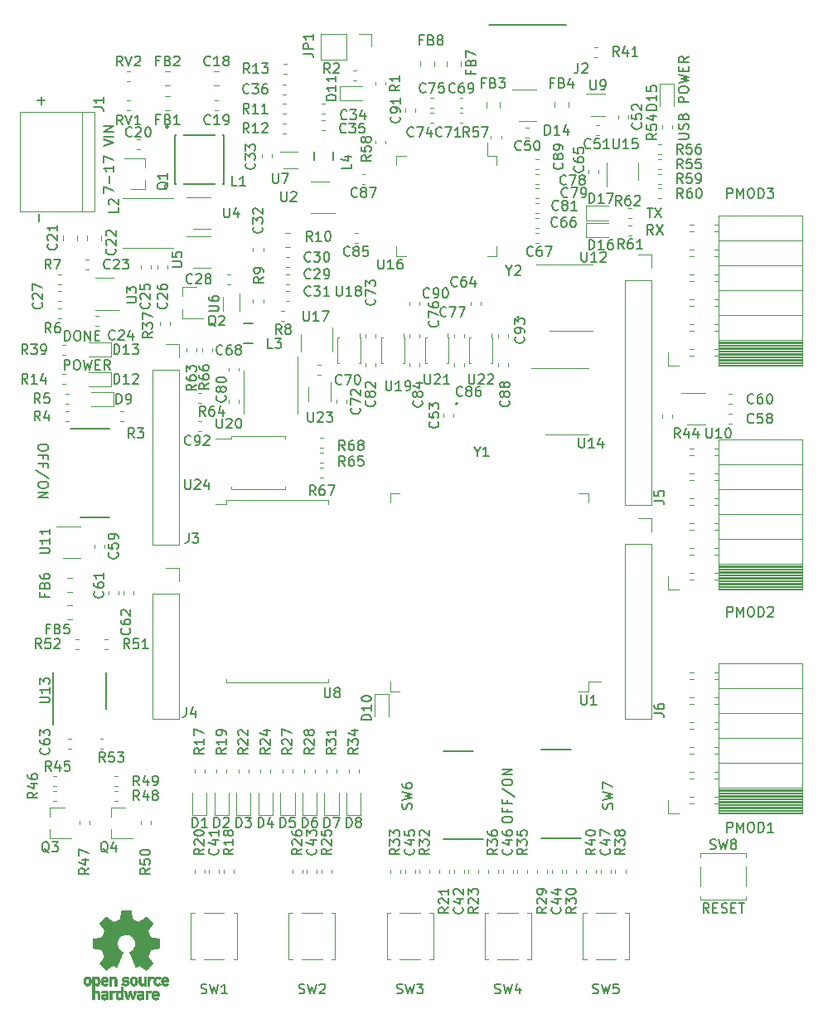
<source format=gbr>
%TF.GenerationSoftware,KiCad,Pcbnew,(5.1.6)-1*%
%TF.CreationDate,2020-06-19T12:40:56+02:00*%
%TF.ProjectId,iceduino,69636564-7569-46e6-9f2e-6b696361645f,rev?*%
%TF.SameCoordinates,Original*%
%TF.FileFunction,Legend,Top*%
%TF.FilePolarity,Positive*%
%FSLAX46Y46*%
G04 Gerber Fmt 4.6, Leading zero omitted, Abs format (unit mm)*
G04 Created by KiCad (PCBNEW (5.1.6)-1) date 2020-06-19 12:40:56*
%MOMM*%
%LPD*%
G01*
G04 APERTURE LIST*
%ADD10C,0.150000*%
%ADD11C,0.010000*%
%ADD12C,0.120000*%
%ADD13R,0.510000X1.700000*%
%ADD14R,1.160000X0.750000*%
%ADD15R,3.100000X3.100000*%
%ADD16C,3.100000*%
%ADD17R,0.500000X1.450000*%
%ADD18R,1.245000X1.650000*%
%ADD19R,1.600000X1.650000*%
%ADD20O,1.800000X1.800000*%
%ADD21R,1.800000X1.800000*%
%ADD22R,0.800000X2.400000*%
%ADD23R,1.800000X1.100000*%
%ADD24R,1.600000X4.300000*%
%ADD25R,0.900000X2.100000*%
%ADD26R,2.100000X0.900000*%
%ADD27R,1.000000X0.900000*%
%ADD28R,1.500000X1.700000*%
%ADD29R,1.700000X1.500000*%
%ADD30R,0.750000X0.500000*%
%ADD31R,0.750000X1.160000*%
%ADD32R,0.350000X0.850000*%
%ADD33R,0.500000X0.750000*%
%ADD34R,0.900000X1.100000*%
G04 APERTURE END LIST*
D10*
X89452380Y-121273809D02*
X89452380Y-121083333D01*
X89500000Y-120988095D01*
X89595238Y-120892857D01*
X89785714Y-120845238D01*
X90119047Y-120845238D01*
X90309523Y-120892857D01*
X90404761Y-120988095D01*
X90452380Y-121083333D01*
X90452380Y-121273809D01*
X90404761Y-121369047D01*
X90309523Y-121464285D01*
X90119047Y-121511904D01*
X89785714Y-121511904D01*
X89595238Y-121464285D01*
X89500000Y-121369047D01*
X89452380Y-121273809D01*
X89928571Y-120083333D02*
X89928571Y-120416666D01*
X90452380Y-120416666D02*
X89452380Y-120416666D01*
X89452380Y-119940476D01*
X89928571Y-119226190D02*
X89928571Y-119559523D01*
X90452380Y-119559523D02*
X89452380Y-119559523D01*
X89452380Y-119083333D01*
X89404761Y-117988095D02*
X90690476Y-118845238D01*
X89452380Y-117464285D02*
X89452380Y-117273809D01*
X89500000Y-117178571D01*
X89595238Y-117083333D01*
X89785714Y-117035714D01*
X90119047Y-117035714D01*
X90309523Y-117083333D01*
X90404761Y-117178571D01*
X90452380Y-117273809D01*
X90452380Y-117464285D01*
X90404761Y-117559523D01*
X90309523Y-117654761D01*
X90119047Y-117702380D01*
X89785714Y-117702380D01*
X89595238Y-117654761D01*
X89500000Y-117559523D01*
X89452380Y-117464285D01*
X90452380Y-116607142D02*
X89452380Y-116607142D01*
X90452380Y-116035714D01*
X89452380Y-116035714D01*
X107452380Y-51690476D02*
X108261904Y-51690476D01*
X108357142Y-51642857D01*
X108404761Y-51595238D01*
X108452380Y-51500000D01*
X108452380Y-51309523D01*
X108404761Y-51214285D01*
X108357142Y-51166666D01*
X108261904Y-51119047D01*
X107452380Y-51119047D01*
X108404761Y-50690476D02*
X108452380Y-50547619D01*
X108452380Y-50309523D01*
X108404761Y-50214285D01*
X108357142Y-50166666D01*
X108261904Y-50119047D01*
X108166666Y-50119047D01*
X108071428Y-50166666D01*
X108023809Y-50214285D01*
X107976190Y-50309523D01*
X107928571Y-50500000D01*
X107880952Y-50595238D01*
X107833333Y-50642857D01*
X107738095Y-50690476D01*
X107642857Y-50690476D01*
X107547619Y-50642857D01*
X107500000Y-50595238D01*
X107452380Y-50500000D01*
X107452380Y-50261904D01*
X107500000Y-50119047D01*
X107928571Y-49357142D02*
X107976190Y-49214285D01*
X108023809Y-49166666D01*
X108119047Y-49119047D01*
X108261904Y-49119047D01*
X108357142Y-49166666D01*
X108404761Y-49214285D01*
X108452380Y-49309523D01*
X108452380Y-49690476D01*
X107452380Y-49690476D01*
X107452380Y-49357142D01*
X107500000Y-49261904D01*
X107547619Y-49214285D01*
X107642857Y-49166666D01*
X107738095Y-49166666D01*
X107833333Y-49214285D01*
X107880952Y-49261904D01*
X107928571Y-49357142D01*
X107928571Y-49690476D01*
X108452380Y-47928571D02*
X107452380Y-47928571D01*
X107452380Y-47547619D01*
X107500000Y-47452380D01*
X107547619Y-47404761D01*
X107642857Y-47357142D01*
X107785714Y-47357142D01*
X107880952Y-47404761D01*
X107928571Y-47452380D01*
X107976190Y-47547619D01*
X107976190Y-47928571D01*
X107452380Y-46738095D02*
X107452380Y-46547619D01*
X107500000Y-46452380D01*
X107595238Y-46357142D01*
X107785714Y-46309523D01*
X108119047Y-46309523D01*
X108309523Y-46357142D01*
X108404761Y-46452380D01*
X108452380Y-46547619D01*
X108452380Y-46738095D01*
X108404761Y-46833333D01*
X108309523Y-46928571D01*
X108119047Y-46976190D01*
X107785714Y-46976190D01*
X107595238Y-46928571D01*
X107500000Y-46833333D01*
X107452380Y-46738095D01*
X107452380Y-45976190D02*
X108452380Y-45738095D01*
X107738095Y-45547619D01*
X108452380Y-45357142D01*
X107452380Y-45119047D01*
X107928571Y-44738095D02*
X107928571Y-44404761D01*
X108452380Y-44261904D02*
X108452380Y-44738095D01*
X107452380Y-44738095D01*
X107452380Y-44261904D01*
X108452380Y-43261904D02*
X107976190Y-43595238D01*
X108452380Y-43833333D02*
X107452380Y-43833333D01*
X107452380Y-43452380D01*
X107500000Y-43357142D01*
X107547619Y-43309523D01*
X107642857Y-43261904D01*
X107785714Y-43261904D01*
X107880952Y-43309523D01*
X107928571Y-43357142D01*
X107976190Y-43452380D01*
X107976190Y-43833333D01*
X110547619Y-130702380D02*
X110214285Y-130226190D01*
X109976190Y-130702380D02*
X109976190Y-129702380D01*
X110357142Y-129702380D01*
X110452380Y-129750000D01*
X110500000Y-129797619D01*
X110547619Y-129892857D01*
X110547619Y-130035714D01*
X110500000Y-130130952D01*
X110452380Y-130178571D01*
X110357142Y-130226190D01*
X109976190Y-130226190D01*
X110976190Y-130178571D02*
X111309523Y-130178571D01*
X111452380Y-130702380D02*
X110976190Y-130702380D01*
X110976190Y-129702380D01*
X111452380Y-129702380D01*
X111833333Y-130654761D02*
X111976190Y-130702380D01*
X112214285Y-130702380D01*
X112309523Y-130654761D01*
X112357142Y-130607142D01*
X112404761Y-130511904D01*
X112404761Y-130416666D01*
X112357142Y-130321428D01*
X112309523Y-130273809D01*
X112214285Y-130226190D01*
X112023809Y-130178571D01*
X111928571Y-130130952D01*
X111880952Y-130083333D01*
X111833333Y-129988095D01*
X111833333Y-129892857D01*
X111880952Y-129797619D01*
X111928571Y-129750000D01*
X112023809Y-129702380D01*
X112261904Y-129702380D01*
X112404761Y-129750000D01*
X112833333Y-130178571D02*
X113166666Y-130178571D01*
X113309523Y-130702380D02*
X112833333Y-130702380D01*
X112833333Y-129702380D01*
X113309523Y-129702380D01*
X113595238Y-129702380D02*
X114166666Y-129702380D01*
X113880952Y-130702380D02*
X113880952Y-129702380D01*
X104833333Y-61452380D02*
X104500000Y-60976190D01*
X104261904Y-61452380D02*
X104261904Y-60452380D01*
X104642857Y-60452380D01*
X104738095Y-60500000D01*
X104785714Y-60547619D01*
X104833333Y-60642857D01*
X104833333Y-60785714D01*
X104785714Y-60880952D01*
X104738095Y-60928571D01*
X104642857Y-60976190D01*
X104261904Y-60976190D01*
X105166666Y-60452380D02*
X105833333Y-61452380D01*
X105833333Y-60452380D02*
X105166666Y-61452380D01*
X104238095Y-58702380D02*
X104809523Y-58702380D01*
X104523809Y-59702380D02*
X104523809Y-58702380D01*
X105047619Y-58702380D02*
X105714285Y-59702380D01*
X105714285Y-58702380D02*
X105047619Y-59702380D01*
X43047619Y-83076190D02*
X43047619Y-83266666D01*
X43000000Y-83361904D01*
X42904761Y-83457142D01*
X42714285Y-83504761D01*
X42380952Y-83504761D01*
X42190476Y-83457142D01*
X42095238Y-83361904D01*
X42047619Y-83266666D01*
X42047619Y-83076190D01*
X42095238Y-82980952D01*
X42190476Y-82885714D01*
X42380952Y-82838095D01*
X42714285Y-82838095D01*
X42904761Y-82885714D01*
X43000000Y-82980952D01*
X43047619Y-83076190D01*
X42571428Y-84266666D02*
X42571428Y-83933333D01*
X42047619Y-83933333D02*
X43047619Y-83933333D01*
X43047619Y-84409523D01*
X42571428Y-85123809D02*
X42571428Y-84790476D01*
X42047619Y-84790476D02*
X43047619Y-84790476D01*
X43047619Y-85266666D01*
X43095238Y-86361904D02*
X41809523Y-85504761D01*
X43047619Y-86885714D02*
X43047619Y-87076190D01*
X43000000Y-87171428D01*
X42904761Y-87266666D01*
X42714285Y-87314285D01*
X42380952Y-87314285D01*
X42190476Y-87266666D01*
X42095238Y-87171428D01*
X42047619Y-87076190D01*
X42047619Y-86885714D01*
X42095238Y-86790476D01*
X42190476Y-86695238D01*
X42380952Y-86647619D01*
X42714285Y-86647619D01*
X42904761Y-86695238D01*
X43000000Y-86790476D01*
X43047619Y-86885714D01*
X42047619Y-87742857D02*
X43047619Y-87742857D01*
X42047619Y-88314285D01*
X43047619Y-88314285D01*
X44690476Y-75252380D02*
X44690476Y-74252380D01*
X45071428Y-74252380D01*
X45166666Y-74300000D01*
X45214285Y-74347619D01*
X45261904Y-74442857D01*
X45261904Y-74585714D01*
X45214285Y-74680952D01*
X45166666Y-74728571D01*
X45071428Y-74776190D01*
X44690476Y-74776190D01*
X45880952Y-74252380D02*
X46071428Y-74252380D01*
X46166666Y-74300000D01*
X46261904Y-74395238D01*
X46309523Y-74585714D01*
X46309523Y-74919047D01*
X46261904Y-75109523D01*
X46166666Y-75204761D01*
X46071428Y-75252380D01*
X45880952Y-75252380D01*
X45785714Y-75204761D01*
X45690476Y-75109523D01*
X45642857Y-74919047D01*
X45642857Y-74585714D01*
X45690476Y-74395238D01*
X45785714Y-74300000D01*
X45880952Y-74252380D01*
X46642857Y-74252380D02*
X46880952Y-75252380D01*
X47071428Y-74538095D01*
X47261904Y-75252380D01*
X47500000Y-74252380D01*
X47880952Y-74728571D02*
X48214285Y-74728571D01*
X48357142Y-75252380D02*
X47880952Y-75252380D01*
X47880952Y-74252380D01*
X48357142Y-74252380D01*
X49357142Y-75252380D02*
X49023809Y-74776190D01*
X48785714Y-75252380D02*
X48785714Y-74252380D01*
X49166666Y-74252380D01*
X49261904Y-74300000D01*
X49309523Y-74347619D01*
X49357142Y-74442857D01*
X49357142Y-74585714D01*
X49309523Y-74680952D01*
X49261904Y-74728571D01*
X49166666Y-74776190D01*
X48785714Y-74776190D01*
X44738095Y-72252380D02*
X44738095Y-71252380D01*
X44976190Y-71252380D01*
X45119047Y-71300000D01*
X45214285Y-71395238D01*
X45261904Y-71490476D01*
X45309523Y-71680952D01*
X45309523Y-71823809D01*
X45261904Y-72014285D01*
X45214285Y-72109523D01*
X45119047Y-72204761D01*
X44976190Y-72252380D01*
X44738095Y-72252380D01*
X45928571Y-71252380D02*
X46119047Y-71252380D01*
X46214285Y-71300000D01*
X46309523Y-71395238D01*
X46357142Y-71585714D01*
X46357142Y-71919047D01*
X46309523Y-72109523D01*
X46214285Y-72204761D01*
X46119047Y-72252380D01*
X45928571Y-72252380D01*
X45833333Y-72204761D01*
X45738095Y-72109523D01*
X45690476Y-71919047D01*
X45690476Y-71585714D01*
X45738095Y-71395238D01*
X45833333Y-71300000D01*
X45928571Y-71252380D01*
X46785714Y-72252380D02*
X46785714Y-71252380D01*
X47357142Y-72252380D01*
X47357142Y-71252380D01*
X47833333Y-71728571D02*
X48166666Y-71728571D01*
X48309523Y-72252380D02*
X47833333Y-72252380D01*
X47833333Y-71252380D01*
X48309523Y-71252380D01*
X48702380Y-57226190D02*
X48702380Y-56559523D01*
X49702380Y-56988095D01*
X49321428Y-56178571D02*
X49321428Y-55416666D01*
X49702380Y-54416666D02*
X49702380Y-54988095D01*
X49702380Y-54702380D02*
X48702380Y-54702380D01*
X48845238Y-54797619D01*
X48940476Y-54892857D01*
X48988095Y-54988095D01*
X48702380Y-54083333D02*
X48702380Y-53416666D01*
X49702380Y-53845238D01*
X48702380Y-52416666D02*
X49702380Y-52083333D01*
X48702380Y-51750000D01*
X49702380Y-51416666D02*
X48702380Y-51416666D01*
X49702380Y-50940476D02*
X48702380Y-50940476D01*
X49702380Y-50369047D01*
X48702380Y-50369047D01*
X42321428Y-48130952D02*
X42321428Y-47369047D01*
X42702380Y-47750000D02*
X41940476Y-47750000D01*
X42071428Y-60130952D02*
X42071428Y-59369047D01*
D11*
%TO.C,G\u002A\u002A\u002A*%
G36*
X51460391Y-130463983D02*
G01*
X51464224Y-130475803D01*
X51470744Y-130502650D01*
X51479616Y-130542889D01*
X51490506Y-130594888D01*
X51503081Y-130657011D01*
X51517005Y-130727624D01*
X51531946Y-130805093D01*
X51547569Y-130887782D01*
X51553256Y-130918300D01*
X51570593Y-131010723D01*
X51586790Y-131095190D01*
X51601590Y-131170456D01*
X51614734Y-131235271D01*
X51625965Y-131288390D01*
X51635025Y-131328566D01*
X51641656Y-131354550D01*
X51645582Y-131365077D01*
X51656582Y-131371472D01*
X51681236Y-131383146D01*
X51717415Y-131399236D01*
X51762996Y-131418875D01*
X51815851Y-131441198D01*
X51873856Y-131465338D01*
X51934884Y-131490431D01*
X51996808Y-131515611D01*
X52057505Y-131540011D01*
X52114846Y-131562767D01*
X52166707Y-131583013D01*
X52210962Y-131599883D01*
X52245484Y-131612511D01*
X52268149Y-131620031D01*
X52276053Y-131621800D01*
X52288698Y-131616842D01*
X52314883Y-131602039D01*
X52354443Y-131577496D01*
X52407217Y-131543319D01*
X52473041Y-131499614D01*
X52551755Y-131446485D01*
X52643193Y-131384039D01*
X52662522Y-131370766D01*
X52733134Y-131322411D01*
X52799999Y-131276965D01*
X52861736Y-131235341D01*
X52916963Y-131198455D01*
X52964302Y-131167221D01*
X53002371Y-131142554D01*
X53029791Y-131125369D01*
X53045180Y-131116580D01*
X53047538Y-131115641D01*
X53053496Y-131116180D01*
X53062293Y-131120407D01*
X53074897Y-131129218D01*
X53092278Y-131143509D01*
X53115404Y-131164175D01*
X53145246Y-131192113D01*
X53182771Y-131228219D01*
X53228949Y-131273388D01*
X53284750Y-131328517D01*
X53351142Y-131394502D01*
X53376323Y-131419592D01*
X53436368Y-131479672D01*
X53492861Y-131536635D01*
X53544641Y-131589276D01*
X53590543Y-131636392D01*
X53629404Y-131676780D01*
X53660060Y-131709236D01*
X53681348Y-131732557D01*
X53692104Y-131745540D01*
X53693103Y-131747238D01*
X53696034Y-131771990D01*
X53692610Y-131782274D01*
X53686310Y-131792118D01*
X53671360Y-131814520D01*
X53648708Y-131848088D01*
X53619301Y-131891429D01*
X53584087Y-131943148D01*
X53544011Y-132001855D01*
X53500023Y-132066154D01*
X53453068Y-132134655D01*
X53442842Y-132149555D01*
X53383107Y-132236886D01*
X53332758Y-132311180D01*
X53291322Y-132373172D01*
X53258330Y-132423594D01*
X53233309Y-132463178D01*
X53215788Y-132492658D01*
X53205296Y-132512768D01*
X53201362Y-132524238D01*
X53201307Y-132525153D01*
X53204625Y-132538787D01*
X53213993Y-132565752D01*
X53228511Y-132603937D01*
X53247277Y-132651231D01*
X53269393Y-132705525D01*
X53293958Y-132764707D01*
X53320072Y-132826667D01*
X53346835Y-132889295D01*
X53373345Y-132950478D01*
X53398705Y-133008109D01*
X53422012Y-133060074D01*
X53442366Y-133104265D01*
X53458869Y-133138570D01*
X53470619Y-133160878D01*
X53475631Y-133168328D01*
X53481973Y-133173141D01*
X53492539Y-133178114D01*
X53508769Y-133183570D01*
X53532103Y-133189831D01*
X53563982Y-133197220D01*
X53605845Y-133206058D01*
X53659133Y-133216669D01*
X53725286Y-133229374D01*
X53805743Y-133244496D01*
X53865966Y-133255695D01*
X53945207Y-133270376D01*
X54020990Y-133284395D01*
X54091334Y-133297387D01*
X54154257Y-133308987D01*
X54207775Y-133318830D01*
X54249906Y-133326550D01*
X54278668Y-133331782D01*
X54289300Y-133333684D01*
X54306667Y-133336297D01*
X54321354Y-133338435D01*
X54333584Y-133341434D01*
X54343579Y-133346632D01*
X54351564Y-133355366D01*
X54357761Y-133368972D01*
X54362392Y-133388788D01*
X54365682Y-133416151D01*
X54367853Y-133452397D01*
X54369128Y-133498865D01*
X54369731Y-133556891D01*
X54369884Y-133627811D01*
X54369810Y-133712964D01*
X54369733Y-133813686D01*
X54369733Y-134263009D01*
X54350683Y-134274923D01*
X54338739Y-134278802D01*
X54311829Y-134285335D01*
X54271652Y-134294175D01*
X54219907Y-134304975D01*
X54158292Y-134317386D01*
X54088508Y-134331062D01*
X54012253Y-134345655D01*
X53931227Y-134360818D01*
X53925364Y-134361902D01*
X53828410Y-134379917D01*
X53746875Y-134395314D01*
X53679491Y-134408367D01*
X53624993Y-134419349D01*
X53582114Y-134428534D01*
X53549587Y-134436197D01*
X53526147Y-134442610D01*
X53510526Y-134448049D01*
X53501459Y-134452787D01*
X53500061Y-134453900D01*
X53492650Y-134465493D01*
X53480034Y-134490838D01*
X53463052Y-134527868D01*
X53442546Y-134574515D01*
X53419355Y-134628714D01*
X53394318Y-134688399D01*
X53368276Y-134751501D01*
X53342068Y-134815956D01*
X53316535Y-134879696D01*
X53292516Y-134940655D01*
X53270851Y-134996767D01*
X53252380Y-135045964D01*
X53237944Y-135086181D01*
X53228381Y-135115351D01*
X53224531Y-135131407D01*
X53224500Y-135131911D01*
X53225886Y-135140536D01*
X53231063Y-135153603D01*
X53240745Y-135172243D01*
X53255649Y-135197585D01*
X53276488Y-135230760D01*
X53303979Y-135272897D01*
X53338837Y-135325126D01*
X53381777Y-135388578D01*
X53433513Y-135464383D01*
X53452295Y-135491801D01*
X53498549Y-135559358D01*
X53542094Y-135623121D01*
X53581943Y-135681636D01*
X53617113Y-135733448D01*
X53646617Y-135777103D01*
X53669471Y-135811147D01*
X53684688Y-135834125D01*
X53691256Y-135844530D01*
X53696906Y-135862460D01*
X53691650Y-135881534D01*
X53688978Y-135886807D01*
X53680477Y-135897529D01*
X53661306Y-135918614D01*
X53632897Y-135948631D01*
X53596683Y-135986153D01*
X53554094Y-136029750D01*
X53506564Y-136077994D01*
X53455524Y-136129455D01*
X53402406Y-136182705D01*
X53348642Y-136236315D01*
X53295663Y-136288856D01*
X53244903Y-136338899D01*
X53197792Y-136385016D01*
X53155762Y-136425777D01*
X53120246Y-136459753D01*
X53092675Y-136485516D01*
X53074482Y-136501637D01*
X53067983Y-136506476D01*
X53046819Y-136511761D01*
X53030382Y-136506201D01*
X53019770Y-136499492D01*
X52996679Y-136484186D01*
X52962582Y-136461282D01*
X52918953Y-136431777D01*
X52867264Y-136396670D01*
X52808989Y-136356960D01*
X52745601Y-136313644D01*
X52686371Y-136273070D01*
X52605278Y-136217635D01*
X52536981Y-136171369D01*
X52480473Y-136133630D01*
X52434746Y-136103778D01*
X52398792Y-136081172D01*
X52371605Y-136065172D01*
X52352177Y-136055136D01*
X52339501Y-136050426D01*
X52335379Y-136049867D01*
X52317640Y-136054176D01*
X52286712Y-136066716D01*
X52243863Y-136086905D01*
X52190362Y-136114161D01*
X52159933Y-136130300D01*
X52113528Y-136154865D01*
X52071659Y-136176402D01*
X52036802Y-136193689D01*
X52011432Y-136205501D01*
X51998023Y-136210617D01*
X51997113Y-136210733D01*
X51980556Y-136204669D01*
X51975666Y-136200150D01*
X51971259Y-136190948D01*
X51960862Y-136167196D01*
X51944940Y-136130002D01*
X51923955Y-136080470D01*
X51898371Y-136019708D01*
X51868652Y-135948821D01*
X51835262Y-135868915D01*
X51798664Y-135781097D01*
X51759321Y-135686473D01*
X51717697Y-135586149D01*
X51674256Y-135481232D01*
X51665239Y-135459427D01*
X51612512Y-135331768D01*
X51566017Y-135218883D01*
X51525425Y-135119939D01*
X51490407Y-135034098D01*
X51460636Y-134960526D01*
X51435782Y-134898386D01*
X51415517Y-134846843D01*
X51399513Y-134805061D01*
X51387440Y-134772204D01*
X51378971Y-134747437D01*
X51373777Y-134729925D01*
X51371529Y-134718830D01*
X51371899Y-134713319D01*
X51371910Y-134713297D01*
X51383411Y-134700350D01*
X51404506Y-134683088D01*
X51425184Y-134668820D01*
X51543049Y-134586495D01*
X51644795Y-134499727D01*
X51730793Y-134407930D01*
X51801414Y-134310515D01*
X51857027Y-134206895D01*
X51898003Y-134096483D01*
X51924712Y-133978691D01*
X51937363Y-133856343D01*
X51935098Y-133734186D01*
X51916853Y-133614886D01*
X51883516Y-133499820D01*
X51835976Y-133390369D01*
X51775122Y-133287911D01*
X51701842Y-133193826D01*
X51617025Y-133109493D01*
X51521559Y-133036292D01*
X51416333Y-132975601D01*
X51351367Y-132946751D01*
X51231868Y-132907958D01*
X51110505Y-132885439D01*
X50988721Y-132878917D01*
X50867962Y-132888117D01*
X50749673Y-132912761D01*
X50635298Y-132952573D01*
X50526282Y-133007277D01*
X50424069Y-133076597D01*
X50353030Y-133137740D01*
X50268838Y-133228909D01*
X50198738Y-133328183D01*
X50142850Y-133434100D01*
X50101294Y-133545200D01*
X50074189Y-133660020D01*
X50061657Y-133777098D01*
X50063815Y-133894974D01*
X50080786Y-134012185D01*
X50112688Y-134127271D01*
X50159641Y-134238768D01*
X50221766Y-134345217D01*
X50250612Y-134385684D01*
X50317388Y-134463697D01*
X50399115Y-134539920D01*
X50496536Y-134615004D01*
X50570075Y-134664431D01*
X50596293Y-134682796D01*
X50617171Y-134700321D01*
X50627582Y-134712349D01*
X50628275Y-134717390D01*
X50626798Y-134726887D01*
X50622805Y-134741726D01*
X50615949Y-134762791D01*
X50605885Y-134790964D01*
X50592265Y-134827129D01*
X50574743Y-134872171D01*
X50552974Y-134926972D01*
X50526610Y-134992417D01*
X50495305Y-135069390D01*
X50458713Y-135158774D01*
X50416488Y-135261452D01*
X50368282Y-135378309D01*
X50334761Y-135459427D01*
X50291007Y-135565144D01*
X50248976Y-135666492D01*
X50209132Y-135762365D01*
X50171937Y-135851657D01*
X50137857Y-135933261D01*
X50107354Y-136006073D01*
X50080891Y-136068984D01*
X50058934Y-136120890D01*
X50041944Y-136160684D01*
X50030385Y-136187259D01*
X50024722Y-136199510D01*
X50024334Y-136200150D01*
X50009545Y-136209702D01*
X50003388Y-136210733D01*
X49992412Y-136206879D01*
X49969037Y-136196129D01*
X49935731Y-136179704D01*
X49894956Y-136158824D01*
X49849177Y-136134709D01*
X49840933Y-136130300D01*
X49782414Y-136099666D01*
X49733987Y-136075847D01*
X49696901Y-136059415D01*
X49672404Y-136050941D01*
X49665306Y-136049867D01*
X49653991Y-136052396D01*
X49636108Y-136060485D01*
X49610439Y-136074883D01*
X49575766Y-136096340D01*
X49530874Y-136125604D01*
X49474544Y-136163425D01*
X49416048Y-136203351D01*
X49322485Y-136267525D01*
X49241951Y-136322698D01*
X49173535Y-136369485D01*
X49116328Y-136408498D01*
X49069419Y-136440351D01*
X49031898Y-136465659D01*
X49002854Y-136485034D01*
X48981378Y-136499092D01*
X48966558Y-136508444D01*
X48957486Y-136513706D01*
X48953250Y-136515491D01*
X48953072Y-136515502D01*
X48942321Y-136511386D01*
X48924197Y-136501348D01*
X48921433Y-136499649D01*
X48910262Y-136490395D01*
X48888734Y-136470469D01*
X48858307Y-136441335D01*
X48820434Y-136404456D01*
X48776571Y-136361296D01*
X48728173Y-136313317D01*
X48676695Y-136261984D01*
X48623592Y-136208759D01*
X48570319Y-136155105D01*
X48518332Y-136102487D01*
X48469085Y-136052366D01*
X48424034Y-136006207D01*
X48384633Y-135965473D01*
X48352338Y-135931626D01*
X48328603Y-135906131D01*
X48314885Y-135890450D01*
X48312653Y-135887451D01*
X48303216Y-135868573D01*
X48304698Y-135852887D01*
X48308353Y-135845118D01*
X48315142Y-135834331D01*
X48330541Y-135811052D01*
X48353563Y-135776739D01*
X48383220Y-135732849D01*
X48418525Y-135680842D01*
X48458490Y-135622175D01*
X48502127Y-135558305D01*
X48547661Y-135491839D01*
X48602374Y-135411885D01*
X48648060Y-135344643D01*
X48685435Y-135288980D01*
X48715219Y-135243760D01*
X48738130Y-135207849D01*
X48754885Y-135180114D01*
X48766205Y-135159418D01*
X48772806Y-135144629D01*
X48775408Y-135134610D01*
X48775506Y-135132006D01*
X48772169Y-135118619D01*
X48763082Y-135091389D01*
X48748932Y-135052139D01*
X48730403Y-135002688D01*
X48708181Y-134944856D01*
X48682953Y-134880465D01*
X48655404Y-134811335D01*
X48644749Y-134784892D01*
X48610309Y-134700111D01*
X48581391Y-134629947D01*
X48557460Y-134573204D01*
X48537979Y-134528687D01*
X48522409Y-134495201D01*
X48510215Y-134471550D01*
X48500860Y-134456539D01*
X48493866Y-134449015D01*
X48480592Y-134443631D01*
X48452747Y-134436047D01*
X48409978Y-134426189D01*
X48351934Y-134413984D01*
X48278260Y-134399358D01*
X48188604Y-134382236D01*
X48082613Y-134362546D01*
X48070533Y-134360328D01*
X47989638Y-134345325D01*
X47913397Y-134330862D01*
X47843521Y-134317287D01*
X47781719Y-134304945D01*
X47729700Y-134294185D01*
X47689173Y-134285353D01*
X47661848Y-134278797D01*
X47649435Y-134274864D01*
X47649316Y-134274794D01*
X47630266Y-134263009D01*
X47630266Y-133815784D01*
X47630297Y-133717000D01*
X47630419Y-133633775D01*
X47630676Y-133564733D01*
X47631112Y-133508500D01*
X47631772Y-133463702D01*
X47632700Y-133428962D01*
X47633940Y-133402906D01*
X47635537Y-133384160D01*
X47637535Y-133371348D01*
X47639978Y-133363096D01*
X47642911Y-133358029D01*
X47645083Y-133355807D01*
X47657080Y-133351188D01*
X47685051Y-133343919D01*
X47728267Y-133334150D01*
X47786002Y-133322032D01*
X47857530Y-133307715D01*
X47942122Y-133291352D01*
X48039053Y-133273092D01*
X48083233Y-133264900D01*
X48179904Y-133246985D01*
X48261252Y-133231734D01*
X48328627Y-133218851D01*
X48383380Y-133208041D01*
X48426859Y-133199009D01*
X48460415Y-133191459D01*
X48485399Y-133185096D01*
X48503159Y-133179625D01*
X48515047Y-133174749D01*
X48522411Y-133170175D01*
X48524369Y-133168388D01*
X48532132Y-133156018D01*
X48545297Y-133130135D01*
X48562963Y-133092851D01*
X48584230Y-133046275D01*
X48608198Y-132992516D01*
X48633967Y-132933686D01*
X48660637Y-132871895D01*
X48687308Y-132809251D01*
X48713079Y-132747867D01*
X48737051Y-132689850D01*
X48758324Y-132637312D01*
X48775997Y-132592363D01*
X48789170Y-132557113D01*
X48796944Y-132533671D01*
X48798693Y-132525279D01*
X48795516Y-132514774D01*
X48785693Y-132495520D01*
X48768766Y-132466805D01*
X48744277Y-132427917D01*
X48711767Y-132378142D01*
X48670778Y-132316768D01*
X48620851Y-132243082D01*
X48561527Y-132156372D01*
X48559483Y-132153395D01*
X48512146Y-132084395D01*
X48467499Y-132019176D01*
X48426510Y-131959157D01*
X48390142Y-131905758D01*
X48359361Y-131860400D01*
X48335132Y-131824501D01*
X48318420Y-131799483D01*
X48310190Y-131786764D01*
X48309724Y-131785964D01*
X48303755Y-131759970D01*
X48306905Y-131747214D01*
X48314275Y-131737570D01*
X48332526Y-131717227D01*
X48360494Y-131687388D01*
X48397015Y-131649256D01*
X48440927Y-131604034D01*
X48491065Y-131552925D01*
X48546267Y-131497134D01*
X48605368Y-131437863D01*
X48623677Y-131419592D01*
X48693978Y-131349628D01*
X48753356Y-131290831D01*
X48802778Y-131242307D01*
X48843207Y-131203164D01*
X48875609Y-131172510D01*
X48900949Y-131149451D01*
X48920193Y-131133095D01*
X48934305Y-131122549D01*
X48944250Y-131116920D01*
X48950994Y-131115315D01*
X48952462Y-131115470D01*
X48963088Y-131120914D01*
X48986250Y-131135092D01*
X49020569Y-131157090D01*
X49064666Y-131185995D01*
X49117160Y-131220893D01*
X49176673Y-131260870D01*
X49241823Y-131305012D01*
X49311233Y-131352407D01*
X49337731Y-131370595D01*
X49433520Y-131436141D01*
X49515678Y-131491742D01*
X49584255Y-131537429D01*
X49639302Y-131573234D01*
X49680868Y-131599191D01*
X49709003Y-131615332D01*
X49723758Y-131621688D01*
X49724828Y-131621800D01*
X49737493Y-131618631D01*
X49763585Y-131609702D01*
X49800970Y-131595883D01*
X49847517Y-131578042D01*
X49901093Y-131557047D01*
X49959565Y-131533767D01*
X50020801Y-131509070D01*
X50082669Y-131483826D01*
X50143036Y-131458903D01*
X50199770Y-131435169D01*
X50250739Y-131413493D01*
X50293809Y-131394744D01*
X50326848Y-131379790D01*
X50347724Y-131369499D01*
X50353948Y-131365547D01*
X50358376Y-131354284D01*
X50365484Y-131327056D01*
X50375121Y-131284593D01*
X50387135Y-131227623D01*
X50401376Y-131156876D01*
X50417691Y-131073082D01*
X50435928Y-130976971D01*
X50446896Y-130918194D01*
X50462670Y-130834044D01*
X50477882Y-130754531D01*
X50492196Y-130681290D01*
X50505278Y-130615955D01*
X50516796Y-130560161D01*
X50526414Y-130515542D01*
X50533800Y-130483734D01*
X50538620Y-130466370D01*
X50539654Y-130463983D01*
X50551657Y-130444933D01*
X51448343Y-130444933D01*
X51460391Y-130463983D01*
G37*
X51460391Y-130463983D02*
X51464224Y-130475803D01*
X51470744Y-130502650D01*
X51479616Y-130542889D01*
X51490506Y-130594888D01*
X51503081Y-130657011D01*
X51517005Y-130727624D01*
X51531946Y-130805093D01*
X51547569Y-130887782D01*
X51553256Y-130918300D01*
X51570593Y-131010723D01*
X51586790Y-131095190D01*
X51601590Y-131170456D01*
X51614734Y-131235271D01*
X51625965Y-131288390D01*
X51635025Y-131328566D01*
X51641656Y-131354550D01*
X51645582Y-131365077D01*
X51656582Y-131371472D01*
X51681236Y-131383146D01*
X51717415Y-131399236D01*
X51762996Y-131418875D01*
X51815851Y-131441198D01*
X51873856Y-131465338D01*
X51934884Y-131490431D01*
X51996808Y-131515611D01*
X52057505Y-131540011D01*
X52114846Y-131562767D01*
X52166707Y-131583013D01*
X52210962Y-131599883D01*
X52245484Y-131612511D01*
X52268149Y-131620031D01*
X52276053Y-131621800D01*
X52288698Y-131616842D01*
X52314883Y-131602039D01*
X52354443Y-131577496D01*
X52407217Y-131543319D01*
X52473041Y-131499614D01*
X52551755Y-131446485D01*
X52643193Y-131384039D01*
X52662522Y-131370766D01*
X52733134Y-131322411D01*
X52799999Y-131276965D01*
X52861736Y-131235341D01*
X52916963Y-131198455D01*
X52964302Y-131167221D01*
X53002371Y-131142554D01*
X53029791Y-131125369D01*
X53045180Y-131116580D01*
X53047538Y-131115641D01*
X53053496Y-131116180D01*
X53062293Y-131120407D01*
X53074897Y-131129218D01*
X53092278Y-131143509D01*
X53115404Y-131164175D01*
X53145246Y-131192113D01*
X53182771Y-131228219D01*
X53228949Y-131273388D01*
X53284750Y-131328517D01*
X53351142Y-131394502D01*
X53376323Y-131419592D01*
X53436368Y-131479672D01*
X53492861Y-131536635D01*
X53544641Y-131589276D01*
X53590543Y-131636392D01*
X53629404Y-131676780D01*
X53660060Y-131709236D01*
X53681348Y-131732557D01*
X53692104Y-131745540D01*
X53693103Y-131747238D01*
X53696034Y-131771990D01*
X53692610Y-131782274D01*
X53686310Y-131792118D01*
X53671360Y-131814520D01*
X53648708Y-131848088D01*
X53619301Y-131891429D01*
X53584087Y-131943148D01*
X53544011Y-132001855D01*
X53500023Y-132066154D01*
X53453068Y-132134655D01*
X53442842Y-132149555D01*
X53383107Y-132236886D01*
X53332758Y-132311180D01*
X53291322Y-132373172D01*
X53258330Y-132423594D01*
X53233309Y-132463178D01*
X53215788Y-132492658D01*
X53205296Y-132512768D01*
X53201362Y-132524238D01*
X53201307Y-132525153D01*
X53204625Y-132538787D01*
X53213993Y-132565752D01*
X53228511Y-132603937D01*
X53247277Y-132651231D01*
X53269393Y-132705525D01*
X53293958Y-132764707D01*
X53320072Y-132826667D01*
X53346835Y-132889295D01*
X53373345Y-132950478D01*
X53398705Y-133008109D01*
X53422012Y-133060074D01*
X53442366Y-133104265D01*
X53458869Y-133138570D01*
X53470619Y-133160878D01*
X53475631Y-133168328D01*
X53481973Y-133173141D01*
X53492539Y-133178114D01*
X53508769Y-133183570D01*
X53532103Y-133189831D01*
X53563982Y-133197220D01*
X53605845Y-133206058D01*
X53659133Y-133216669D01*
X53725286Y-133229374D01*
X53805743Y-133244496D01*
X53865966Y-133255695D01*
X53945207Y-133270376D01*
X54020990Y-133284395D01*
X54091334Y-133297387D01*
X54154257Y-133308987D01*
X54207775Y-133318830D01*
X54249906Y-133326550D01*
X54278668Y-133331782D01*
X54289300Y-133333684D01*
X54306667Y-133336297D01*
X54321354Y-133338435D01*
X54333584Y-133341434D01*
X54343579Y-133346632D01*
X54351564Y-133355366D01*
X54357761Y-133368972D01*
X54362392Y-133388788D01*
X54365682Y-133416151D01*
X54367853Y-133452397D01*
X54369128Y-133498865D01*
X54369731Y-133556891D01*
X54369884Y-133627811D01*
X54369810Y-133712964D01*
X54369733Y-133813686D01*
X54369733Y-134263009D01*
X54350683Y-134274923D01*
X54338739Y-134278802D01*
X54311829Y-134285335D01*
X54271652Y-134294175D01*
X54219907Y-134304975D01*
X54158292Y-134317386D01*
X54088508Y-134331062D01*
X54012253Y-134345655D01*
X53931227Y-134360818D01*
X53925364Y-134361902D01*
X53828410Y-134379917D01*
X53746875Y-134395314D01*
X53679491Y-134408367D01*
X53624993Y-134419349D01*
X53582114Y-134428534D01*
X53549587Y-134436197D01*
X53526147Y-134442610D01*
X53510526Y-134448049D01*
X53501459Y-134452787D01*
X53500061Y-134453900D01*
X53492650Y-134465493D01*
X53480034Y-134490838D01*
X53463052Y-134527868D01*
X53442546Y-134574515D01*
X53419355Y-134628714D01*
X53394318Y-134688399D01*
X53368276Y-134751501D01*
X53342068Y-134815956D01*
X53316535Y-134879696D01*
X53292516Y-134940655D01*
X53270851Y-134996767D01*
X53252380Y-135045964D01*
X53237944Y-135086181D01*
X53228381Y-135115351D01*
X53224531Y-135131407D01*
X53224500Y-135131911D01*
X53225886Y-135140536D01*
X53231063Y-135153603D01*
X53240745Y-135172243D01*
X53255649Y-135197585D01*
X53276488Y-135230760D01*
X53303979Y-135272897D01*
X53338837Y-135325126D01*
X53381777Y-135388578D01*
X53433513Y-135464383D01*
X53452295Y-135491801D01*
X53498549Y-135559358D01*
X53542094Y-135623121D01*
X53581943Y-135681636D01*
X53617113Y-135733448D01*
X53646617Y-135777103D01*
X53669471Y-135811147D01*
X53684688Y-135834125D01*
X53691256Y-135844530D01*
X53696906Y-135862460D01*
X53691650Y-135881534D01*
X53688978Y-135886807D01*
X53680477Y-135897529D01*
X53661306Y-135918614D01*
X53632897Y-135948631D01*
X53596683Y-135986153D01*
X53554094Y-136029750D01*
X53506564Y-136077994D01*
X53455524Y-136129455D01*
X53402406Y-136182705D01*
X53348642Y-136236315D01*
X53295663Y-136288856D01*
X53244903Y-136338899D01*
X53197792Y-136385016D01*
X53155762Y-136425777D01*
X53120246Y-136459753D01*
X53092675Y-136485516D01*
X53074482Y-136501637D01*
X53067983Y-136506476D01*
X53046819Y-136511761D01*
X53030382Y-136506201D01*
X53019770Y-136499492D01*
X52996679Y-136484186D01*
X52962582Y-136461282D01*
X52918953Y-136431777D01*
X52867264Y-136396670D01*
X52808989Y-136356960D01*
X52745601Y-136313644D01*
X52686371Y-136273070D01*
X52605278Y-136217635D01*
X52536981Y-136171369D01*
X52480473Y-136133630D01*
X52434746Y-136103778D01*
X52398792Y-136081172D01*
X52371605Y-136065172D01*
X52352177Y-136055136D01*
X52339501Y-136050426D01*
X52335379Y-136049867D01*
X52317640Y-136054176D01*
X52286712Y-136066716D01*
X52243863Y-136086905D01*
X52190362Y-136114161D01*
X52159933Y-136130300D01*
X52113528Y-136154865D01*
X52071659Y-136176402D01*
X52036802Y-136193689D01*
X52011432Y-136205501D01*
X51998023Y-136210617D01*
X51997113Y-136210733D01*
X51980556Y-136204669D01*
X51975666Y-136200150D01*
X51971259Y-136190948D01*
X51960862Y-136167196D01*
X51944940Y-136130002D01*
X51923955Y-136080470D01*
X51898371Y-136019708D01*
X51868652Y-135948821D01*
X51835262Y-135868915D01*
X51798664Y-135781097D01*
X51759321Y-135686473D01*
X51717697Y-135586149D01*
X51674256Y-135481232D01*
X51665239Y-135459427D01*
X51612512Y-135331768D01*
X51566017Y-135218883D01*
X51525425Y-135119939D01*
X51490407Y-135034098D01*
X51460636Y-134960526D01*
X51435782Y-134898386D01*
X51415517Y-134846843D01*
X51399513Y-134805061D01*
X51387440Y-134772204D01*
X51378971Y-134747437D01*
X51373777Y-134729925D01*
X51371529Y-134718830D01*
X51371899Y-134713319D01*
X51371910Y-134713297D01*
X51383411Y-134700350D01*
X51404506Y-134683088D01*
X51425184Y-134668820D01*
X51543049Y-134586495D01*
X51644795Y-134499727D01*
X51730793Y-134407930D01*
X51801414Y-134310515D01*
X51857027Y-134206895D01*
X51898003Y-134096483D01*
X51924712Y-133978691D01*
X51937363Y-133856343D01*
X51935098Y-133734186D01*
X51916853Y-133614886D01*
X51883516Y-133499820D01*
X51835976Y-133390369D01*
X51775122Y-133287911D01*
X51701842Y-133193826D01*
X51617025Y-133109493D01*
X51521559Y-133036292D01*
X51416333Y-132975601D01*
X51351367Y-132946751D01*
X51231868Y-132907958D01*
X51110505Y-132885439D01*
X50988721Y-132878917D01*
X50867962Y-132888117D01*
X50749673Y-132912761D01*
X50635298Y-132952573D01*
X50526282Y-133007277D01*
X50424069Y-133076597D01*
X50353030Y-133137740D01*
X50268838Y-133228909D01*
X50198738Y-133328183D01*
X50142850Y-133434100D01*
X50101294Y-133545200D01*
X50074189Y-133660020D01*
X50061657Y-133777098D01*
X50063815Y-133894974D01*
X50080786Y-134012185D01*
X50112688Y-134127271D01*
X50159641Y-134238768D01*
X50221766Y-134345217D01*
X50250612Y-134385684D01*
X50317388Y-134463697D01*
X50399115Y-134539920D01*
X50496536Y-134615004D01*
X50570075Y-134664431D01*
X50596293Y-134682796D01*
X50617171Y-134700321D01*
X50627582Y-134712349D01*
X50628275Y-134717390D01*
X50626798Y-134726887D01*
X50622805Y-134741726D01*
X50615949Y-134762791D01*
X50605885Y-134790964D01*
X50592265Y-134827129D01*
X50574743Y-134872171D01*
X50552974Y-134926972D01*
X50526610Y-134992417D01*
X50495305Y-135069390D01*
X50458713Y-135158774D01*
X50416488Y-135261452D01*
X50368282Y-135378309D01*
X50334761Y-135459427D01*
X50291007Y-135565144D01*
X50248976Y-135666492D01*
X50209132Y-135762365D01*
X50171937Y-135851657D01*
X50137857Y-135933261D01*
X50107354Y-136006073D01*
X50080891Y-136068984D01*
X50058934Y-136120890D01*
X50041944Y-136160684D01*
X50030385Y-136187259D01*
X50024722Y-136199510D01*
X50024334Y-136200150D01*
X50009545Y-136209702D01*
X50003388Y-136210733D01*
X49992412Y-136206879D01*
X49969037Y-136196129D01*
X49935731Y-136179704D01*
X49894956Y-136158824D01*
X49849177Y-136134709D01*
X49840933Y-136130300D01*
X49782414Y-136099666D01*
X49733987Y-136075847D01*
X49696901Y-136059415D01*
X49672404Y-136050941D01*
X49665306Y-136049867D01*
X49653991Y-136052396D01*
X49636108Y-136060485D01*
X49610439Y-136074883D01*
X49575766Y-136096340D01*
X49530874Y-136125604D01*
X49474544Y-136163425D01*
X49416048Y-136203351D01*
X49322485Y-136267525D01*
X49241951Y-136322698D01*
X49173535Y-136369485D01*
X49116328Y-136408498D01*
X49069419Y-136440351D01*
X49031898Y-136465659D01*
X49002854Y-136485034D01*
X48981378Y-136499092D01*
X48966558Y-136508444D01*
X48957486Y-136513706D01*
X48953250Y-136515491D01*
X48953072Y-136515502D01*
X48942321Y-136511386D01*
X48924197Y-136501348D01*
X48921433Y-136499649D01*
X48910262Y-136490395D01*
X48888734Y-136470469D01*
X48858307Y-136441335D01*
X48820434Y-136404456D01*
X48776571Y-136361296D01*
X48728173Y-136313317D01*
X48676695Y-136261984D01*
X48623592Y-136208759D01*
X48570319Y-136155105D01*
X48518332Y-136102487D01*
X48469085Y-136052366D01*
X48424034Y-136006207D01*
X48384633Y-135965473D01*
X48352338Y-135931626D01*
X48328603Y-135906131D01*
X48314885Y-135890450D01*
X48312653Y-135887451D01*
X48303216Y-135868573D01*
X48304698Y-135852887D01*
X48308353Y-135845118D01*
X48315142Y-135834331D01*
X48330541Y-135811052D01*
X48353563Y-135776739D01*
X48383220Y-135732849D01*
X48418525Y-135680842D01*
X48458490Y-135622175D01*
X48502127Y-135558305D01*
X48547661Y-135491839D01*
X48602374Y-135411885D01*
X48648060Y-135344643D01*
X48685435Y-135288980D01*
X48715219Y-135243760D01*
X48738130Y-135207849D01*
X48754885Y-135180114D01*
X48766205Y-135159418D01*
X48772806Y-135144629D01*
X48775408Y-135134610D01*
X48775506Y-135132006D01*
X48772169Y-135118619D01*
X48763082Y-135091389D01*
X48748932Y-135052139D01*
X48730403Y-135002688D01*
X48708181Y-134944856D01*
X48682953Y-134880465D01*
X48655404Y-134811335D01*
X48644749Y-134784892D01*
X48610309Y-134700111D01*
X48581391Y-134629947D01*
X48557460Y-134573204D01*
X48537979Y-134528687D01*
X48522409Y-134495201D01*
X48510215Y-134471550D01*
X48500860Y-134456539D01*
X48493866Y-134449015D01*
X48480592Y-134443631D01*
X48452747Y-134436047D01*
X48409978Y-134426189D01*
X48351934Y-134413984D01*
X48278260Y-134399358D01*
X48188604Y-134382236D01*
X48082613Y-134362546D01*
X48070533Y-134360328D01*
X47989638Y-134345325D01*
X47913397Y-134330862D01*
X47843521Y-134317287D01*
X47781719Y-134304945D01*
X47729700Y-134294185D01*
X47689173Y-134285353D01*
X47661848Y-134278797D01*
X47649435Y-134274864D01*
X47649316Y-134274794D01*
X47630266Y-134263009D01*
X47630266Y-133815784D01*
X47630297Y-133717000D01*
X47630419Y-133633775D01*
X47630676Y-133564733D01*
X47631112Y-133508500D01*
X47631772Y-133463702D01*
X47632700Y-133428962D01*
X47633940Y-133402906D01*
X47635537Y-133384160D01*
X47637535Y-133371348D01*
X47639978Y-133363096D01*
X47642911Y-133358029D01*
X47645083Y-133355807D01*
X47657080Y-133351188D01*
X47685051Y-133343919D01*
X47728267Y-133334150D01*
X47786002Y-133322032D01*
X47857530Y-133307715D01*
X47942122Y-133291352D01*
X48039053Y-133273092D01*
X48083233Y-133264900D01*
X48179904Y-133246985D01*
X48261252Y-133231734D01*
X48328627Y-133218851D01*
X48383380Y-133208041D01*
X48426859Y-133199009D01*
X48460415Y-133191459D01*
X48485399Y-133185096D01*
X48503159Y-133179625D01*
X48515047Y-133174749D01*
X48522411Y-133170175D01*
X48524369Y-133168388D01*
X48532132Y-133156018D01*
X48545297Y-133130135D01*
X48562963Y-133092851D01*
X48584230Y-133046275D01*
X48608198Y-132992516D01*
X48633967Y-132933686D01*
X48660637Y-132871895D01*
X48687308Y-132809251D01*
X48713079Y-132747867D01*
X48737051Y-132689850D01*
X48758324Y-132637312D01*
X48775997Y-132592363D01*
X48789170Y-132557113D01*
X48796944Y-132533671D01*
X48798693Y-132525279D01*
X48795516Y-132514774D01*
X48785693Y-132495520D01*
X48768766Y-132466805D01*
X48744277Y-132427917D01*
X48711767Y-132378142D01*
X48670778Y-132316768D01*
X48620851Y-132243082D01*
X48561527Y-132156372D01*
X48559483Y-132153395D01*
X48512146Y-132084395D01*
X48467499Y-132019176D01*
X48426510Y-131959157D01*
X48390142Y-131905758D01*
X48359361Y-131860400D01*
X48335132Y-131824501D01*
X48318420Y-131799483D01*
X48310190Y-131786764D01*
X48309724Y-131785964D01*
X48303755Y-131759970D01*
X48306905Y-131747214D01*
X48314275Y-131737570D01*
X48332526Y-131717227D01*
X48360494Y-131687388D01*
X48397015Y-131649256D01*
X48440927Y-131604034D01*
X48491065Y-131552925D01*
X48546267Y-131497134D01*
X48605368Y-131437863D01*
X48623677Y-131419592D01*
X48693978Y-131349628D01*
X48753356Y-131290831D01*
X48802778Y-131242307D01*
X48843207Y-131203164D01*
X48875609Y-131172510D01*
X48900949Y-131149451D01*
X48920193Y-131133095D01*
X48934305Y-131122549D01*
X48944250Y-131116920D01*
X48950994Y-131115315D01*
X48952462Y-131115470D01*
X48963088Y-131120914D01*
X48986250Y-131135092D01*
X49020569Y-131157090D01*
X49064666Y-131185995D01*
X49117160Y-131220893D01*
X49176673Y-131260870D01*
X49241823Y-131305012D01*
X49311233Y-131352407D01*
X49337731Y-131370595D01*
X49433520Y-131436141D01*
X49515678Y-131491742D01*
X49584255Y-131537429D01*
X49639302Y-131573234D01*
X49680868Y-131599191D01*
X49709003Y-131615332D01*
X49723758Y-131621688D01*
X49724828Y-131621800D01*
X49737493Y-131618631D01*
X49763585Y-131609702D01*
X49800970Y-131595883D01*
X49847517Y-131578042D01*
X49901093Y-131557047D01*
X49959565Y-131533767D01*
X50020801Y-131509070D01*
X50082669Y-131483826D01*
X50143036Y-131458903D01*
X50199770Y-131435169D01*
X50250739Y-131413493D01*
X50293809Y-131394744D01*
X50326848Y-131379790D01*
X50347724Y-131369499D01*
X50353948Y-131365547D01*
X50358376Y-131354284D01*
X50365484Y-131327056D01*
X50375121Y-131284593D01*
X50387135Y-131227623D01*
X50401376Y-131156876D01*
X50417691Y-131073082D01*
X50435928Y-130976971D01*
X50446896Y-130918194D01*
X50462670Y-130834044D01*
X50477882Y-130754531D01*
X50492196Y-130681290D01*
X50505278Y-130615955D01*
X50516796Y-130560161D01*
X50526414Y-130515542D01*
X50533800Y-130483734D01*
X50538620Y-130466370D01*
X50539654Y-130463983D01*
X50551657Y-130444933D01*
X51448343Y-130444933D01*
X51460391Y-130463983D01*
G36*
X53637366Y-137205984D02*
G01*
X53677429Y-137206814D01*
X53706689Y-137209881D01*
X53731241Y-137216333D01*
X53757181Y-137227319D01*
X53761383Y-137229339D01*
X53792072Y-137244678D01*
X53811394Y-137257313D01*
X53819431Y-137270165D01*
X53816268Y-137286152D01*
X53801987Y-137308193D01*
X53776673Y-137339209D01*
X53764918Y-137353083D01*
X53700353Y-137429184D01*
X53661249Y-137408392D01*
X53614455Y-137391762D01*
X53565211Y-137388412D01*
X53517546Y-137397602D01*
X53475488Y-137418593D01*
X53444936Y-137448062D01*
X53434570Y-137462723D01*
X53426143Y-137477261D01*
X53419457Y-137493544D01*
X53414309Y-137513439D01*
X53410501Y-137538816D01*
X53407832Y-137571544D01*
X53406100Y-137613489D01*
X53405107Y-137666522D01*
X53404652Y-137732511D01*
X53404534Y-137813323D01*
X53404533Y-137824897D01*
X53404533Y-138115733D01*
X53218266Y-138115733D01*
X53218266Y-137209800D01*
X53404533Y-137209800D01*
X53404533Y-137304687D01*
X53435897Y-137277150D01*
X53462013Y-137257651D01*
X53494715Y-137237725D01*
X53514213Y-137227722D01*
X53541058Y-137216532D01*
X53566346Y-137209899D01*
X53596198Y-137206743D01*
X53636732Y-137205983D01*
X53637366Y-137205984D01*
G37*
X53637366Y-137205984D02*
X53677429Y-137206814D01*
X53706689Y-137209881D01*
X53731241Y-137216333D01*
X53757181Y-137227319D01*
X53761383Y-137229339D01*
X53792072Y-137244678D01*
X53811394Y-137257313D01*
X53819431Y-137270165D01*
X53816268Y-137286152D01*
X53801987Y-137308193D01*
X53776673Y-137339209D01*
X53764918Y-137353083D01*
X53700353Y-137429184D01*
X53661249Y-137408392D01*
X53614455Y-137391762D01*
X53565211Y-137388412D01*
X53517546Y-137397602D01*
X53475488Y-137418593D01*
X53444936Y-137448062D01*
X53434570Y-137462723D01*
X53426143Y-137477261D01*
X53419457Y-137493544D01*
X53414309Y-137513439D01*
X53410501Y-137538816D01*
X53407832Y-137571544D01*
X53406100Y-137613489D01*
X53405107Y-137666522D01*
X53404652Y-137732511D01*
X53404534Y-137813323D01*
X53404533Y-137824897D01*
X53404533Y-138115733D01*
X53218266Y-138115733D01*
X53218266Y-137209800D01*
X53404533Y-137209800D01*
X53404533Y-137304687D01*
X53435897Y-137277150D01*
X53462013Y-137257651D01*
X53494715Y-137237725D01*
X53514213Y-137227722D01*
X53541058Y-137216532D01*
X53566346Y-137209899D01*
X53596198Y-137206743D01*
X53636732Y-137205983D01*
X53637366Y-137205984D01*
G36*
X49764700Y-137206284D02*
G01*
X49792849Y-137208857D01*
X49816702Y-137214844D01*
X49842568Y-137225554D01*
X49858743Y-137233342D01*
X49917798Y-137271077D01*
X49967067Y-137320235D01*
X50003671Y-137377770D01*
X50011014Y-137394359D01*
X50015898Y-137406944D01*
X50019905Y-137419306D01*
X50023137Y-137433226D01*
X50025697Y-137450485D01*
X50027686Y-137472865D01*
X50029206Y-137502145D01*
X50030360Y-137540109D01*
X50031250Y-137588535D01*
X50031978Y-137649206D01*
X50032645Y-137723903D01*
X50033083Y-137779183D01*
X50035695Y-138115733D01*
X49849331Y-138115733D01*
X49846815Y-137813050D01*
X49846124Y-137733388D01*
X49845431Y-137668823D01*
X49844620Y-137617520D01*
X49843571Y-137577644D01*
X49842167Y-137547359D01*
X49840291Y-137524830D01*
X49837825Y-137508222D01*
X49834650Y-137495698D01*
X49830650Y-137485423D01*
X49825706Y-137475563D01*
X49825083Y-137474393D01*
X49805451Y-137446940D01*
X49779497Y-137421624D01*
X49770668Y-137415126D01*
X49748466Y-137402200D01*
X49726955Y-137395108D01*
X49699494Y-137392223D01*
X49675585Y-137391833D01*
X49622259Y-137396162D01*
X49580547Y-137410227D01*
X49547205Y-137435647D01*
X49522567Y-137468117D01*
X49497167Y-137509001D01*
X49492135Y-138115733D01*
X49306518Y-138115733D01*
X49310900Y-137214033D01*
X49401917Y-137211630D01*
X49492933Y-137209227D01*
X49492933Y-137304067D01*
X49529591Y-137274029D01*
X49575561Y-137241051D01*
X49620607Y-137220012D01*
X49670433Y-137208929D01*
X49725945Y-137205819D01*
X49764700Y-137206284D01*
G37*
X49764700Y-137206284D02*
X49792849Y-137208857D01*
X49816702Y-137214844D01*
X49842568Y-137225554D01*
X49858743Y-137233342D01*
X49917798Y-137271077D01*
X49967067Y-137320235D01*
X50003671Y-137377770D01*
X50011014Y-137394359D01*
X50015898Y-137406944D01*
X50019905Y-137419306D01*
X50023137Y-137433226D01*
X50025697Y-137450485D01*
X50027686Y-137472865D01*
X50029206Y-137502145D01*
X50030360Y-137540109D01*
X50031250Y-137588535D01*
X50031978Y-137649206D01*
X50032645Y-137723903D01*
X50033083Y-137779183D01*
X50035695Y-138115733D01*
X49849331Y-138115733D01*
X49846815Y-137813050D01*
X49846124Y-137733388D01*
X49845431Y-137668823D01*
X49844620Y-137617520D01*
X49843571Y-137577644D01*
X49842167Y-137547359D01*
X49840291Y-137524830D01*
X49837825Y-137508222D01*
X49834650Y-137495698D01*
X49830650Y-137485423D01*
X49825706Y-137475563D01*
X49825083Y-137474393D01*
X49805451Y-137446940D01*
X49779497Y-137421624D01*
X49770668Y-137415126D01*
X49748466Y-137402200D01*
X49726955Y-137395108D01*
X49699494Y-137392223D01*
X49675585Y-137391833D01*
X49622259Y-137396162D01*
X49580547Y-137410227D01*
X49547205Y-137435647D01*
X49522567Y-137468117D01*
X49497167Y-137509001D01*
X49492135Y-138115733D01*
X49306518Y-138115733D01*
X49310900Y-137214033D01*
X49401917Y-137211630D01*
X49492933Y-137209227D01*
X49492933Y-137304067D01*
X49529591Y-137274029D01*
X49575561Y-137241051D01*
X49620607Y-137220012D01*
X49670433Y-137208929D01*
X49725945Y-137205819D01*
X49764700Y-137206284D01*
G36*
X55017235Y-137206801D02*
G01*
X55087167Y-137223541D01*
X55152128Y-137253264D01*
X55210155Y-137295114D01*
X55259281Y-137348233D01*
X55297543Y-137411765D01*
X55319330Y-137470664D01*
X55327742Y-137509483D01*
X55332765Y-137554947D01*
X55334827Y-137611467D01*
X55334933Y-137630833D01*
X55334933Y-137734733D01*
X54776133Y-137734733D01*
X54776133Y-137763302D01*
X54783417Y-137810346D01*
X54803346Y-137857344D01*
X54833036Y-137897500D01*
X54833089Y-137897554D01*
X54875742Y-137929679D01*
X54926392Y-137948694D01*
X54982389Y-137954657D01*
X55041081Y-137947623D01*
X55099815Y-137927649D01*
X55155941Y-137894791D01*
X55161574Y-137890596D01*
X55187181Y-137871103D01*
X55253712Y-137927533D01*
X55320244Y-137983964D01*
X55278905Y-138021538D01*
X55229750Y-138058215D01*
X55170578Y-138089968D01*
X55108220Y-138113544D01*
X55064000Y-138123820D01*
X55015369Y-138129957D01*
X54973081Y-138130964D01*
X54928065Y-138126796D01*
X54903133Y-138122994D01*
X54827936Y-138102749D01*
X54762173Y-138068809D01*
X54706314Y-138021847D01*
X54660825Y-137962531D01*
X54626174Y-137891532D01*
X54602828Y-137809521D01*
X54591255Y-137717166D01*
X54590014Y-137674095D01*
X54595659Y-137574213D01*
X54598772Y-137557998D01*
X54776133Y-137557998D01*
X54776133Y-137582333D01*
X55150968Y-137582333D01*
X55145726Y-137544087D01*
X55130706Y-137487050D01*
X55103467Y-137440988D01*
X55065176Y-137406949D01*
X55017001Y-137385984D01*
X54962400Y-137379133D01*
X54907105Y-137385703D01*
X54860437Y-137406087D01*
X54825145Y-137435628D01*
X54803345Y-137466804D01*
X54786129Y-137506333D01*
X54776870Y-137545796D01*
X54776133Y-137557998D01*
X54598772Y-137557998D01*
X54612788Y-137485004D01*
X54641123Y-137407045D01*
X54680387Y-137340912D01*
X54730304Y-137287182D01*
X54790595Y-137246431D01*
X54797273Y-137243048D01*
X54870323Y-137215698D01*
X54944299Y-137203901D01*
X55017235Y-137206801D01*
G37*
X55017235Y-137206801D02*
X55087167Y-137223541D01*
X55152128Y-137253264D01*
X55210155Y-137295114D01*
X55259281Y-137348233D01*
X55297543Y-137411765D01*
X55319330Y-137470664D01*
X55327742Y-137509483D01*
X55332765Y-137554947D01*
X55334827Y-137611467D01*
X55334933Y-137630833D01*
X55334933Y-137734733D01*
X54776133Y-137734733D01*
X54776133Y-137763302D01*
X54783417Y-137810346D01*
X54803346Y-137857344D01*
X54833036Y-137897500D01*
X54833089Y-137897554D01*
X54875742Y-137929679D01*
X54926392Y-137948694D01*
X54982389Y-137954657D01*
X55041081Y-137947623D01*
X55099815Y-137927649D01*
X55155941Y-137894791D01*
X55161574Y-137890596D01*
X55187181Y-137871103D01*
X55253712Y-137927533D01*
X55320244Y-137983964D01*
X55278905Y-138021538D01*
X55229750Y-138058215D01*
X55170578Y-138089968D01*
X55108220Y-138113544D01*
X55064000Y-138123820D01*
X55015369Y-138129957D01*
X54973081Y-138130964D01*
X54928065Y-138126796D01*
X54903133Y-138122994D01*
X54827936Y-138102749D01*
X54762173Y-138068809D01*
X54706314Y-138021847D01*
X54660825Y-137962531D01*
X54626174Y-137891532D01*
X54602828Y-137809521D01*
X54591255Y-137717166D01*
X54590014Y-137674095D01*
X54595659Y-137574213D01*
X54598772Y-137557998D01*
X54776133Y-137557998D01*
X54776133Y-137582333D01*
X55150968Y-137582333D01*
X55145726Y-137544087D01*
X55130706Y-137487050D01*
X55103467Y-137440988D01*
X55065176Y-137406949D01*
X55017001Y-137385984D01*
X54962400Y-137379133D01*
X54907105Y-137385703D01*
X54860437Y-137406087D01*
X54825145Y-137435628D01*
X54803345Y-137466804D01*
X54786129Y-137506333D01*
X54776870Y-137545796D01*
X54776133Y-137557998D01*
X54598772Y-137557998D01*
X54612788Y-137485004D01*
X54641123Y-137407045D01*
X54680387Y-137340912D01*
X54730304Y-137287182D01*
X54790595Y-137246431D01*
X54797273Y-137243048D01*
X54870323Y-137215698D01*
X54944299Y-137203901D01*
X55017235Y-137206801D01*
G36*
X54306256Y-137212558D02*
G01*
X54378044Y-137237189D01*
X54398885Y-137247004D01*
X54430753Y-137264917D01*
X54463137Y-137286579D01*
X54493039Y-137309521D01*
X54517465Y-137331273D01*
X54533417Y-137349365D01*
X54537901Y-137361328D01*
X54537834Y-137361546D01*
X54530525Y-137370635D01*
X54513289Y-137387893D01*
X54489053Y-137410467D01*
X54471902Y-137425789D01*
X54408971Y-137481147D01*
X54378769Y-137452240D01*
X54345527Y-137423744D01*
X54313926Y-137405605D01*
X54278456Y-137395767D01*
X54233612Y-137392175D01*
X54217333Y-137392008D01*
X54176904Y-137393022D01*
X54147781Y-137396670D01*
X54124418Y-137403918D01*
X54110448Y-137410613D01*
X54067720Y-137440423D01*
X54035563Y-137479632D01*
X54012877Y-137530129D01*
X53998564Y-137593804D01*
X53996943Y-137605616D01*
X53993368Y-137669254D01*
X53997861Y-137733010D01*
X54009718Y-137791417D01*
X54026480Y-137835637D01*
X54058058Y-137880608D01*
X54099699Y-137914142D01*
X54148615Y-137935831D01*
X54202018Y-137945264D01*
X54257121Y-137942032D01*
X54311134Y-137925724D01*
X54361270Y-137895931D01*
X54372661Y-137886514D01*
X54411928Y-137851949D01*
X54475497Y-137909069D01*
X54502200Y-137933639D01*
X54523377Y-137954220D01*
X54536331Y-137968127D01*
X54539066Y-137972378D01*
X54532508Y-137983633D01*
X54515065Y-138001388D01*
X54490084Y-138022968D01*
X54460911Y-138045698D01*
X54430894Y-138066901D01*
X54403379Y-138083903D01*
X54392415Y-138089610D01*
X54345150Y-138107857D01*
X54291040Y-138122063D01*
X54237910Y-138130465D01*
X54204633Y-138131929D01*
X54182824Y-138129797D01*
X54151947Y-138124878D01*
X54124735Y-138119502D01*
X54046397Y-138094734D01*
X53978652Y-138056990D01*
X53921856Y-138006786D01*
X53876368Y-137944638D01*
X53842543Y-137871059D01*
X53820740Y-137786566D01*
X53811314Y-137691671D01*
X53810933Y-137667000D01*
X53817258Y-137569127D01*
X53835994Y-137481744D01*
X53866785Y-137405324D01*
X53909274Y-137340341D01*
X53963105Y-137287269D01*
X54027920Y-137246580D01*
X54103364Y-137218750D01*
X54156564Y-137207977D01*
X54233946Y-137203065D01*
X54306256Y-137212558D01*
G37*
X54306256Y-137212558D02*
X54378044Y-137237189D01*
X54398885Y-137247004D01*
X54430753Y-137264917D01*
X54463137Y-137286579D01*
X54493039Y-137309521D01*
X54517465Y-137331273D01*
X54533417Y-137349365D01*
X54537901Y-137361328D01*
X54537834Y-137361546D01*
X54530525Y-137370635D01*
X54513289Y-137387893D01*
X54489053Y-137410467D01*
X54471902Y-137425789D01*
X54408971Y-137481147D01*
X54378769Y-137452240D01*
X54345527Y-137423744D01*
X54313926Y-137405605D01*
X54278456Y-137395767D01*
X54233612Y-137392175D01*
X54217333Y-137392008D01*
X54176904Y-137393022D01*
X54147781Y-137396670D01*
X54124418Y-137403918D01*
X54110448Y-137410613D01*
X54067720Y-137440423D01*
X54035563Y-137479632D01*
X54012877Y-137530129D01*
X53998564Y-137593804D01*
X53996943Y-137605616D01*
X53993368Y-137669254D01*
X53997861Y-137733010D01*
X54009718Y-137791417D01*
X54026480Y-137835637D01*
X54058058Y-137880608D01*
X54099699Y-137914142D01*
X54148615Y-137935831D01*
X54202018Y-137945264D01*
X54257121Y-137942032D01*
X54311134Y-137925724D01*
X54361270Y-137895931D01*
X54372661Y-137886514D01*
X54411928Y-137851949D01*
X54475497Y-137909069D01*
X54502200Y-137933639D01*
X54523377Y-137954220D01*
X54536331Y-137968127D01*
X54539066Y-137972378D01*
X54532508Y-137983633D01*
X54515065Y-138001388D01*
X54490084Y-138022968D01*
X54460911Y-138045698D01*
X54430894Y-138066901D01*
X54403379Y-138083903D01*
X54392415Y-138089610D01*
X54345150Y-138107857D01*
X54291040Y-138122063D01*
X54237910Y-138130465D01*
X54204633Y-138131929D01*
X54182824Y-138129797D01*
X54151947Y-138124878D01*
X54124735Y-138119502D01*
X54046397Y-138094734D01*
X53978652Y-138056990D01*
X53921856Y-138006786D01*
X53876368Y-137944638D01*
X53842543Y-137871059D01*
X53820740Y-137786566D01*
X53811314Y-137691671D01*
X53810933Y-137667000D01*
X53817258Y-137569127D01*
X53835994Y-137481744D01*
X53866785Y-137405324D01*
X53909274Y-137340341D01*
X53963105Y-137287269D01*
X54027920Y-137246580D01*
X54103364Y-137218750D01*
X54156564Y-137207977D01*
X54233946Y-137203065D01*
X54306256Y-137212558D01*
G36*
X52481667Y-137493631D02*
G01*
X52481998Y-137588078D01*
X52482984Y-137667049D01*
X52484617Y-137730223D01*
X52486886Y-137777278D01*
X52489782Y-137807892D01*
X52491446Y-137816872D01*
X52507949Y-137855142D01*
X52535394Y-137891172D01*
X52569224Y-137920114D01*
X52604433Y-137937001D01*
X52659816Y-137944755D01*
X52711900Y-137937802D01*
X52758033Y-137917097D01*
X52795564Y-137883595D01*
X52809873Y-137863031D01*
X52833033Y-137823633D01*
X52835544Y-137516716D01*
X52838055Y-137209800D01*
X53023533Y-137209800D01*
X53023533Y-138115733D01*
X52837267Y-138115733D01*
X52837267Y-138029933D01*
X52799636Y-138060768D01*
X52746697Y-138094375D01*
X52685207Y-138117434D01*
X52620395Y-138128645D01*
X52557491Y-138126711D01*
X52543939Y-138124290D01*
X52481625Y-138103203D01*
X52423772Y-138068460D01*
X52374211Y-138022971D01*
X52336769Y-137969649D01*
X52334241Y-137964796D01*
X52324397Y-137943580D01*
X52316321Y-137921261D01*
X52309865Y-137896024D01*
X52304878Y-137866052D01*
X52301213Y-137829528D01*
X52298718Y-137784636D01*
X52297246Y-137729559D01*
X52296645Y-137662481D01*
X52296768Y-137581586D01*
X52297214Y-137514600D01*
X52299633Y-137214033D01*
X52481667Y-137209227D01*
X52481667Y-137493631D01*
G37*
X52481667Y-137493631D02*
X52481998Y-137588078D01*
X52482984Y-137667049D01*
X52484617Y-137730223D01*
X52486886Y-137777278D01*
X52489782Y-137807892D01*
X52491446Y-137816872D01*
X52507949Y-137855142D01*
X52535394Y-137891172D01*
X52569224Y-137920114D01*
X52604433Y-137937001D01*
X52659816Y-137944755D01*
X52711900Y-137937802D01*
X52758033Y-137917097D01*
X52795564Y-137883595D01*
X52809873Y-137863031D01*
X52833033Y-137823633D01*
X52835544Y-137516716D01*
X52838055Y-137209800D01*
X53023533Y-137209800D01*
X53023533Y-138115733D01*
X52837267Y-138115733D01*
X52837267Y-138029933D01*
X52799636Y-138060768D01*
X52746697Y-138094375D01*
X52685207Y-138117434D01*
X52620395Y-138128645D01*
X52557491Y-138126711D01*
X52543939Y-138124290D01*
X52481625Y-138103203D01*
X52423772Y-138068460D01*
X52374211Y-138022971D01*
X52336769Y-137969649D01*
X52334241Y-137964796D01*
X52324397Y-137943580D01*
X52316321Y-137921261D01*
X52309865Y-137896024D01*
X52304878Y-137866052D01*
X52301213Y-137829528D01*
X52298718Y-137784636D01*
X52297246Y-137729559D01*
X52296645Y-137662481D01*
X52296768Y-137581586D01*
X52297214Y-137514600D01*
X52299633Y-137214033D01*
X52481667Y-137209227D01*
X52481667Y-137493631D01*
G36*
X51819200Y-137204802D02*
G01*
X51894963Y-137221866D01*
X51964754Y-137254629D01*
X52027783Y-137302818D01*
X52028721Y-137303702D01*
X52065436Y-137343033D01*
X52093973Y-137385044D01*
X52115135Y-137432288D01*
X52129722Y-137487323D01*
X52138537Y-137552701D01*
X52142381Y-137630979D01*
X52142706Y-137667000D01*
X52140989Y-137747964D01*
X52135300Y-137815076D01*
X52124831Y-137871117D01*
X52108772Y-137918870D01*
X52086314Y-137961117D01*
X52056650Y-138000640D01*
X52040556Y-138018466D01*
X51984877Y-138066828D01*
X51922058Y-138100775D01*
X51857507Y-138120208D01*
X51810751Y-138128453D01*
X51770225Y-138130957D01*
X51727428Y-138127877D01*
X51695830Y-138123200D01*
X51629133Y-138103936D01*
X51566093Y-138070258D01*
X51509994Y-138024680D01*
X51464121Y-137969716D01*
X51439984Y-137927285D01*
X51420027Y-137873048D01*
X51406774Y-137809053D01*
X51399987Y-137733441D01*
X51399548Y-137662972D01*
X51588433Y-137662972D01*
X51588560Y-137716072D01*
X51589176Y-137755344D01*
X51590637Y-137783894D01*
X51593299Y-137804829D01*
X51597517Y-137821252D01*
X51603646Y-137836270D01*
X51609652Y-137848364D01*
X51635034Y-137887601D01*
X51666577Y-137914762D01*
X51707456Y-137933767D01*
X51747903Y-137944038D01*
X51787770Y-137944175D01*
X51833975Y-137934165D01*
X51836155Y-137933523D01*
X51879910Y-137912101D01*
X51916344Y-137877582D01*
X51942258Y-137833294D01*
X51947863Y-137817408D01*
X51952578Y-137791694D01*
X51955921Y-137753514D01*
X51957879Y-137707278D01*
X51958436Y-137657399D01*
X51957579Y-137608288D01*
X51955294Y-137564357D01*
X51951565Y-137530018D01*
X51948837Y-137516605D01*
X51928217Y-137471029D01*
X51894837Y-137432965D01*
X51852146Y-137405029D01*
X51803595Y-137389834D01*
X51778933Y-137387833D01*
X51719894Y-137394180D01*
X51671054Y-137413907D01*
X51631825Y-137447346D01*
X51607112Y-137483915D01*
X51600217Y-137498048D01*
X51595256Y-137512671D01*
X51591914Y-137530794D01*
X51589876Y-137555427D01*
X51588830Y-137589578D01*
X51588462Y-137636256D01*
X51588433Y-137662972D01*
X51399548Y-137662972D01*
X51399431Y-137644356D01*
X51400382Y-137616200D01*
X51404137Y-137553164D01*
X51409847Y-137503382D01*
X51417990Y-137463239D01*
X51422731Y-137446866D01*
X51453094Y-137378697D01*
X51496721Y-137319625D01*
X51551796Y-137271051D01*
X51616500Y-137234377D01*
X51689014Y-137211003D01*
X51738255Y-137203707D01*
X51819200Y-137204802D01*
G37*
X51819200Y-137204802D02*
X51894963Y-137221866D01*
X51964754Y-137254629D01*
X52027783Y-137302818D01*
X52028721Y-137303702D01*
X52065436Y-137343033D01*
X52093973Y-137385044D01*
X52115135Y-137432288D01*
X52129722Y-137487323D01*
X52138537Y-137552701D01*
X52142381Y-137630979D01*
X52142706Y-137667000D01*
X52140989Y-137747964D01*
X52135300Y-137815076D01*
X52124831Y-137871117D01*
X52108772Y-137918870D01*
X52086314Y-137961117D01*
X52056650Y-138000640D01*
X52040556Y-138018466D01*
X51984877Y-138066828D01*
X51922058Y-138100775D01*
X51857507Y-138120208D01*
X51810751Y-138128453D01*
X51770225Y-138130957D01*
X51727428Y-138127877D01*
X51695830Y-138123200D01*
X51629133Y-138103936D01*
X51566093Y-138070258D01*
X51509994Y-138024680D01*
X51464121Y-137969716D01*
X51439984Y-137927285D01*
X51420027Y-137873048D01*
X51406774Y-137809053D01*
X51399987Y-137733441D01*
X51399548Y-137662972D01*
X51588433Y-137662972D01*
X51588560Y-137716072D01*
X51589176Y-137755344D01*
X51590637Y-137783894D01*
X51593299Y-137804829D01*
X51597517Y-137821252D01*
X51603646Y-137836270D01*
X51609652Y-137848364D01*
X51635034Y-137887601D01*
X51666577Y-137914762D01*
X51707456Y-137933767D01*
X51747903Y-137944038D01*
X51787770Y-137944175D01*
X51833975Y-137934165D01*
X51836155Y-137933523D01*
X51879910Y-137912101D01*
X51916344Y-137877582D01*
X51942258Y-137833294D01*
X51947863Y-137817408D01*
X51952578Y-137791694D01*
X51955921Y-137753514D01*
X51957879Y-137707278D01*
X51958436Y-137657399D01*
X51957579Y-137608288D01*
X51955294Y-137564357D01*
X51951565Y-137530018D01*
X51948837Y-137516605D01*
X51928217Y-137471029D01*
X51894837Y-137432965D01*
X51852146Y-137405029D01*
X51803595Y-137389834D01*
X51778933Y-137387833D01*
X51719894Y-137394180D01*
X51671054Y-137413907D01*
X51631825Y-137447346D01*
X51607112Y-137483915D01*
X51600217Y-137498048D01*
X51595256Y-137512671D01*
X51591914Y-137530794D01*
X51589876Y-137555427D01*
X51588830Y-137589578D01*
X51588462Y-137636256D01*
X51588433Y-137662972D01*
X51399548Y-137662972D01*
X51399431Y-137644356D01*
X51400382Y-137616200D01*
X51404137Y-137553164D01*
X51409847Y-137503382D01*
X51417990Y-137463239D01*
X51422731Y-137446866D01*
X51453094Y-137378697D01*
X51496721Y-137319625D01*
X51551796Y-137271051D01*
X51616500Y-137234377D01*
X51689014Y-137211003D01*
X51738255Y-137203707D01*
X51819200Y-137204802D01*
G36*
X50994045Y-137206569D02*
G01*
X51066372Y-137221250D01*
X51136392Y-137243834D01*
X51199310Y-137272778D01*
X51249501Y-137305869D01*
X51274635Y-137326304D01*
X51243872Y-137363302D01*
X51221104Y-137390556D01*
X51198050Y-137417961D01*
X51188460Y-137429281D01*
X51163812Y-137458261D01*
X51117889Y-137432131D01*
X51050510Y-137400710D01*
X50982292Y-137383840D01*
X50907790Y-137380216D01*
X50902440Y-137380414D01*
X50862950Y-137383085D01*
X50835794Y-137387815D01*
X50816407Y-137395604D01*
X50807998Y-137401108D01*
X50785079Y-137426308D01*
X50771016Y-137458233D01*
X50767898Y-137490727D01*
X50771924Y-137507400D01*
X50784780Y-137528769D01*
X50804781Y-137544355D01*
X50834759Y-137555445D01*
X50877546Y-137563326D01*
X50900991Y-137566091D01*
X50968911Y-137573327D01*
X51022280Y-137579390D01*
X51063407Y-137584663D01*
X51094605Y-137589528D01*
X51118183Y-137594366D01*
X51136452Y-137599562D01*
X51151723Y-137605495D01*
X51158625Y-137608697D01*
X51211529Y-137642726D01*
X51251413Y-137687390D01*
X51278416Y-137742911D01*
X51292678Y-137809509D01*
X51293927Y-137823005D01*
X51291616Y-137890920D01*
X51274137Y-137951632D01*
X51241861Y-138004665D01*
X51195160Y-138049543D01*
X51134406Y-138085790D01*
X51069782Y-138110119D01*
X51026974Y-138119369D01*
X50974589Y-138125659D01*
X50919743Y-138128533D01*
X50869554Y-138127533D01*
X50843366Y-138124682D01*
X50762924Y-138105728D01*
X50684948Y-138076251D01*
X50614249Y-138038387D01*
X50561362Y-137999381D01*
X50524891Y-137967566D01*
X50650541Y-137843300D01*
X50696154Y-137877984D01*
X50754089Y-137914733D01*
X50815808Y-137938511D01*
X50885874Y-137950935D01*
X50906867Y-137952555D01*
X50967020Y-137953121D01*
X51014450Y-137946339D01*
X51052017Y-137931486D01*
X51082038Y-137908388D01*
X51100433Y-137886807D01*
X51108508Y-137865759D01*
X51110067Y-137842166D01*
X51107962Y-137815296D01*
X51099402Y-137797097D01*
X51085019Y-137782895D01*
X51074411Y-137774709D01*
X51062828Y-137768269D01*
X51047712Y-137763058D01*
X51026504Y-137758560D01*
X50996647Y-137754255D01*
X50955583Y-137749628D01*
X50900753Y-137744159D01*
X50887027Y-137742834D01*
X50844572Y-137737859D01*
X50804049Y-137731565D01*
X50771109Y-137724905D01*
X50756496Y-137720849D01*
X50695589Y-137692510D01*
X50646870Y-137653362D01*
X50611290Y-137604288D01*
X50597505Y-137572937D01*
X50588686Y-137533013D01*
X50585623Y-137484532D01*
X50588274Y-137434846D01*
X50596595Y-137391308D01*
X50598612Y-137384924D01*
X50625048Y-137332820D01*
X50665380Y-137287894D01*
X50717714Y-137251214D01*
X50780152Y-137223850D01*
X50850798Y-137206871D01*
X50924211Y-137201333D01*
X50994045Y-137206569D01*
G37*
X50994045Y-137206569D02*
X51066372Y-137221250D01*
X51136392Y-137243834D01*
X51199310Y-137272778D01*
X51249501Y-137305869D01*
X51274635Y-137326304D01*
X51243872Y-137363302D01*
X51221104Y-137390556D01*
X51198050Y-137417961D01*
X51188460Y-137429281D01*
X51163812Y-137458261D01*
X51117889Y-137432131D01*
X51050510Y-137400710D01*
X50982292Y-137383840D01*
X50907790Y-137380216D01*
X50902440Y-137380414D01*
X50862950Y-137383085D01*
X50835794Y-137387815D01*
X50816407Y-137395604D01*
X50807998Y-137401108D01*
X50785079Y-137426308D01*
X50771016Y-137458233D01*
X50767898Y-137490727D01*
X50771924Y-137507400D01*
X50784780Y-137528769D01*
X50804781Y-137544355D01*
X50834759Y-137555445D01*
X50877546Y-137563326D01*
X50900991Y-137566091D01*
X50968911Y-137573327D01*
X51022280Y-137579390D01*
X51063407Y-137584663D01*
X51094605Y-137589528D01*
X51118183Y-137594366D01*
X51136452Y-137599562D01*
X51151723Y-137605495D01*
X51158625Y-137608697D01*
X51211529Y-137642726D01*
X51251413Y-137687390D01*
X51278416Y-137742911D01*
X51292678Y-137809509D01*
X51293927Y-137823005D01*
X51291616Y-137890920D01*
X51274137Y-137951632D01*
X51241861Y-138004665D01*
X51195160Y-138049543D01*
X51134406Y-138085790D01*
X51069782Y-138110119D01*
X51026974Y-138119369D01*
X50974589Y-138125659D01*
X50919743Y-138128533D01*
X50869554Y-138127533D01*
X50843366Y-138124682D01*
X50762924Y-138105728D01*
X50684948Y-138076251D01*
X50614249Y-138038387D01*
X50561362Y-137999381D01*
X50524891Y-137967566D01*
X50650541Y-137843300D01*
X50696154Y-137877984D01*
X50754089Y-137914733D01*
X50815808Y-137938511D01*
X50885874Y-137950935D01*
X50906867Y-137952555D01*
X50967020Y-137953121D01*
X51014450Y-137946339D01*
X51052017Y-137931486D01*
X51082038Y-137908388D01*
X51100433Y-137886807D01*
X51108508Y-137865759D01*
X51110067Y-137842166D01*
X51107962Y-137815296D01*
X51099402Y-137797097D01*
X51085019Y-137782895D01*
X51074411Y-137774709D01*
X51062828Y-137768269D01*
X51047712Y-137763058D01*
X51026504Y-137758560D01*
X50996647Y-137754255D01*
X50955583Y-137749628D01*
X50900753Y-137744159D01*
X50887027Y-137742834D01*
X50844572Y-137737859D01*
X50804049Y-137731565D01*
X50771109Y-137724905D01*
X50756496Y-137720849D01*
X50695589Y-137692510D01*
X50646870Y-137653362D01*
X50611290Y-137604288D01*
X50597505Y-137572937D01*
X50588686Y-137533013D01*
X50585623Y-137484532D01*
X50588274Y-137434846D01*
X50596595Y-137391308D01*
X50598612Y-137384924D01*
X50625048Y-137332820D01*
X50665380Y-137287894D01*
X50717714Y-137251214D01*
X50780152Y-137223850D01*
X50850798Y-137206871D01*
X50924211Y-137201333D01*
X50994045Y-137206569D01*
G36*
X48822836Y-137205433D02*
G01*
X48843127Y-137208281D01*
X48917567Y-137227778D01*
X48982462Y-137260140D01*
X49040874Y-137306926D01*
X49045260Y-137311240D01*
X49084151Y-137354882D01*
X49113298Y-137399920D01*
X49133780Y-137449524D01*
X49146679Y-137506864D01*
X49153077Y-137575107D01*
X49154267Y-137630679D01*
X49154267Y-137734733D01*
X48593108Y-137734733D01*
X48598053Y-137776487D01*
X48612023Y-137832694D01*
X48638189Y-137879025D01*
X48674590Y-137914897D01*
X48719266Y-137939726D01*
X48770255Y-137952929D01*
X48825596Y-137953920D01*
X48883330Y-137942116D01*
X48941494Y-137916933D01*
X48981769Y-137890768D01*
X49008237Y-137870937D01*
X49073323Y-137926693D01*
X49138409Y-137982450D01*
X49114588Y-138007854D01*
X49061644Y-138052681D01*
X48997261Y-138088101D01*
X48924680Y-138113143D01*
X48847143Y-138126836D01*
X48767894Y-138128209D01*
X48727378Y-138123778D01*
X48651571Y-138104246D01*
X48585316Y-138071117D01*
X48529043Y-138025063D01*
X48483184Y-137966755D01*
X48448170Y-137896862D01*
X48424432Y-137816057D01*
X48412401Y-137725010D01*
X48412026Y-137633133D01*
X48415849Y-137582333D01*
X48593165Y-137582333D01*
X48968000Y-137582333D01*
X48968000Y-137560032D01*
X48960110Y-137511248D01*
X48938346Y-137464446D01*
X48905562Y-137424220D01*
X48865918Y-137395821D01*
X48826723Y-137383104D01*
X48780591Y-137378930D01*
X48734847Y-137383326D01*
X48698846Y-137395243D01*
X48654198Y-137427218D01*
X48621629Y-137470634D01*
X48601943Y-137524298D01*
X48598407Y-137544087D01*
X48593165Y-137582333D01*
X48415849Y-137582333D01*
X48417014Y-137566863D01*
X48425297Y-137512070D01*
X48438031Y-137463431D01*
X48456371Y-137415627D01*
X48461975Y-137403167D01*
X48499772Y-137340578D01*
X48549548Y-137288287D01*
X48609023Y-137247462D01*
X48675916Y-137219267D01*
X48747947Y-137204868D01*
X48822836Y-137205433D01*
G37*
X48822836Y-137205433D02*
X48843127Y-137208281D01*
X48917567Y-137227778D01*
X48982462Y-137260140D01*
X49040874Y-137306926D01*
X49045260Y-137311240D01*
X49084151Y-137354882D01*
X49113298Y-137399920D01*
X49133780Y-137449524D01*
X49146679Y-137506864D01*
X49153077Y-137575107D01*
X49154267Y-137630679D01*
X49154267Y-137734733D01*
X48593108Y-137734733D01*
X48598053Y-137776487D01*
X48612023Y-137832694D01*
X48638189Y-137879025D01*
X48674590Y-137914897D01*
X48719266Y-137939726D01*
X48770255Y-137952929D01*
X48825596Y-137953920D01*
X48883330Y-137942116D01*
X48941494Y-137916933D01*
X48981769Y-137890768D01*
X49008237Y-137870937D01*
X49073323Y-137926693D01*
X49138409Y-137982450D01*
X49114588Y-138007854D01*
X49061644Y-138052681D01*
X48997261Y-138088101D01*
X48924680Y-138113143D01*
X48847143Y-138126836D01*
X48767894Y-138128209D01*
X48727378Y-138123778D01*
X48651571Y-138104246D01*
X48585316Y-138071117D01*
X48529043Y-138025063D01*
X48483184Y-137966755D01*
X48448170Y-137896862D01*
X48424432Y-137816057D01*
X48412401Y-137725010D01*
X48412026Y-137633133D01*
X48415849Y-137582333D01*
X48593165Y-137582333D01*
X48968000Y-137582333D01*
X48968000Y-137560032D01*
X48960110Y-137511248D01*
X48938346Y-137464446D01*
X48905562Y-137424220D01*
X48865918Y-137395821D01*
X48826723Y-137383104D01*
X48780591Y-137378930D01*
X48734847Y-137383326D01*
X48698846Y-137395243D01*
X48654198Y-137427218D01*
X48621629Y-137470634D01*
X48601943Y-137524298D01*
X48598407Y-137544087D01*
X48593165Y-137582333D01*
X48415849Y-137582333D01*
X48417014Y-137566863D01*
X48425297Y-137512070D01*
X48438031Y-137463431D01*
X48456371Y-137415627D01*
X48461975Y-137403167D01*
X48499772Y-137340578D01*
X48549548Y-137288287D01*
X48609023Y-137247462D01*
X48675916Y-137219267D01*
X48747947Y-137204868D01*
X48822836Y-137205433D01*
G36*
X47093988Y-137205252D02*
G01*
X47165062Y-137222927D01*
X47230344Y-137253752D01*
X47288010Y-137296567D01*
X47336240Y-137350214D01*
X47373209Y-137413531D01*
X47397095Y-137485359D01*
X47401103Y-137506297D01*
X47406052Y-137550186D01*
X47408896Y-137604331D01*
X47409689Y-137663754D01*
X47408485Y-137723476D01*
X47405338Y-137778520D01*
X47400302Y-137823905D01*
X47397490Y-137839589D01*
X47380322Y-137901878D01*
X47356290Y-137953386D01*
X47322380Y-137999822D01*
X47300533Y-138023167D01*
X47239949Y-138072355D01*
X47171791Y-138106897D01*
X47097763Y-138126313D01*
X47019572Y-138130122D01*
X46952933Y-138121131D01*
X46881989Y-138098312D01*
X46819373Y-138061804D01*
X46774666Y-138023067D01*
X46737801Y-137980917D01*
X46709480Y-137935534D01*
X46688885Y-137884287D01*
X46675199Y-137824542D01*
X46667603Y-137753667D01*
X46665277Y-137671233D01*
X46665455Y-137664223D01*
X46852184Y-137664223D01*
X46852786Y-137692400D01*
X46854370Y-137742484D01*
X46856452Y-137779063D01*
X46859507Y-137805569D01*
X46864010Y-137825429D01*
X46870437Y-137842074D01*
X46874730Y-137850659D01*
X46906363Y-137893501D01*
X46948099Y-137924039D01*
X46997445Y-137941285D01*
X47051908Y-137944249D01*
X47092633Y-137937055D01*
X47141215Y-137915316D01*
X47180731Y-137880186D01*
X47200469Y-137850659D01*
X47208094Y-137834331D01*
X47213545Y-137816582D01*
X47217299Y-137793985D01*
X47219831Y-137763110D01*
X47221617Y-137720526D01*
X47222414Y-137692400D01*
X47223001Y-137632296D01*
X47221582Y-137580833D01*
X47218289Y-137541178D01*
X47215507Y-137524550D01*
X47197009Y-137476581D01*
X47166848Y-137438101D01*
X47127863Y-137409856D01*
X47082895Y-137392594D01*
X47034784Y-137387060D01*
X46986367Y-137394002D01*
X46940486Y-137414167D01*
X46904999Y-137442885D01*
X46885527Y-137465917D01*
X46871097Y-137490792D01*
X46861128Y-137520285D01*
X46855041Y-137557171D01*
X46852253Y-137604226D01*
X46852184Y-137664223D01*
X46665455Y-137664223D01*
X46667487Y-137584648D01*
X46674745Y-137512051D01*
X46687785Y-137451053D01*
X46707339Y-137399270D01*
X46734141Y-137354313D01*
X46768922Y-137313797D01*
X46777591Y-137305361D01*
X46826742Y-137264643D01*
X46877267Y-137235983D01*
X46936183Y-137215473D01*
X46941754Y-137213993D01*
X47018945Y-137201887D01*
X47093988Y-137205252D01*
G37*
X47093988Y-137205252D02*
X47165062Y-137222927D01*
X47230344Y-137253752D01*
X47288010Y-137296567D01*
X47336240Y-137350214D01*
X47373209Y-137413531D01*
X47397095Y-137485359D01*
X47401103Y-137506297D01*
X47406052Y-137550186D01*
X47408896Y-137604331D01*
X47409689Y-137663754D01*
X47408485Y-137723476D01*
X47405338Y-137778520D01*
X47400302Y-137823905D01*
X47397490Y-137839589D01*
X47380322Y-137901878D01*
X47356290Y-137953386D01*
X47322380Y-137999822D01*
X47300533Y-138023167D01*
X47239949Y-138072355D01*
X47171791Y-138106897D01*
X47097763Y-138126313D01*
X47019572Y-138130122D01*
X46952933Y-138121131D01*
X46881989Y-138098312D01*
X46819373Y-138061804D01*
X46774666Y-138023067D01*
X46737801Y-137980917D01*
X46709480Y-137935534D01*
X46688885Y-137884287D01*
X46675199Y-137824542D01*
X46667603Y-137753667D01*
X46665277Y-137671233D01*
X46665455Y-137664223D01*
X46852184Y-137664223D01*
X46852786Y-137692400D01*
X46854370Y-137742484D01*
X46856452Y-137779063D01*
X46859507Y-137805569D01*
X46864010Y-137825429D01*
X46870437Y-137842074D01*
X46874730Y-137850659D01*
X46906363Y-137893501D01*
X46948099Y-137924039D01*
X46997445Y-137941285D01*
X47051908Y-137944249D01*
X47092633Y-137937055D01*
X47141215Y-137915316D01*
X47180731Y-137880186D01*
X47200469Y-137850659D01*
X47208094Y-137834331D01*
X47213545Y-137816582D01*
X47217299Y-137793985D01*
X47219831Y-137763110D01*
X47221617Y-137720526D01*
X47222414Y-137692400D01*
X47223001Y-137632296D01*
X47221582Y-137580833D01*
X47218289Y-137541178D01*
X47215507Y-137524550D01*
X47197009Y-137476581D01*
X47166848Y-137438101D01*
X47127863Y-137409856D01*
X47082895Y-137392594D01*
X47034784Y-137387060D01*
X46986367Y-137394002D01*
X46940486Y-137414167D01*
X46904999Y-137442885D01*
X46885527Y-137465917D01*
X46871097Y-137490792D01*
X46861128Y-137520285D01*
X46855041Y-137557171D01*
X46852253Y-137604226D01*
X46852184Y-137664223D01*
X46665455Y-137664223D01*
X46667487Y-137584648D01*
X46674745Y-137512051D01*
X46687785Y-137451053D01*
X46707339Y-137399270D01*
X46734141Y-137354313D01*
X46768922Y-137313797D01*
X46777591Y-137305361D01*
X46826742Y-137264643D01*
X46877267Y-137235983D01*
X46936183Y-137215473D01*
X46941754Y-137213993D01*
X47018945Y-137201887D01*
X47093988Y-137205252D01*
G36*
X53456141Y-138635602D02*
G01*
X53519644Y-138650911D01*
X53569585Y-138675368D01*
X53608686Y-138700165D01*
X53544135Y-138776249D01*
X53518415Y-138805989D01*
X53496475Y-138830283D01*
X53480685Y-138846579D01*
X53473482Y-138852333D01*
X53462805Y-138848789D01*
X53443160Y-138839874D01*
X53434166Y-138835400D01*
X53397520Y-138823297D01*
X53354116Y-138818563D01*
X53311148Y-138821343D01*
X53275810Y-138831781D01*
X53274996Y-138832187D01*
X53240413Y-138853439D01*
X53215476Y-138879455D01*
X53198316Y-138907367D01*
X53193529Y-138916933D01*
X53189642Y-138927163D01*
X53186544Y-138939883D01*
X53184119Y-138956919D01*
X53182256Y-138980098D01*
X53180842Y-139011246D01*
X53179762Y-139052190D01*
X53178905Y-139104754D01*
X53178156Y-139170767D01*
X53177476Y-139243917D01*
X53174785Y-139546600D01*
X52998133Y-139546600D01*
X52998133Y-138640666D01*
X53175933Y-138640666D01*
X53175933Y-138735554D01*
X53207297Y-138708016D01*
X53261970Y-138670474D01*
X53323923Y-138645688D01*
X53389773Y-138633962D01*
X53456141Y-138635602D01*
G37*
X53456141Y-138635602D02*
X53519644Y-138650911D01*
X53569585Y-138675368D01*
X53608686Y-138700165D01*
X53544135Y-138776249D01*
X53518415Y-138805989D01*
X53496475Y-138830283D01*
X53480685Y-138846579D01*
X53473482Y-138852333D01*
X53462805Y-138848789D01*
X53443160Y-138839874D01*
X53434166Y-138835400D01*
X53397520Y-138823297D01*
X53354116Y-138818563D01*
X53311148Y-138821343D01*
X53275810Y-138831781D01*
X53274996Y-138832187D01*
X53240413Y-138853439D01*
X53215476Y-138879455D01*
X53198316Y-138907367D01*
X53193529Y-138916933D01*
X53189642Y-138927163D01*
X53186544Y-138939883D01*
X53184119Y-138956919D01*
X53182256Y-138980098D01*
X53180842Y-139011246D01*
X53179762Y-139052190D01*
X53178905Y-139104754D01*
X53178156Y-139170767D01*
X53177476Y-139243917D01*
X53174785Y-139546600D01*
X52998133Y-139546600D01*
X52998133Y-138640666D01*
X53175933Y-138640666D01*
X53175933Y-138735554D01*
X53207297Y-138708016D01*
X53261970Y-138670474D01*
X53323923Y-138645688D01*
X53389773Y-138633962D01*
X53456141Y-138635602D01*
G36*
X50871183Y-138642522D02*
G01*
X50969330Y-138644900D01*
X51054035Y-138956107D01*
X51073066Y-139025331D01*
X51090903Y-139088873D01*
X51107032Y-139145006D01*
X51120940Y-139192003D01*
X51132115Y-139228137D01*
X51140044Y-139251679D01*
X51144213Y-139260904D01*
X51144529Y-139260907D01*
X51150191Y-139249687D01*
X51158344Y-139227991D01*
X51163551Y-139212167D01*
X51169376Y-139193815D01*
X51179677Y-139161659D01*
X51193713Y-139118003D01*
X51210742Y-139065151D01*
X51230021Y-139005407D01*
X51250808Y-138941075D01*
X51262396Y-138905250D01*
X51348008Y-138640666D01*
X51481752Y-138640666D01*
X51512393Y-138735916D01*
X51523745Y-138771202D01*
X51539135Y-138819031D01*
X51557411Y-138875828D01*
X51577423Y-138938016D01*
X51598020Y-139002021D01*
X51611155Y-139042833D01*
X51629610Y-139099772D01*
X51646588Y-139151377D01*
X51661347Y-139195459D01*
X51673146Y-139229827D01*
X51681245Y-139252291D01*
X51684809Y-139260582D01*
X51688181Y-139254088D01*
X51695411Y-139232965D01*
X51705988Y-139198943D01*
X51719400Y-139153753D01*
X51735134Y-139099124D01*
X51752679Y-139036788D01*
X51771522Y-138968473D01*
X51774984Y-138955782D01*
X51859624Y-138644900D01*
X51954745Y-138642506D01*
X51999321Y-138641935D01*
X52028830Y-138642974D01*
X52045075Y-138645770D01*
X52049867Y-138650270D01*
X52047359Y-138660032D01*
X52040147Y-138684418D01*
X52028700Y-138721927D01*
X52013486Y-138771058D01*
X51994972Y-138830309D01*
X51973628Y-138898181D01*
X51949921Y-138973173D01*
X51924319Y-139053783D01*
X51908470Y-139103514D01*
X51767073Y-139546600D01*
X51604226Y-139546600D01*
X51511828Y-139237567D01*
X51491058Y-139168528D01*
X51471657Y-139104860D01*
X51454181Y-139048325D01*
X51439186Y-139000686D01*
X51427227Y-138963704D01*
X51418859Y-138939141D01*
X51414640Y-138928761D01*
X51414377Y-138928533D01*
X51410915Y-138936361D01*
X51403224Y-138958670D01*
X51391859Y-138993698D01*
X51377374Y-139039681D01*
X51360323Y-139094856D01*
X51341261Y-139157461D01*
X51320741Y-139225734D01*
X51317211Y-139237567D01*
X51225097Y-139546600D01*
X51062257Y-139546600D01*
X50949180Y-139193117D01*
X50924095Y-139114673D01*
X50899434Y-139037502D01*
X50875931Y-138963907D01*
X50854321Y-138896192D01*
X50835340Y-138836661D01*
X50819723Y-138787617D01*
X50808205Y-138751366D01*
X50804570Y-138739888D01*
X50773036Y-138640143D01*
X50871183Y-138642522D01*
G37*
X50871183Y-138642522D02*
X50969330Y-138644900D01*
X51054035Y-138956107D01*
X51073066Y-139025331D01*
X51090903Y-139088873D01*
X51107032Y-139145006D01*
X51120940Y-139192003D01*
X51132115Y-139228137D01*
X51140044Y-139251679D01*
X51144213Y-139260904D01*
X51144529Y-139260907D01*
X51150191Y-139249687D01*
X51158344Y-139227991D01*
X51163551Y-139212167D01*
X51169376Y-139193815D01*
X51179677Y-139161659D01*
X51193713Y-139118003D01*
X51210742Y-139065151D01*
X51230021Y-139005407D01*
X51250808Y-138941075D01*
X51262396Y-138905250D01*
X51348008Y-138640666D01*
X51481752Y-138640666D01*
X51512393Y-138735916D01*
X51523745Y-138771202D01*
X51539135Y-138819031D01*
X51557411Y-138875828D01*
X51577423Y-138938016D01*
X51598020Y-139002021D01*
X51611155Y-139042833D01*
X51629610Y-139099772D01*
X51646588Y-139151377D01*
X51661347Y-139195459D01*
X51673146Y-139229827D01*
X51681245Y-139252291D01*
X51684809Y-139260582D01*
X51688181Y-139254088D01*
X51695411Y-139232965D01*
X51705988Y-139198943D01*
X51719400Y-139153753D01*
X51735134Y-139099124D01*
X51752679Y-139036788D01*
X51771522Y-138968473D01*
X51774984Y-138955782D01*
X51859624Y-138644900D01*
X51954745Y-138642506D01*
X51999321Y-138641935D01*
X52028830Y-138642974D01*
X52045075Y-138645770D01*
X52049867Y-138650270D01*
X52047359Y-138660032D01*
X52040147Y-138684418D01*
X52028700Y-138721927D01*
X52013486Y-138771058D01*
X51994972Y-138830309D01*
X51973628Y-138898181D01*
X51949921Y-138973173D01*
X51924319Y-139053783D01*
X51908470Y-139103514D01*
X51767073Y-139546600D01*
X51604226Y-139546600D01*
X51511828Y-139237567D01*
X51491058Y-139168528D01*
X51471657Y-139104860D01*
X51454181Y-139048325D01*
X51439186Y-139000686D01*
X51427227Y-138963704D01*
X51418859Y-138939141D01*
X51414640Y-138928761D01*
X51414377Y-138928533D01*
X51410915Y-138936361D01*
X51403224Y-138958670D01*
X51391859Y-138993698D01*
X51377374Y-139039681D01*
X51360323Y-139094856D01*
X51341261Y-139157461D01*
X51320741Y-139225734D01*
X51317211Y-139237567D01*
X51225097Y-139546600D01*
X51062257Y-139546600D01*
X50949180Y-139193117D01*
X50924095Y-139114673D01*
X50899434Y-139037502D01*
X50875931Y-138963907D01*
X50854321Y-138896192D01*
X50835340Y-138836661D01*
X50819723Y-138787617D01*
X50808205Y-138751366D01*
X50804570Y-138739888D01*
X50773036Y-138640143D01*
X50871183Y-138642522D01*
G36*
X49795005Y-138636975D02*
G01*
X49823494Y-138639243D01*
X49846930Y-138644539D01*
X49871248Y-138654075D01*
X49893566Y-138664704D01*
X49920649Y-138679180D01*
X49940082Y-138691794D01*
X49948321Y-138700191D01*
X49948328Y-138701115D01*
X49942098Y-138710536D01*
X49927234Y-138729959D01*
X49906032Y-138756456D01*
X49883389Y-138783977D01*
X49821163Y-138858699D01*
X49786165Y-138838685D01*
X49748543Y-138824555D01*
X49703394Y-138818315D01*
X49658456Y-138820524D01*
X49631068Y-138827472D01*
X49595838Y-138848391D01*
X49564042Y-138881140D01*
X49542851Y-138915833D01*
X49538663Y-138926057D01*
X49535287Y-138937985D01*
X49532634Y-138953453D01*
X49530618Y-138974299D01*
X49529150Y-139002362D01*
X49528142Y-139039478D01*
X49527507Y-139087486D01*
X49527158Y-139148223D01*
X49527005Y-139223526D01*
X49526986Y-139248150D01*
X49526800Y-139546600D01*
X49340533Y-139546600D01*
X49340533Y-138640666D01*
X49526800Y-138640666D01*
X49526800Y-138735770D01*
X49561747Y-138704198D01*
X49600712Y-138673297D01*
X49639587Y-138652910D01*
X49683320Y-138641310D01*
X49736859Y-138636767D01*
X49755528Y-138636522D01*
X49795005Y-138636975D01*
G37*
X49795005Y-138636975D02*
X49823494Y-138639243D01*
X49846930Y-138644539D01*
X49871248Y-138654075D01*
X49893566Y-138664704D01*
X49920649Y-138679180D01*
X49940082Y-138691794D01*
X49948321Y-138700191D01*
X49948328Y-138701115D01*
X49942098Y-138710536D01*
X49927234Y-138729959D01*
X49906032Y-138756456D01*
X49883389Y-138783977D01*
X49821163Y-138858699D01*
X49786165Y-138838685D01*
X49748543Y-138824555D01*
X49703394Y-138818315D01*
X49658456Y-138820524D01*
X49631068Y-138827472D01*
X49595838Y-138848391D01*
X49564042Y-138881140D01*
X49542851Y-138915833D01*
X49538663Y-138926057D01*
X49535287Y-138937985D01*
X49532634Y-138953453D01*
X49530618Y-138974299D01*
X49529150Y-139002362D01*
X49528142Y-139039478D01*
X49527507Y-139087486D01*
X49527158Y-139148223D01*
X49527005Y-139223526D01*
X49526986Y-139248150D01*
X49526800Y-139546600D01*
X49340533Y-139546600D01*
X49340533Y-138640666D01*
X49526800Y-138640666D01*
X49526800Y-138735770D01*
X49561747Y-138704198D01*
X49600712Y-138673297D01*
X49639587Y-138652910D01*
X49683320Y-138641310D01*
X49736859Y-138636767D01*
X49755528Y-138636522D01*
X49795005Y-138636975D01*
G36*
X48026387Y-137207106D02*
G01*
X48056654Y-137210886D01*
X48083272Y-137218701D01*
X48104400Y-137227741D01*
X48167397Y-137265231D01*
X48216695Y-137312603D01*
X48252194Y-137369741D01*
X48269628Y-137418650D01*
X48276275Y-137453987D01*
X48281657Y-137502335D01*
X48285642Y-137559812D01*
X48288100Y-137622532D01*
X48288900Y-137686613D01*
X48287911Y-137748170D01*
X48285001Y-137803320D01*
X48283258Y-137822840D01*
X48273749Y-137889281D01*
X48259489Y-137942786D01*
X48239011Y-137987029D01*
X48210846Y-138025685D01*
X48195871Y-138041640D01*
X48141104Y-138085214D01*
X48080165Y-138113990D01*
X48015263Y-138127885D01*
X47948613Y-138126814D01*
X47882425Y-138110691D01*
X47818910Y-138079431D01*
X47787852Y-138057309D01*
X47768359Y-138042215D01*
X47755025Y-138032728D01*
X47751869Y-138031066D01*
X47751212Y-138039240D01*
X47750604Y-138062590D01*
X47750059Y-138099360D01*
X47749592Y-138147791D01*
X47749219Y-138206127D01*
X47748956Y-138272612D01*
X47748818Y-138345487D01*
X47748800Y-138383438D01*
X47748800Y-138735809D01*
X47776142Y-138709077D01*
X47799578Y-138690105D01*
X47830286Y-138670196D01*
X47850226Y-138659389D01*
X47874335Y-138648503D01*
X47896303Y-138641692D01*
X47921414Y-138638034D01*
X47954953Y-138636605D01*
X47981633Y-138636433D01*
X48022232Y-138636894D01*
X48051222Y-138638939D01*
X48073918Y-138643559D01*
X48095633Y-138651745D01*
X48115718Y-138661450D01*
X48166395Y-138694815D01*
X48212586Y-138739542D01*
X48249639Y-138790597D01*
X48266642Y-138824845D01*
X48271539Y-138837527D01*
X48275557Y-138849973D01*
X48278801Y-138863964D01*
X48281372Y-138881283D01*
X48283375Y-138903715D01*
X48284912Y-138933040D01*
X48286087Y-138971044D01*
X48287002Y-139019508D01*
X48287762Y-139080215D01*
X48288469Y-139154949D01*
X48288934Y-139210050D01*
X48291721Y-139546600D01*
X48104400Y-139546600D01*
X48104353Y-139260850D01*
X48104086Y-139186040D01*
X48103348Y-139117821D01*
X48102189Y-139058108D01*
X48100661Y-139008815D01*
X48098817Y-138971857D01*
X48096707Y-138949147D01*
X48095797Y-138944471D01*
X48074145Y-138893801D01*
X48041242Y-138855623D01*
X47997918Y-138830559D01*
X47945003Y-138819231D01*
X47928379Y-138818606D01*
X47871695Y-138825431D01*
X47824681Y-138845980D01*
X47787873Y-138879880D01*
X47761810Y-138926761D01*
X47758436Y-138936147D01*
X47755306Y-138954579D01*
X47752793Y-138989409D01*
X47750894Y-139040750D01*
X47749604Y-139108715D01*
X47748920Y-139193417D01*
X47748800Y-139255763D01*
X47748800Y-139546600D01*
X47562473Y-139546600D01*
X47564620Y-138380316D01*
X47565932Y-137667000D01*
X47753074Y-137667000D01*
X47753264Y-137719746D01*
X47754037Y-137758841D01*
X47755753Y-137787568D01*
X47758772Y-137809206D01*
X47763452Y-137827038D01*
X47770153Y-137844345D01*
X47773270Y-137851389D01*
X47798424Y-137893779D01*
X47830527Y-137922526D01*
X47871615Y-137938737D01*
X47923731Y-137943520D01*
X47941675Y-137942901D01*
X47982428Y-137937718D01*
X48013913Y-137926305D01*
X48027135Y-137918476D01*
X48055843Y-137892787D01*
X48077421Y-137857641D01*
X48092246Y-137811595D01*
X48100698Y-137753208D01*
X48103153Y-137681038D01*
X48102013Y-137633133D01*
X48098741Y-137575716D01*
X48093640Y-137531624D01*
X48085907Y-137497281D01*
X48074740Y-137469111D01*
X48059492Y-137443763D01*
X48030903Y-137416536D01*
X47991651Y-137397961D01*
X47946043Y-137388772D01*
X47898385Y-137389701D01*
X47852983Y-137401483D01*
X47841610Y-137406650D01*
X47817641Y-137421321D01*
X47799562Y-137440156D01*
X47782469Y-137468580D01*
X47778433Y-137476500D01*
X47769054Y-137495747D01*
X47762326Y-137512284D01*
X47757809Y-137529410D01*
X47755065Y-137550425D01*
X47753654Y-137578629D01*
X47753137Y-137617321D01*
X47753074Y-137667000D01*
X47565932Y-137667000D01*
X47566766Y-137214033D01*
X47748800Y-137209227D01*
X47748800Y-137304253D01*
X47784111Y-137274027D01*
X47835928Y-137238607D01*
X47894158Y-137216499D01*
X47961506Y-137206795D01*
X47985867Y-137206159D01*
X48026387Y-137207106D01*
G37*
X48026387Y-137207106D02*
X48056654Y-137210886D01*
X48083272Y-137218701D01*
X48104400Y-137227741D01*
X48167397Y-137265231D01*
X48216695Y-137312603D01*
X48252194Y-137369741D01*
X48269628Y-137418650D01*
X48276275Y-137453987D01*
X48281657Y-137502335D01*
X48285642Y-137559812D01*
X48288100Y-137622532D01*
X48288900Y-137686613D01*
X48287911Y-137748170D01*
X48285001Y-137803320D01*
X48283258Y-137822840D01*
X48273749Y-137889281D01*
X48259489Y-137942786D01*
X48239011Y-137987029D01*
X48210846Y-138025685D01*
X48195871Y-138041640D01*
X48141104Y-138085214D01*
X48080165Y-138113990D01*
X48015263Y-138127885D01*
X47948613Y-138126814D01*
X47882425Y-138110691D01*
X47818910Y-138079431D01*
X47787852Y-138057309D01*
X47768359Y-138042215D01*
X47755025Y-138032728D01*
X47751869Y-138031066D01*
X47751212Y-138039240D01*
X47750604Y-138062590D01*
X47750059Y-138099360D01*
X47749592Y-138147791D01*
X47749219Y-138206127D01*
X47748956Y-138272612D01*
X47748818Y-138345487D01*
X47748800Y-138383438D01*
X47748800Y-138735809D01*
X47776142Y-138709077D01*
X47799578Y-138690105D01*
X47830286Y-138670196D01*
X47850226Y-138659389D01*
X47874335Y-138648503D01*
X47896303Y-138641692D01*
X47921414Y-138638034D01*
X47954953Y-138636605D01*
X47981633Y-138636433D01*
X48022232Y-138636894D01*
X48051222Y-138638939D01*
X48073918Y-138643559D01*
X48095633Y-138651745D01*
X48115718Y-138661450D01*
X48166395Y-138694815D01*
X48212586Y-138739542D01*
X48249639Y-138790597D01*
X48266642Y-138824845D01*
X48271539Y-138837527D01*
X48275557Y-138849973D01*
X48278801Y-138863964D01*
X48281372Y-138881283D01*
X48283375Y-138903715D01*
X48284912Y-138933040D01*
X48286087Y-138971044D01*
X48287002Y-139019508D01*
X48287762Y-139080215D01*
X48288469Y-139154949D01*
X48288934Y-139210050D01*
X48291721Y-139546600D01*
X48104400Y-139546600D01*
X48104353Y-139260850D01*
X48104086Y-139186040D01*
X48103348Y-139117821D01*
X48102189Y-139058108D01*
X48100661Y-139008815D01*
X48098817Y-138971857D01*
X48096707Y-138949147D01*
X48095797Y-138944471D01*
X48074145Y-138893801D01*
X48041242Y-138855623D01*
X47997918Y-138830559D01*
X47945003Y-138819231D01*
X47928379Y-138818606D01*
X47871695Y-138825431D01*
X47824681Y-138845980D01*
X47787873Y-138879880D01*
X47761810Y-138926761D01*
X47758436Y-138936147D01*
X47755306Y-138954579D01*
X47752793Y-138989409D01*
X47750894Y-139040750D01*
X47749604Y-139108715D01*
X47748920Y-139193417D01*
X47748800Y-139255763D01*
X47748800Y-139546600D01*
X47562473Y-139546600D01*
X47564620Y-138380316D01*
X47565932Y-137667000D01*
X47753074Y-137667000D01*
X47753264Y-137719746D01*
X47754037Y-137758841D01*
X47755753Y-137787568D01*
X47758772Y-137809206D01*
X47763452Y-137827038D01*
X47770153Y-137844345D01*
X47773270Y-137851389D01*
X47798424Y-137893779D01*
X47830527Y-137922526D01*
X47871615Y-137938737D01*
X47923731Y-137943520D01*
X47941675Y-137942901D01*
X47982428Y-137937718D01*
X48013913Y-137926305D01*
X48027135Y-137918476D01*
X48055843Y-137892787D01*
X48077421Y-137857641D01*
X48092246Y-137811595D01*
X48100698Y-137753208D01*
X48103153Y-137681038D01*
X48102013Y-137633133D01*
X48098741Y-137575716D01*
X48093640Y-137531624D01*
X48085907Y-137497281D01*
X48074740Y-137469111D01*
X48059492Y-137443763D01*
X48030903Y-137416536D01*
X47991651Y-137397961D01*
X47946043Y-137388772D01*
X47898385Y-137389701D01*
X47852983Y-137401483D01*
X47841610Y-137406650D01*
X47817641Y-137421321D01*
X47799562Y-137440156D01*
X47782469Y-137468580D01*
X47778433Y-137476500D01*
X47769054Y-137495747D01*
X47762326Y-137512284D01*
X47757809Y-137529410D01*
X47755065Y-137550425D01*
X47753654Y-137578629D01*
X47753137Y-137617321D01*
X47753074Y-137667000D01*
X47565932Y-137667000D01*
X47566766Y-137214033D01*
X47748800Y-137209227D01*
X47748800Y-137304253D01*
X47784111Y-137274027D01*
X47835928Y-137238607D01*
X47894158Y-137216499D01*
X47961506Y-137206795D01*
X47985867Y-137206159D01*
X48026387Y-137207106D01*
G36*
X54026169Y-138636804D02*
G01*
X54056043Y-138638244D01*
X54079260Y-138641933D01*
X54100955Y-138648874D01*
X54126266Y-138660073D01*
X54141133Y-138667218D01*
X54209666Y-138708565D01*
X54264675Y-138759914D01*
X54306857Y-138822073D01*
X54336170Y-138893442D01*
X54344004Y-138923624D01*
X54349078Y-138956558D01*
X54351853Y-138996764D01*
X54352789Y-139048760D01*
X54352800Y-139056425D01*
X54352800Y-139165600D01*
X53791641Y-139165600D01*
X53796758Y-139208801D01*
X53811224Y-139265131D01*
X53839539Y-139312218D01*
X53880575Y-139348719D01*
X53933203Y-139373293D01*
X53935659Y-139374046D01*
X53993045Y-139384438D01*
X54049833Y-139380254D01*
X54107722Y-139361054D01*
X54168411Y-139326392D01*
X54196539Y-139306052D01*
X54207846Y-139307032D01*
X54229271Y-139319998D01*
X54261316Y-139345267D01*
X54269125Y-139351895D01*
X54296141Y-139375425D01*
X54317834Y-139395043D01*
X54331265Y-139408050D01*
X54334128Y-139411543D01*
X54329579Y-139420490D01*
X54314332Y-139436087D01*
X54291761Y-139455565D01*
X54265237Y-139476151D01*
X54238131Y-139495074D01*
X54216842Y-139507950D01*
X54185548Y-139522418D01*
X54148396Y-139536087D01*
X54128137Y-139542088D01*
X54086949Y-139549386D01*
X54036582Y-139553276D01*
X53983228Y-139553736D01*
X53933078Y-139550745D01*
X53892323Y-139544279D01*
X53887133Y-139542934D01*
X53812987Y-139514217D01*
X53749666Y-139472545D01*
X53697421Y-139418186D01*
X53656500Y-139351409D01*
X53627152Y-139272482D01*
X53623544Y-139258733D01*
X53617208Y-139220588D01*
X53613371Y-139170609D01*
X53611969Y-139113704D01*
X53612938Y-139054777D01*
X53616215Y-138998735D01*
X53617344Y-138988864D01*
X53794000Y-138988864D01*
X53794000Y-139013200D01*
X54168892Y-139013200D01*
X54163775Y-138969999D01*
X54149796Y-138916296D01*
X54122519Y-138870170D01*
X54083871Y-138834694D01*
X54075807Y-138829648D01*
X54029132Y-138810926D01*
X53978759Y-138805267D01*
X53928706Y-138811981D01*
X53882994Y-138830378D01*
X53845642Y-138859767D01*
X53836598Y-138870719D01*
X53817231Y-138904061D01*
X53802222Y-138943053D01*
X53794474Y-138979642D01*
X53794000Y-138988864D01*
X53617344Y-138988864D01*
X53621738Y-138950483D01*
X53627925Y-138920067D01*
X53657912Y-138839186D01*
X53700375Y-138769722D01*
X53744276Y-138721462D01*
X53786333Y-138686602D01*
X53827668Y-138662227D01*
X53872644Y-138646798D01*
X53925622Y-138638774D01*
X53984500Y-138636608D01*
X54026169Y-138636804D01*
G37*
X54026169Y-138636804D02*
X54056043Y-138638244D01*
X54079260Y-138641933D01*
X54100955Y-138648874D01*
X54126266Y-138660073D01*
X54141133Y-138667218D01*
X54209666Y-138708565D01*
X54264675Y-138759914D01*
X54306857Y-138822073D01*
X54336170Y-138893442D01*
X54344004Y-138923624D01*
X54349078Y-138956558D01*
X54351853Y-138996764D01*
X54352789Y-139048760D01*
X54352800Y-139056425D01*
X54352800Y-139165600D01*
X53791641Y-139165600D01*
X53796758Y-139208801D01*
X53811224Y-139265131D01*
X53839539Y-139312218D01*
X53880575Y-139348719D01*
X53933203Y-139373293D01*
X53935659Y-139374046D01*
X53993045Y-139384438D01*
X54049833Y-139380254D01*
X54107722Y-139361054D01*
X54168411Y-139326392D01*
X54196539Y-139306052D01*
X54207846Y-139307032D01*
X54229271Y-139319998D01*
X54261316Y-139345267D01*
X54269125Y-139351895D01*
X54296141Y-139375425D01*
X54317834Y-139395043D01*
X54331265Y-139408050D01*
X54334128Y-139411543D01*
X54329579Y-139420490D01*
X54314332Y-139436087D01*
X54291761Y-139455565D01*
X54265237Y-139476151D01*
X54238131Y-139495074D01*
X54216842Y-139507950D01*
X54185548Y-139522418D01*
X54148396Y-139536087D01*
X54128137Y-139542088D01*
X54086949Y-139549386D01*
X54036582Y-139553276D01*
X53983228Y-139553736D01*
X53933078Y-139550745D01*
X53892323Y-139544279D01*
X53887133Y-139542934D01*
X53812987Y-139514217D01*
X53749666Y-139472545D01*
X53697421Y-139418186D01*
X53656500Y-139351409D01*
X53627152Y-139272482D01*
X53623544Y-139258733D01*
X53617208Y-139220588D01*
X53613371Y-139170609D01*
X53611969Y-139113704D01*
X53612938Y-139054777D01*
X53616215Y-138998735D01*
X53617344Y-138988864D01*
X53794000Y-138988864D01*
X53794000Y-139013200D01*
X54168892Y-139013200D01*
X54163775Y-138969999D01*
X54149796Y-138916296D01*
X54122519Y-138870170D01*
X54083871Y-138834694D01*
X54075807Y-138829648D01*
X54029132Y-138810926D01*
X53978759Y-138805267D01*
X53928706Y-138811981D01*
X53882994Y-138830378D01*
X53845642Y-138859767D01*
X53836598Y-138870719D01*
X53817231Y-138904061D01*
X53802222Y-138943053D01*
X53794474Y-138979642D01*
X53794000Y-138988864D01*
X53617344Y-138988864D01*
X53621738Y-138950483D01*
X53627925Y-138920067D01*
X53657912Y-138839186D01*
X53700375Y-138769722D01*
X53744276Y-138721462D01*
X53786333Y-138686602D01*
X53827668Y-138662227D01*
X53872644Y-138646798D01*
X53925622Y-138638774D01*
X53984500Y-138636608D01*
X54026169Y-138636804D01*
G36*
X52473736Y-138636951D02*
G01*
X52512380Y-138638203D01*
X52542564Y-138640941D01*
X52568519Y-138645621D01*
X52594477Y-138652698D01*
X52606572Y-138656552D01*
X52670640Y-138685457D01*
X52722773Y-138726149D01*
X52762566Y-138778297D01*
X52767817Y-138787789D01*
X52790700Y-138831167D01*
X52793163Y-139188883D01*
X52795625Y-139546600D01*
X52608667Y-139546600D01*
X52608667Y-139475698D01*
X52585383Y-139497483D01*
X52559636Y-139519114D01*
X52533853Y-139534172D01*
X52504006Y-139543887D01*
X52466065Y-139549493D01*
X52416000Y-139552221D01*
X52405467Y-139552500D01*
X52346052Y-139552432D01*
X52301085Y-139549155D01*
X52274233Y-139543627D01*
X52205520Y-139513574D01*
X52150146Y-139473121D01*
X52108045Y-139422212D01*
X52090628Y-139389967D01*
X52075597Y-139340585D01*
X52070416Y-139285437D01*
X52245092Y-139285437D01*
X52257004Y-139318239D01*
X52280818Y-139347037D01*
X52316398Y-139368764D01*
X52327861Y-139372973D01*
X52360547Y-139379658D01*
X52402468Y-139382860D01*
X52448396Y-139382763D01*
X52493099Y-139379554D01*
X52531350Y-139373416D01*
X52557274Y-139364873D01*
X52581575Y-139345711D01*
X52597714Y-139316488D01*
X52606463Y-139275170D01*
X52608667Y-139229372D01*
X52608667Y-139165600D01*
X52480532Y-139165600D01*
X52429173Y-139166287D01*
X52383216Y-139168199D01*
X52346279Y-139171114D01*
X52321981Y-139174807D01*
X52319164Y-139175557D01*
X52282117Y-139193691D01*
X52257513Y-139220095D01*
X52245217Y-139251699D01*
X52245092Y-139285437D01*
X52070416Y-139285437D01*
X52070265Y-139283832D01*
X52074610Y-139226201D01*
X52088607Y-139174184D01*
X52091448Y-139167467D01*
X52123212Y-139116284D01*
X52167756Y-139073191D01*
X52221749Y-139041061D01*
X52250544Y-139030221D01*
X52273806Y-139023809D01*
X52297889Y-139019194D01*
X52326134Y-139016102D01*
X52361880Y-139014257D01*
X52408470Y-139013384D01*
X52457158Y-139013200D01*
X52608667Y-139013200D01*
X52608667Y-138942375D01*
X52607910Y-138904701D01*
X52605085Y-138879388D01*
X52599356Y-138861908D01*
X52591601Y-138849855D01*
X52567776Y-138829417D01*
X52532833Y-138815747D01*
X52484924Y-138808305D01*
X52443567Y-138806521D01*
X52390102Y-138807472D01*
X52349581Y-138812281D01*
X52318275Y-138821837D01*
X52292457Y-138837032D01*
X52282822Y-138844895D01*
X52253672Y-138870489D01*
X52185636Y-138818697D01*
X52157054Y-138796260D01*
X52134388Y-138777173D01*
X52120525Y-138763945D01*
X52117600Y-138759604D01*
X52124305Y-138747482D01*
X52142007Y-138729614D01*
X52167082Y-138708797D01*
X52195910Y-138687831D01*
X52224867Y-138669516D01*
X52250331Y-138656650D01*
X52251359Y-138656235D01*
X52272904Y-138648444D01*
X52294169Y-138643046D01*
X52318965Y-138639607D01*
X52351101Y-138637694D01*
X52394385Y-138636871D01*
X52422400Y-138636730D01*
X52473736Y-138636951D01*
G37*
X52473736Y-138636951D02*
X52512380Y-138638203D01*
X52542564Y-138640941D01*
X52568519Y-138645621D01*
X52594477Y-138652698D01*
X52606572Y-138656552D01*
X52670640Y-138685457D01*
X52722773Y-138726149D01*
X52762566Y-138778297D01*
X52767817Y-138787789D01*
X52790700Y-138831167D01*
X52793163Y-139188883D01*
X52795625Y-139546600D01*
X52608667Y-139546600D01*
X52608667Y-139475698D01*
X52585383Y-139497483D01*
X52559636Y-139519114D01*
X52533853Y-139534172D01*
X52504006Y-139543887D01*
X52466065Y-139549493D01*
X52416000Y-139552221D01*
X52405467Y-139552500D01*
X52346052Y-139552432D01*
X52301085Y-139549155D01*
X52274233Y-139543627D01*
X52205520Y-139513574D01*
X52150146Y-139473121D01*
X52108045Y-139422212D01*
X52090628Y-139389967D01*
X52075597Y-139340585D01*
X52070416Y-139285437D01*
X52245092Y-139285437D01*
X52257004Y-139318239D01*
X52280818Y-139347037D01*
X52316398Y-139368764D01*
X52327861Y-139372973D01*
X52360547Y-139379658D01*
X52402468Y-139382860D01*
X52448396Y-139382763D01*
X52493099Y-139379554D01*
X52531350Y-139373416D01*
X52557274Y-139364873D01*
X52581575Y-139345711D01*
X52597714Y-139316488D01*
X52606463Y-139275170D01*
X52608667Y-139229372D01*
X52608667Y-139165600D01*
X52480532Y-139165600D01*
X52429173Y-139166287D01*
X52383216Y-139168199D01*
X52346279Y-139171114D01*
X52321981Y-139174807D01*
X52319164Y-139175557D01*
X52282117Y-139193691D01*
X52257513Y-139220095D01*
X52245217Y-139251699D01*
X52245092Y-139285437D01*
X52070416Y-139285437D01*
X52070265Y-139283832D01*
X52074610Y-139226201D01*
X52088607Y-139174184D01*
X52091448Y-139167467D01*
X52123212Y-139116284D01*
X52167756Y-139073191D01*
X52221749Y-139041061D01*
X52250544Y-139030221D01*
X52273806Y-139023809D01*
X52297889Y-139019194D01*
X52326134Y-139016102D01*
X52361880Y-139014257D01*
X52408470Y-139013384D01*
X52457158Y-139013200D01*
X52608667Y-139013200D01*
X52608667Y-138942375D01*
X52607910Y-138904701D01*
X52605085Y-138879388D01*
X52599356Y-138861908D01*
X52591601Y-138849855D01*
X52567776Y-138829417D01*
X52532833Y-138815747D01*
X52484924Y-138808305D01*
X52443567Y-138806521D01*
X52390102Y-138807472D01*
X52349581Y-138812281D01*
X52318275Y-138821837D01*
X52292457Y-138837032D01*
X52282822Y-138844895D01*
X52253672Y-138870489D01*
X52185636Y-138818697D01*
X52157054Y-138796260D01*
X52134388Y-138777173D01*
X52120525Y-138763945D01*
X52117600Y-138759604D01*
X52124305Y-138747482D01*
X52142007Y-138729614D01*
X52167082Y-138708797D01*
X52195910Y-138687831D01*
X52224867Y-138669516D01*
X52250331Y-138656650D01*
X52251359Y-138656235D01*
X52272904Y-138648444D01*
X52294169Y-138643046D01*
X52318965Y-138639607D01*
X52351101Y-138637694D01*
X52394385Y-138636871D01*
X52422400Y-138636730D01*
X52473736Y-138636951D01*
G36*
X50678266Y-139546600D02*
G01*
X50492000Y-139546600D01*
X50492000Y-139460510D01*
X50457527Y-139487813D01*
X50396661Y-139525861D01*
X50330158Y-139547961D01*
X50263400Y-139554299D01*
X50226314Y-139552579D01*
X50190615Y-139548429D01*
X50164545Y-139542879D01*
X50112346Y-139519434D01*
X50063206Y-139484340D01*
X50021096Y-139441303D01*
X49989989Y-139394027D01*
X49980116Y-139370867D01*
X49971953Y-139337176D01*
X49965437Y-139290158D01*
X49960588Y-139233116D01*
X49957431Y-139169350D01*
X49955988Y-139102163D01*
X49956025Y-139093633D01*
X50141197Y-139093633D01*
X50141684Y-139149063D01*
X50143348Y-139191036D01*
X50146494Y-139223005D01*
X50151427Y-139248426D01*
X50156281Y-139264688D01*
X50177958Y-139307627D01*
X50208839Y-139340721D01*
X50245862Y-139361044D01*
X50261102Y-139364842D01*
X50284082Y-139369013D01*
X50299884Y-139372458D01*
X50301500Y-139372925D01*
X50321785Y-139374046D01*
X50350894Y-139369513D01*
X50382279Y-139360769D01*
X50409389Y-139349255D01*
X50409643Y-139349117D01*
X50435447Y-139329352D01*
X50457061Y-139299010D01*
X50464555Y-139284652D01*
X50474028Y-139263897D01*
X50480645Y-139244437D01*
X50485042Y-139222332D01*
X50487853Y-139193643D01*
X50489714Y-139154428D01*
X50490680Y-139122753D01*
X50490411Y-139040095D01*
X50484269Y-138972420D01*
X50471713Y-138918639D01*
X50452200Y-138877665D01*
X50425188Y-138848407D01*
X50390135Y-138829777D01*
X50346499Y-138820685D01*
X50340004Y-138820135D01*
X50288966Y-138819196D01*
X50249590Y-138825447D01*
X50217792Y-138839852D01*
X50200268Y-138853146D01*
X50179495Y-138875073D01*
X50163933Y-138901145D01*
X50152951Y-138933921D01*
X50145922Y-138975964D01*
X50142215Y-139029837D01*
X50141197Y-139093633D01*
X49956025Y-139093633D01*
X49956281Y-139034855D01*
X49958332Y-138970727D01*
X49962164Y-138913082D01*
X49967800Y-138865221D01*
X49975262Y-138830444D01*
X49976410Y-138826933D01*
X50005089Y-138769156D01*
X50047916Y-138717565D01*
X50102477Y-138674812D01*
X50127933Y-138660324D01*
X50152321Y-138648776D01*
X50174166Y-138641660D01*
X50198993Y-138637935D01*
X50232329Y-138636563D01*
X50254933Y-138636433D01*
X50296160Y-138637121D01*
X50326198Y-138639843D01*
X50350757Y-138645587D01*
X50375550Y-138655339D01*
X50382320Y-138658456D01*
X50414489Y-138675819D01*
X50445744Y-138696301D01*
X50460636Y-138708016D01*
X50492000Y-138735554D01*
X50492000Y-138276600D01*
X50678266Y-138276600D01*
X50678266Y-139546600D01*
G37*
X50678266Y-139546600D02*
X50492000Y-139546600D01*
X50492000Y-139460510D01*
X50457527Y-139487813D01*
X50396661Y-139525861D01*
X50330158Y-139547961D01*
X50263400Y-139554299D01*
X50226314Y-139552579D01*
X50190615Y-139548429D01*
X50164545Y-139542879D01*
X50112346Y-139519434D01*
X50063206Y-139484340D01*
X50021096Y-139441303D01*
X49989989Y-139394027D01*
X49980116Y-139370867D01*
X49971953Y-139337176D01*
X49965437Y-139290158D01*
X49960588Y-139233116D01*
X49957431Y-139169350D01*
X49955988Y-139102163D01*
X49956025Y-139093633D01*
X50141197Y-139093633D01*
X50141684Y-139149063D01*
X50143348Y-139191036D01*
X50146494Y-139223005D01*
X50151427Y-139248426D01*
X50156281Y-139264688D01*
X50177958Y-139307627D01*
X50208839Y-139340721D01*
X50245862Y-139361044D01*
X50261102Y-139364842D01*
X50284082Y-139369013D01*
X50299884Y-139372458D01*
X50301500Y-139372925D01*
X50321785Y-139374046D01*
X50350894Y-139369513D01*
X50382279Y-139360769D01*
X50409389Y-139349255D01*
X50409643Y-139349117D01*
X50435447Y-139329352D01*
X50457061Y-139299010D01*
X50464555Y-139284652D01*
X50474028Y-139263897D01*
X50480645Y-139244437D01*
X50485042Y-139222332D01*
X50487853Y-139193643D01*
X50489714Y-139154428D01*
X50490680Y-139122753D01*
X50490411Y-139040095D01*
X50484269Y-138972420D01*
X50471713Y-138918639D01*
X50452200Y-138877665D01*
X50425188Y-138848407D01*
X50390135Y-138829777D01*
X50346499Y-138820685D01*
X50340004Y-138820135D01*
X50288966Y-138819196D01*
X50249590Y-138825447D01*
X50217792Y-138839852D01*
X50200268Y-138853146D01*
X50179495Y-138875073D01*
X50163933Y-138901145D01*
X50152951Y-138933921D01*
X50145922Y-138975964D01*
X50142215Y-139029837D01*
X50141197Y-139093633D01*
X49956025Y-139093633D01*
X49956281Y-139034855D01*
X49958332Y-138970727D01*
X49962164Y-138913082D01*
X49967800Y-138865221D01*
X49975262Y-138830444D01*
X49976410Y-138826933D01*
X50005089Y-138769156D01*
X50047916Y-138717565D01*
X50102477Y-138674812D01*
X50127933Y-138660324D01*
X50152321Y-138648776D01*
X50174166Y-138641660D01*
X50198993Y-138637935D01*
X50232329Y-138636563D01*
X50254933Y-138636433D01*
X50296160Y-138637121D01*
X50326198Y-138639843D01*
X50350757Y-138645587D01*
X50375550Y-138655339D01*
X50382320Y-138658456D01*
X50414489Y-138675819D01*
X50445744Y-138696301D01*
X50460636Y-138708016D01*
X50492000Y-138735554D01*
X50492000Y-138276600D01*
X50678266Y-138276600D01*
X50678266Y-139546600D01*
G36*
X48808394Y-138634674D02*
G01*
X48863291Y-138638459D01*
X48912074Y-138644681D01*
X48948111Y-138652732D01*
X49011304Y-138680377D01*
X49063346Y-138720195D01*
X49103148Y-138770999D01*
X49129620Y-138831600D01*
X49136100Y-138857656D01*
X49139025Y-138881794D01*
X49141449Y-138922203D01*
X49143356Y-138978229D01*
X49144728Y-139049219D01*
X49145548Y-139134517D01*
X49145800Y-139226279D01*
X49145800Y-139546600D01*
X48959533Y-139546600D01*
X48959533Y-139469835D01*
X48929965Y-139499404D01*
X48894553Y-139525657D01*
X48856462Y-139542019D01*
X48818924Y-139549367D01*
X48771020Y-139553407D01*
X48718997Y-139554098D01*
X48669105Y-139551403D01*
X48627591Y-139545282D01*
X48620268Y-139543489D01*
X48555566Y-139518127D01*
X48501811Y-139479847D01*
X48458910Y-139428573D01*
X48437602Y-139389967D01*
X48426362Y-139361188D01*
X48420187Y-139331070D01*
X48417871Y-139292881D01*
X48417749Y-139279135D01*
X48418114Y-139263070D01*
X48587977Y-139263070D01*
X48591475Y-139300062D01*
X48609606Y-139332710D01*
X48641219Y-139358967D01*
X48685166Y-139376785D01*
X48686343Y-139377087D01*
X48713356Y-139380995D01*
X48750071Y-139382496D01*
X48791429Y-139381824D01*
X48832372Y-139379211D01*
X48867840Y-139374889D01*
X48892776Y-139369094D01*
X48896872Y-139367393D01*
X48922748Y-139350450D01*
X48940398Y-139327354D01*
X48951353Y-139294859D01*
X48957138Y-139249718D01*
X48957869Y-139237761D01*
X48961657Y-139165600D01*
X48823012Y-139165786D01*
X48757731Y-139166733D01*
X48707068Y-139169768D01*
X48668772Y-139175477D01*
X48640594Y-139184446D01*
X48620285Y-139197260D01*
X48605594Y-139214504D01*
X48600261Y-139223781D01*
X48587977Y-139263070D01*
X48418114Y-139263070D01*
X48418613Y-139241127D01*
X48422333Y-139212861D01*
X48430441Y-139187201D01*
X48443558Y-139158825D01*
X48469656Y-139115160D01*
X48500897Y-139081579D01*
X48541901Y-139053722D01*
X48570066Y-139039363D01*
X48586634Y-139031913D01*
X48602175Y-139026317D01*
X48619487Y-139022260D01*
X48641367Y-139019428D01*
X48670613Y-139017504D01*
X48710022Y-139016172D01*
X48762391Y-139015118D01*
X48788926Y-139014683D01*
X48961219Y-139011932D01*
X48958259Y-138941276D01*
X48956071Y-138904645D01*
X48952446Y-138880348D01*
X48946226Y-138863788D01*
X48936252Y-138850368D01*
X48935005Y-138849023D01*
X48910950Y-138829575D01*
X48879851Y-138816516D01*
X48838743Y-138809065D01*
X48784658Y-138806440D01*
X48773267Y-138806420D01*
X48731602Y-138807317D01*
X48701777Y-138810186D01*
X48678732Y-138815861D01*
X48657412Y-138825175D01*
X48656437Y-138825680D01*
X48633927Y-138839404D01*
X48618438Y-138852544D01*
X48615128Y-138857436D01*
X48610362Y-138864617D01*
X48602149Y-138865672D01*
X48588238Y-138859509D01*
X48566382Y-138845034D01*
X48534332Y-138821154D01*
X48523666Y-138812973D01*
X48494642Y-138790330D01*
X48477112Y-138775142D01*
X48469051Y-138764664D01*
X48468435Y-138756155D01*
X48473240Y-138746872D01*
X48474006Y-138745694D01*
X48502775Y-138714078D01*
X48544325Y-138684868D01*
X48594502Y-138660397D01*
X48649155Y-138642999D01*
X48661621Y-138640302D01*
X48702100Y-138635358D01*
X48752844Y-138633561D01*
X48808394Y-138634674D01*
G37*
X48808394Y-138634674D02*
X48863291Y-138638459D01*
X48912074Y-138644681D01*
X48948111Y-138652732D01*
X49011304Y-138680377D01*
X49063346Y-138720195D01*
X49103148Y-138770999D01*
X49129620Y-138831600D01*
X49136100Y-138857656D01*
X49139025Y-138881794D01*
X49141449Y-138922203D01*
X49143356Y-138978229D01*
X49144728Y-139049219D01*
X49145548Y-139134517D01*
X49145800Y-139226279D01*
X49145800Y-139546600D01*
X48959533Y-139546600D01*
X48959533Y-139469835D01*
X48929965Y-139499404D01*
X48894553Y-139525657D01*
X48856462Y-139542019D01*
X48818924Y-139549367D01*
X48771020Y-139553407D01*
X48718997Y-139554098D01*
X48669105Y-139551403D01*
X48627591Y-139545282D01*
X48620268Y-139543489D01*
X48555566Y-139518127D01*
X48501811Y-139479847D01*
X48458910Y-139428573D01*
X48437602Y-139389967D01*
X48426362Y-139361188D01*
X48420187Y-139331070D01*
X48417871Y-139292881D01*
X48417749Y-139279135D01*
X48418114Y-139263070D01*
X48587977Y-139263070D01*
X48591475Y-139300062D01*
X48609606Y-139332710D01*
X48641219Y-139358967D01*
X48685166Y-139376785D01*
X48686343Y-139377087D01*
X48713356Y-139380995D01*
X48750071Y-139382496D01*
X48791429Y-139381824D01*
X48832372Y-139379211D01*
X48867840Y-139374889D01*
X48892776Y-139369094D01*
X48896872Y-139367393D01*
X48922748Y-139350450D01*
X48940398Y-139327354D01*
X48951353Y-139294859D01*
X48957138Y-139249718D01*
X48957869Y-139237761D01*
X48961657Y-139165600D01*
X48823012Y-139165786D01*
X48757731Y-139166733D01*
X48707068Y-139169768D01*
X48668772Y-139175477D01*
X48640594Y-139184446D01*
X48620285Y-139197260D01*
X48605594Y-139214504D01*
X48600261Y-139223781D01*
X48587977Y-139263070D01*
X48418114Y-139263070D01*
X48418613Y-139241127D01*
X48422333Y-139212861D01*
X48430441Y-139187201D01*
X48443558Y-139158825D01*
X48469656Y-139115160D01*
X48500897Y-139081579D01*
X48541901Y-139053722D01*
X48570066Y-139039363D01*
X48586634Y-139031913D01*
X48602175Y-139026317D01*
X48619487Y-139022260D01*
X48641367Y-139019428D01*
X48670613Y-139017504D01*
X48710022Y-139016172D01*
X48762391Y-139015118D01*
X48788926Y-139014683D01*
X48961219Y-139011932D01*
X48958259Y-138941276D01*
X48956071Y-138904645D01*
X48952446Y-138880348D01*
X48946226Y-138863788D01*
X48936252Y-138850368D01*
X48935005Y-138849023D01*
X48910950Y-138829575D01*
X48879851Y-138816516D01*
X48838743Y-138809065D01*
X48784658Y-138806440D01*
X48773267Y-138806420D01*
X48731602Y-138807317D01*
X48701777Y-138810186D01*
X48678732Y-138815861D01*
X48657412Y-138825175D01*
X48656437Y-138825680D01*
X48633927Y-138839404D01*
X48618438Y-138852544D01*
X48615128Y-138857436D01*
X48610362Y-138864617D01*
X48602149Y-138865672D01*
X48588238Y-138859509D01*
X48566382Y-138845034D01*
X48534332Y-138821154D01*
X48523666Y-138812973D01*
X48494642Y-138790330D01*
X48477112Y-138775142D01*
X48469051Y-138764664D01*
X48468435Y-138756155D01*
X48473240Y-138746872D01*
X48474006Y-138745694D01*
X48502775Y-138714078D01*
X48544325Y-138684868D01*
X48594502Y-138660397D01*
X48649155Y-138642999D01*
X48661621Y-138640302D01*
X48702100Y-138635358D01*
X48752844Y-138633561D01*
X48808394Y-138634674D01*
D12*
%TO.C,U20*%
X63015000Y-77500000D02*
X63015000Y-79700000D01*
X63015000Y-77500000D02*
X63015000Y-75300000D01*
X68485000Y-77500000D02*
X68485000Y-79700000D01*
X68485000Y-77500000D02*
X68485000Y-73900000D01*
%TO.C,U1*%
X78939900Y-87847640D02*
X77989900Y-87847640D01*
X77989900Y-87847640D02*
X77989900Y-88797640D01*
X97259900Y-87847640D02*
X98209900Y-87847640D01*
X98209900Y-87847640D02*
X98209900Y-88797640D01*
X78939900Y-108067640D02*
X77989900Y-108067640D01*
X77989900Y-108067640D02*
X77989900Y-107117640D01*
X97259900Y-108067640D02*
X98209900Y-108067640D01*
X98209900Y-108067640D02*
X98209900Y-107117640D01*
X98209900Y-107117640D02*
X99499900Y-107117640D01*
D10*
%TO.C,U13*%
X48925000Y-109854300D02*
X48925000Y-106145700D01*
X43525000Y-111525000D02*
X43525000Y-106141400D01*
D12*
%TO.C,C18*%
X59991422Y-44790000D02*
X60508578Y-44790000D01*
X59991422Y-46210000D02*
X60508578Y-46210000D01*
%TO.C,C19*%
X60087221Y-48760000D02*
X60412779Y-48760000D01*
X60087221Y-47740000D02*
X60412779Y-47740000D01*
%TO.C,C20*%
X52412779Y-52760000D02*
X52087221Y-52760000D01*
X52412779Y-51740000D02*
X52087221Y-51740000D01*
%TO.C,C21*%
X45960000Y-62008578D02*
X45960000Y-61491422D01*
X44540000Y-62008578D02*
X44540000Y-61491422D01*
%TO.C,C22*%
X47040000Y-62008578D02*
X47040000Y-61491422D01*
X48460000Y-62008578D02*
X48460000Y-61491422D01*
%TO.C,C23*%
X47162779Y-63990000D02*
X46837221Y-63990000D01*
X47162779Y-65010000D02*
X46837221Y-65010000D01*
%TO.C,C24*%
X48162779Y-70760000D02*
X47837221Y-70760000D01*
X48162779Y-69740000D02*
X47837221Y-69740000D01*
%TO.C,C25*%
X53510000Y-64587221D02*
X53510000Y-64912779D01*
X52490000Y-64587221D02*
X52490000Y-64912779D01*
%TO.C,C26*%
X54240000Y-64587221D02*
X54240000Y-64912779D01*
X55260000Y-64587221D02*
X55260000Y-64912779D01*
%TO.C,C27*%
X44049721Y-68260000D02*
X44375279Y-68260000D01*
X44049721Y-67240000D02*
X44375279Y-67240000D01*
%TO.C,C28*%
X61337221Y-66510000D02*
X61662779Y-66510000D01*
X61337221Y-65490000D02*
X61662779Y-65490000D01*
%TO.C,C29*%
X67662779Y-66510000D02*
X67337221Y-66510000D01*
X67662779Y-65490000D02*
X67337221Y-65490000D01*
%TO.C,C30*%
X67662779Y-64760000D02*
X67337221Y-64760000D01*
X67662779Y-63740000D02*
X67337221Y-63740000D01*
%TO.C,C31*%
X67662779Y-67240000D02*
X67337221Y-67240000D01*
X67662779Y-68260000D02*
X67337221Y-68260000D01*
%TO.C,C32*%
X63990000Y-62837221D02*
X63990000Y-63162779D01*
X65010000Y-62837221D02*
X65010000Y-63162779D01*
%TO.C,C33*%
X65910000Y-53562779D02*
X65910000Y-53237221D01*
X64890000Y-53562779D02*
X64890000Y-53237221D01*
%TO.C,C34*%
X71312779Y-49060000D02*
X70987221Y-49060000D01*
X71312779Y-48040000D02*
X70987221Y-48040000D01*
%TO.C,C35*%
X71312779Y-50810000D02*
X70987221Y-50810000D01*
X71312779Y-49790000D02*
X70987221Y-49790000D01*
%TO.C,C36*%
X67362779Y-46090000D02*
X67037221Y-46090000D01*
X67362779Y-47110000D02*
X67037221Y-47110000D01*
%TO.C,C41*%
X60510000Y-126337221D02*
X60510000Y-126662779D01*
X59490000Y-126337221D02*
X59490000Y-126662779D01*
%TO.C,C42*%
X85510000Y-126337221D02*
X85510000Y-126662779D01*
X84490000Y-126337221D02*
X84490000Y-126662779D01*
%TO.C,C43*%
X69490000Y-126337221D02*
X69490000Y-126662779D01*
X70510000Y-126337221D02*
X70510000Y-126662779D01*
%TO.C,C44*%
X94490000Y-126337221D02*
X94490000Y-126662779D01*
X95510000Y-126337221D02*
X95510000Y-126662779D01*
%TO.C,C45*%
X79490000Y-126337221D02*
X79490000Y-126662779D01*
X80510000Y-126337221D02*
X80510000Y-126662779D01*
%TO.C,C46*%
X90510000Y-126337221D02*
X90510000Y-126662779D01*
X89490000Y-126337221D02*
X89490000Y-126662779D01*
%TO.C,C47*%
X99490000Y-126337221D02*
X99490000Y-126662779D01*
X100510000Y-126337221D02*
X100510000Y-126662779D01*
%TO.C,C50*%
X92162779Y-51510000D02*
X91837221Y-51510000D01*
X92162779Y-50490000D02*
X91837221Y-50490000D01*
%TO.C,C51*%
X99037221Y-51310000D02*
X99362779Y-51310000D01*
X99037221Y-50290000D02*
X99362779Y-50290000D01*
%TO.C,C52*%
X101290000Y-49237221D02*
X101290000Y-49562779D01*
X102310000Y-49237221D02*
X102310000Y-49562779D01*
%TO.C,C53*%
X84410000Y-79737221D02*
X84410000Y-80062779D01*
X83390000Y-79737221D02*
X83390000Y-80062779D01*
%TO.C,C58*%
X112912779Y-80760000D02*
X112587221Y-80760000D01*
X112912779Y-79740000D02*
X112587221Y-79740000D01*
%TO.C,C59*%
X48760000Y-93087221D02*
X48760000Y-93412779D01*
X47740000Y-93087221D02*
X47740000Y-93412779D01*
%TO.C,C60*%
X112912779Y-78760000D02*
X112587221Y-78760000D01*
X112912779Y-77740000D02*
X112587221Y-77740000D01*
%TO.C,C61*%
X50260000Y-98162779D02*
X50260000Y-97837221D01*
X49240000Y-98162779D02*
X49240000Y-97837221D01*
%TO.C,C62*%
X50740000Y-98162779D02*
X50740000Y-97837221D01*
X51760000Y-98162779D02*
X51760000Y-97837221D01*
%TO.C,C63*%
X45412779Y-113910000D02*
X45087221Y-113910000D01*
X45412779Y-112890000D02*
X45087221Y-112890000D01*
%TO.C,C64*%
X87210000Y-68662779D02*
X87210000Y-68337221D01*
X86190000Y-68662779D02*
X86190000Y-68337221D01*
%TO.C,C65*%
X98240000Y-54837221D02*
X98240000Y-55162779D01*
X99260000Y-54837221D02*
X99260000Y-55162779D01*
%TO.C,C66*%
X92837221Y-59740000D02*
X93162779Y-59740000D01*
X92837221Y-60760000D02*
X93162779Y-60760000D01*
%TO.C,C67*%
X92837221Y-62260000D02*
X93162779Y-62260000D01*
X92837221Y-61240000D02*
X93162779Y-61240000D01*
%TO.C,C68*%
X61490000Y-75362779D02*
X61490000Y-75037221D01*
X62510000Y-75362779D02*
X62510000Y-75037221D01*
%TO.C,C69*%
X85087221Y-47490000D02*
X85412779Y-47490000D01*
X85087221Y-48510000D02*
X85412779Y-48510000D01*
%TO.C,C70*%
X70587221Y-75760000D02*
X70912779Y-75760000D01*
X70587221Y-74740000D02*
X70912779Y-74740000D01*
%TO.C,C71*%
X85087221Y-48990000D02*
X85412779Y-48990000D01*
X85087221Y-50010000D02*
X85412779Y-50010000D01*
%TO.C,C72*%
X72490000Y-78662779D02*
X72490000Y-78337221D01*
X73510000Y-78662779D02*
X73510000Y-78337221D01*
%TO.C,C73*%
X76510000Y-71587221D02*
X76510000Y-71912779D01*
X75490000Y-71587221D02*
X75490000Y-71912779D01*
%TO.C,C74*%
X82412779Y-50010000D02*
X82087221Y-50010000D01*
X82412779Y-48990000D02*
X82087221Y-48990000D01*
%TO.C,C75*%
X82412779Y-47490000D02*
X82087221Y-47490000D01*
X82412779Y-48510000D02*
X82087221Y-48510000D01*
%TO.C,C76*%
X81010000Y-71587221D02*
X81010000Y-71912779D01*
X79990000Y-71587221D02*
X79990000Y-71912779D01*
%TO.C,C77*%
X84490000Y-71587221D02*
X84490000Y-71912779D01*
X85510000Y-71587221D02*
X85510000Y-71912779D01*
%TO.C,C78*%
X92837221Y-56260000D02*
X93162779Y-56260000D01*
X92837221Y-55240000D02*
X93162779Y-55240000D01*
%TO.C,C79*%
X92837221Y-56740000D02*
X93162779Y-56740000D01*
X92837221Y-57760000D02*
X93162779Y-57760000D01*
%TO.C,C80*%
X62510000Y-78337221D02*
X62510000Y-78662779D01*
X61490000Y-78337221D02*
X61490000Y-78662779D01*
%TO.C,C81*%
X92837221Y-59260000D02*
X93162779Y-59260000D01*
X92837221Y-58240000D02*
X93162779Y-58240000D01*
%TO.C,C82*%
X76510000Y-74912779D02*
X76510000Y-74587221D01*
X75490000Y-74912779D02*
X75490000Y-74587221D01*
%TO.C,C84*%
X79990000Y-74912779D02*
X79990000Y-74587221D01*
X81010000Y-74912779D02*
X81010000Y-74587221D01*
%TO.C,C85*%
X74662779Y-61240000D02*
X74337221Y-61240000D01*
X74662779Y-62260000D02*
X74337221Y-62260000D01*
%TO.C,C86*%
X84490000Y-74912779D02*
X84490000Y-74587221D01*
X85510000Y-74912779D02*
X85510000Y-74587221D01*
%TO.C,C87*%
X75412779Y-56260000D02*
X75087221Y-56260000D01*
X75412779Y-55240000D02*
X75087221Y-55240000D01*
%TO.C,C88*%
X90010000Y-74912779D02*
X90010000Y-74587221D01*
X88990000Y-74912779D02*
X88990000Y-74587221D01*
%TO.C,C89*%
X92837221Y-53740000D02*
X93162779Y-53740000D01*
X92837221Y-54760000D02*
X93162779Y-54760000D01*
%TO.C,C90*%
X79990000Y-68337221D02*
X79990000Y-68662779D01*
X81010000Y-68337221D02*
X81010000Y-68662779D01*
%TO.C,C91*%
X79490000Y-48912779D02*
X79490000Y-48587221D01*
X80510000Y-48912779D02*
X80510000Y-48587221D01*
%TO.C,C92*%
X58337221Y-80490000D02*
X58662779Y-80490000D01*
X58337221Y-81510000D02*
X58662779Y-81510000D01*
%TO.C,D1*%
X59235000Y-120735000D02*
X59235000Y-118450000D01*
X57765000Y-120735000D02*
X59235000Y-120735000D01*
X57765000Y-118450000D02*
X57765000Y-120735000D01*
%TO.C,D2*%
X60015000Y-118450000D02*
X60015000Y-120735000D01*
X60015000Y-120735000D02*
X61485000Y-120735000D01*
X61485000Y-120735000D02*
X61485000Y-118450000D01*
%TO.C,D3*%
X62265000Y-118450000D02*
X62265000Y-120735000D01*
X62265000Y-120735000D02*
X63735000Y-120735000D01*
X63735000Y-120735000D02*
X63735000Y-118450000D01*
%TO.C,D4*%
X65977201Y-120735000D02*
X65977201Y-118450000D01*
X64507201Y-120735000D02*
X65977201Y-120735000D01*
X64507201Y-118450000D02*
X64507201Y-120735000D01*
%TO.C,D5*%
X68235000Y-120735000D02*
X68235000Y-118450000D01*
X66765000Y-120735000D02*
X68235000Y-120735000D01*
X66765000Y-118450000D02*
X66765000Y-120735000D01*
%TO.C,D6*%
X69015000Y-118450000D02*
X69015000Y-120735000D01*
X69015000Y-120735000D02*
X70485000Y-120735000D01*
X70485000Y-120735000D02*
X70485000Y-118450000D01*
%TO.C,D7*%
X72735000Y-120735000D02*
X72735000Y-118450000D01*
X71265000Y-120735000D02*
X72735000Y-120735000D01*
X71265000Y-118450000D02*
X71265000Y-120735000D01*
%TO.C,D8*%
X74985000Y-120735000D02*
X74985000Y-118450000D01*
X73515000Y-120735000D02*
X74985000Y-120735000D01*
X73515000Y-118450000D02*
X73515000Y-120735000D01*
%TO.C,D9*%
X49735000Y-77515000D02*
X47450000Y-77515000D01*
X49735000Y-78985000D02*
X49735000Y-77515000D01*
X47450000Y-78985000D02*
X49735000Y-78985000D01*
%TO.C,D10*%
X77835000Y-110600000D02*
X77835000Y-108315000D01*
X77835000Y-108315000D02*
X76365000Y-108315000D01*
X76365000Y-108315000D02*
X76365000Y-110600000D01*
%TO.C,D11*%
X75137500Y-46265000D02*
X72852500Y-46265000D01*
X72852500Y-46265000D02*
X72852500Y-47735000D01*
X72852500Y-47735000D02*
X75137500Y-47735000D01*
%TO.C,D12*%
X47212500Y-76935000D02*
X49497500Y-76935000D01*
X49497500Y-76935000D02*
X49497500Y-75465000D01*
X49497500Y-75465000D02*
X47212500Y-75465000D01*
%TO.C,D13*%
X47187500Y-73935000D02*
X49472500Y-73935000D01*
X49472500Y-73935000D02*
X49472500Y-72465000D01*
X49472500Y-72465000D02*
X47187500Y-72465000D01*
%TO.C,D14*%
X91100000Y-49860000D02*
X92900000Y-49860000D01*
X92900000Y-46640000D02*
X90450000Y-46640000D01*
%TO.C,D15*%
X106985000Y-48300000D02*
X106985000Y-46015000D01*
X106985000Y-46015000D02*
X105515000Y-46015000D01*
X105515000Y-46015000D02*
X105515000Y-48300000D01*
%TO.C,D16*%
X100300000Y-60265000D02*
X98015000Y-60265000D01*
X98015000Y-60265000D02*
X98015000Y-61735000D01*
X98015000Y-61735000D02*
X100300000Y-61735000D01*
%TO.C,D17*%
X98015000Y-59985000D02*
X100300000Y-59985000D01*
X98015000Y-58515000D02*
X98015000Y-59985000D01*
X100300000Y-58515000D02*
X98015000Y-58515000D01*
%TO.C,FB1*%
X55508578Y-48710000D02*
X54991422Y-48710000D01*
X55508578Y-47290000D02*
X54991422Y-47290000D01*
%TO.C,FB2*%
X55508578Y-46210000D02*
X54991422Y-46210000D01*
X55508578Y-44790000D02*
X54991422Y-44790000D01*
%TO.C,FB3*%
X87790000Y-48458578D02*
X87790000Y-47941422D01*
X89210000Y-48458578D02*
X89210000Y-47941422D01*
%TO.C,FB4*%
X96210000Y-48396078D02*
X96210000Y-47878922D01*
X94790000Y-48396078D02*
X94790000Y-47878922D01*
%TO.C,FB5*%
X45508578Y-99290000D02*
X44991422Y-99290000D01*
X45508578Y-100710000D02*
X44991422Y-100710000D01*
%TO.C,FB6*%
X45508578Y-96540000D02*
X44991422Y-96540000D01*
X45508578Y-97960000D02*
X44991422Y-97960000D01*
%TO.C,FB7*%
X83790000Y-44258578D02*
X83790000Y-43741422D01*
X85210000Y-44258578D02*
X85210000Y-43741422D01*
%TO.C,FB8*%
X81040000Y-44258578D02*
X81040000Y-43741422D01*
X82460000Y-44258578D02*
X82460000Y-43741422D01*
%TO.C,J1*%
X46540000Y-48880000D02*
X46540000Y-59040000D01*
X47810000Y-48880000D02*
X40190000Y-48880000D01*
X40190000Y-48880000D02*
X40190000Y-59040000D01*
X40190000Y-59040000D02*
X47810000Y-59040000D01*
X47810000Y-59040000D02*
X47810000Y-48880000D01*
D10*
%TO.C,J2*%
X95945000Y-40050000D02*
X88055000Y-40050000D01*
D12*
%TO.C,J3*%
X55067200Y-72634800D02*
X56397200Y-72634800D01*
X56397200Y-72634800D02*
X56397200Y-73964800D01*
X56397200Y-75234800D02*
X56397200Y-93074800D01*
X53737200Y-93074800D02*
X56397200Y-93074800D01*
X53737200Y-75234800D02*
X53737200Y-93074800D01*
X53737200Y-75234800D02*
X56397200Y-75234800D01*
%TO.C,J4*%
X53737200Y-98094800D02*
X56397200Y-98094800D01*
X53737200Y-98094800D02*
X53737200Y-110854800D01*
X53737200Y-110854800D02*
X56397200Y-110854800D01*
X56397200Y-98094800D02*
X56397200Y-110854800D01*
X56397200Y-95494800D02*
X56397200Y-96824800D01*
X55067200Y-95494800D02*
X56397200Y-95494800D01*
%TO.C,J5*%
X101997200Y-66090800D02*
X104657200Y-66090800D01*
X101997200Y-66090800D02*
X101997200Y-89010800D01*
X101997200Y-89010800D02*
X104657200Y-89010800D01*
X104657200Y-66090800D02*
X104657200Y-89010800D01*
X104657200Y-63490800D02*
X104657200Y-64820800D01*
X103327200Y-63490800D02*
X104657200Y-63490800D01*
%TO.C,J6*%
X101997200Y-93014800D02*
X104657200Y-93014800D01*
X101997200Y-93014800D02*
X101997200Y-110854800D01*
X101997200Y-110854800D02*
X104657200Y-110854800D01*
X104657200Y-93014800D02*
X104657200Y-110854800D01*
X104657200Y-90414800D02*
X104657200Y-91744800D01*
X103327200Y-90414800D02*
X104657200Y-90414800D01*
%TO.C,JP1*%
X70880000Y-40920000D02*
X70880000Y-43580000D01*
X73480000Y-40920000D02*
X70880000Y-40920000D01*
X73480000Y-43580000D02*
X70880000Y-43580000D01*
X73480000Y-40920000D02*
X73480000Y-43580000D01*
X74750000Y-40920000D02*
X76080000Y-40920000D01*
X76080000Y-40920000D02*
X76080000Y-42250000D01*
D10*
%TO.C,L1*%
X55350000Y-50450000D02*
G75*
G03*
X55350000Y-50450000I-150000J0D01*
G01*
X56000000Y-51250000D02*
X56000000Y-56250000D01*
X56000000Y-56250000D02*
X61000000Y-56250000D01*
X61000000Y-56250000D02*
X61000000Y-51250000D01*
X61000000Y-51250000D02*
X56000000Y-51250000D01*
D12*
%TO.C,L2*%
X50700000Y-57700000D02*
X55800000Y-57700000D01*
X50700000Y-62800000D02*
X55800000Y-62800000D01*
D10*
%TO.C,L3*%
X63050000Y-70500000D02*
X63950000Y-70500000D01*
X63050000Y-72500000D02*
X63950000Y-72500000D01*
%TO.C,L4*%
X72200000Y-53850000D02*
X72200000Y-52950000D01*
X70200000Y-53850000D02*
X70200000Y-52950000D01*
D12*
%TO.C,PMOD1*%
X120122800Y-120419820D02*
X111492800Y-120419820D01*
X120122800Y-120301725D02*
X111492800Y-120301725D01*
X120122800Y-120183630D02*
X111492800Y-120183630D01*
X120122800Y-120065535D02*
X111492800Y-120065535D01*
X120122800Y-119947440D02*
X111492800Y-119947440D01*
X120122800Y-119829345D02*
X111492800Y-119829345D01*
X120122800Y-119711250D02*
X111492800Y-119711250D01*
X120122800Y-119593155D02*
X111492800Y-119593155D01*
X120122800Y-119475060D02*
X111492800Y-119475060D01*
X120122800Y-119356965D02*
X111492800Y-119356965D01*
X120122800Y-119238870D02*
X111492800Y-119238870D01*
X120122800Y-119120775D02*
X111492800Y-119120775D01*
X120122800Y-119002680D02*
X111492800Y-119002680D01*
X120122800Y-118884585D02*
X111492800Y-118884585D01*
X120122800Y-118766490D02*
X111492800Y-118766490D01*
X120122800Y-118648395D02*
X111492800Y-118648395D01*
X120122800Y-118530300D02*
X111492800Y-118530300D01*
X120122800Y-118412205D02*
X111492800Y-118412205D01*
X120122800Y-118294110D02*
X111492800Y-118294110D01*
X120122800Y-118176015D02*
X111492800Y-118176015D01*
X120122800Y-118057920D02*
X111492800Y-118057920D01*
X111492800Y-119569820D02*
X111082800Y-119569820D01*
X108982800Y-119569820D02*
X108602800Y-119569820D01*
X111492800Y-118849820D02*
X111082800Y-118849820D01*
X108982800Y-118849820D02*
X108602800Y-118849820D01*
X111492800Y-117029820D02*
X111082800Y-117029820D01*
X108982800Y-117029820D02*
X108542800Y-117029820D01*
X111492800Y-116309820D02*
X111082800Y-116309820D01*
X108982800Y-116309820D02*
X108542800Y-116309820D01*
X111492800Y-114489820D02*
X111082800Y-114489820D01*
X108982800Y-114489820D02*
X108542800Y-114489820D01*
X111492800Y-113769820D02*
X111082800Y-113769820D01*
X108982800Y-113769820D02*
X108542800Y-113769820D01*
X111492800Y-111949820D02*
X111082800Y-111949820D01*
X108982800Y-111949820D02*
X108542800Y-111949820D01*
X111492800Y-111229820D02*
X111082800Y-111229820D01*
X108982800Y-111229820D02*
X108542800Y-111229820D01*
X111492800Y-109409820D02*
X111082800Y-109409820D01*
X108982800Y-109409820D02*
X108542800Y-109409820D01*
X111492800Y-108689820D02*
X111082800Y-108689820D01*
X108982800Y-108689820D02*
X108542800Y-108689820D01*
X111492800Y-106869820D02*
X111082800Y-106869820D01*
X108982800Y-106869820D02*
X108542800Y-106869820D01*
X111492800Y-106149820D02*
X111082800Y-106149820D01*
X108982800Y-106149820D02*
X108542800Y-106149820D01*
X120122800Y-117939820D02*
X111492800Y-117939820D01*
X120122800Y-115399820D02*
X111492800Y-115399820D01*
X120122800Y-112859820D02*
X111492800Y-112859820D01*
X120122800Y-110319820D02*
X111492800Y-110319820D01*
X120122800Y-107779820D02*
X111492800Y-107779820D01*
X120122800Y-120539820D02*
X111492800Y-120539820D01*
X111492800Y-120539820D02*
X111492800Y-105179820D01*
X120122800Y-105179820D02*
X111492800Y-105179820D01*
X120122800Y-120539820D02*
X120122800Y-105179820D01*
X106382800Y-120539820D02*
X106382800Y-119209820D01*
X107492800Y-120539820D02*
X106382800Y-120539820D01*
%TO.C,PMOD2*%
X120122800Y-97559820D02*
X111492800Y-97559820D01*
X120122800Y-97441725D02*
X111492800Y-97441725D01*
X120122800Y-97323630D02*
X111492800Y-97323630D01*
X120122800Y-97205535D02*
X111492800Y-97205535D01*
X120122800Y-97087440D02*
X111492800Y-97087440D01*
X120122800Y-96969345D02*
X111492800Y-96969345D01*
X120122800Y-96851250D02*
X111492800Y-96851250D01*
X120122800Y-96733155D02*
X111492800Y-96733155D01*
X120122800Y-96615060D02*
X111492800Y-96615060D01*
X120122800Y-96496965D02*
X111492800Y-96496965D01*
X120122800Y-96378870D02*
X111492800Y-96378870D01*
X120122800Y-96260775D02*
X111492800Y-96260775D01*
X120122800Y-96142680D02*
X111492800Y-96142680D01*
X120122800Y-96024585D02*
X111492800Y-96024585D01*
X120122800Y-95906490D02*
X111492800Y-95906490D01*
X120122800Y-95788395D02*
X111492800Y-95788395D01*
X120122800Y-95670300D02*
X111492800Y-95670300D01*
X120122800Y-95552205D02*
X111492800Y-95552205D01*
X120122800Y-95434110D02*
X111492800Y-95434110D01*
X120122800Y-95316015D02*
X111492800Y-95316015D01*
X120122800Y-95197920D02*
X111492800Y-95197920D01*
X111492800Y-96709820D02*
X111082800Y-96709820D01*
X108982800Y-96709820D02*
X108602800Y-96709820D01*
X111492800Y-95989820D02*
X111082800Y-95989820D01*
X108982800Y-95989820D02*
X108602800Y-95989820D01*
X111492800Y-94169820D02*
X111082800Y-94169820D01*
X108982800Y-94169820D02*
X108542800Y-94169820D01*
X111492800Y-93449820D02*
X111082800Y-93449820D01*
X108982800Y-93449820D02*
X108542800Y-93449820D01*
X111492800Y-91629820D02*
X111082800Y-91629820D01*
X108982800Y-91629820D02*
X108542800Y-91629820D01*
X111492800Y-90909820D02*
X111082800Y-90909820D01*
X108982800Y-90909820D02*
X108542800Y-90909820D01*
X111492800Y-89089820D02*
X111082800Y-89089820D01*
X108982800Y-89089820D02*
X108542800Y-89089820D01*
X111492800Y-88369820D02*
X111082800Y-88369820D01*
X108982800Y-88369820D02*
X108542800Y-88369820D01*
X111492800Y-86549820D02*
X111082800Y-86549820D01*
X108982800Y-86549820D02*
X108542800Y-86549820D01*
X111492800Y-85829820D02*
X111082800Y-85829820D01*
X108982800Y-85829820D02*
X108542800Y-85829820D01*
X111492800Y-84009820D02*
X111082800Y-84009820D01*
X108982800Y-84009820D02*
X108542800Y-84009820D01*
X111492800Y-83289820D02*
X111082800Y-83289820D01*
X108982800Y-83289820D02*
X108542800Y-83289820D01*
X120122800Y-95079820D02*
X111492800Y-95079820D01*
X120122800Y-92539820D02*
X111492800Y-92539820D01*
X120122800Y-89999820D02*
X111492800Y-89999820D01*
X120122800Y-87459820D02*
X111492800Y-87459820D01*
X120122800Y-84919820D02*
X111492800Y-84919820D01*
X120122800Y-97679820D02*
X111492800Y-97679820D01*
X111492800Y-97679820D02*
X111492800Y-82319820D01*
X120122800Y-82319820D02*
X111492800Y-82319820D01*
X120122800Y-97679820D02*
X120122800Y-82319820D01*
X106382800Y-97679820D02*
X106382800Y-96349820D01*
X107492800Y-97679820D02*
X106382800Y-97679820D01*
%TO.C,PMOD3*%
X107492800Y-74819820D02*
X106382800Y-74819820D01*
X106382800Y-74819820D02*
X106382800Y-73489820D01*
X120122800Y-74819820D02*
X120122800Y-59459820D01*
X120122800Y-59459820D02*
X111492800Y-59459820D01*
X111492800Y-74819820D02*
X111492800Y-59459820D01*
X120122800Y-74819820D02*
X111492800Y-74819820D01*
X120122800Y-62059820D02*
X111492800Y-62059820D01*
X120122800Y-64599820D02*
X111492800Y-64599820D01*
X120122800Y-67139820D02*
X111492800Y-67139820D01*
X120122800Y-69679820D02*
X111492800Y-69679820D01*
X120122800Y-72219820D02*
X111492800Y-72219820D01*
X108982800Y-60429820D02*
X108542800Y-60429820D01*
X111492800Y-60429820D02*
X111082800Y-60429820D01*
X108982800Y-61149820D02*
X108542800Y-61149820D01*
X111492800Y-61149820D02*
X111082800Y-61149820D01*
X108982800Y-62969820D02*
X108542800Y-62969820D01*
X111492800Y-62969820D02*
X111082800Y-62969820D01*
X108982800Y-63689820D02*
X108542800Y-63689820D01*
X111492800Y-63689820D02*
X111082800Y-63689820D01*
X108982800Y-65509820D02*
X108542800Y-65509820D01*
X111492800Y-65509820D02*
X111082800Y-65509820D01*
X108982800Y-66229820D02*
X108542800Y-66229820D01*
X111492800Y-66229820D02*
X111082800Y-66229820D01*
X108982800Y-68049820D02*
X108542800Y-68049820D01*
X111492800Y-68049820D02*
X111082800Y-68049820D01*
X108982800Y-68769820D02*
X108542800Y-68769820D01*
X111492800Y-68769820D02*
X111082800Y-68769820D01*
X108982800Y-70589820D02*
X108542800Y-70589820D01*
X111492800Y-70589820D02*
X111082800Y-70589820D01*
X108982800Y-71309820D02*
X108542800Y-71309820D01*
X111492800Y-71309820D02*
X111082800Y-71309820D01*
X108982800Y-73129820D02*
X108602800Y-73129820D01*
X111492800Y-73129820D02*
X111082800Y-73129820D01*
X108982800Y-73849820D02*
X108602800Y-73849820D01*
X111492800Y-73849820D02*
X111082800Y-73849820D01*
X120122800Y-72337920D02*
X111492800Y-72337920D01*
X120122800Y-72456015D02*
X111492800Y-72456015D01*
X120122800Y-72574110D02*
X111492800Y-72574110D01*
X120122800Y-72692205D02*
X111492800Y-72692205D01*
X120122800Y-72810300D02*
X111492800Y-72810300D01*
X120122800Y-72928395D02*
X111492800Y-72928395D01*
X120122800Y-73046490D02*
X111492800Y-73046490D01*
X120122800Y-73164585D02*
X111492800Y-73164585D01*
X120122800Y-73282680D02*
X111492800Y-73282680D01*
X120122800Y-73400775D02*
X111492800Y-73400775D01*
X120122800Y-73518870D02*
X111492800Y-73518870D01*
X120122800Y-73636965D02*
X111492800Y-73636965D01*
X120122800Y-73755060D02*
X111492800Y-73755060D01*
X120122800Y-73873155D02*
X111492800Y-73873155D01*
X120122800Y-73991250D02*
X111492800Y-73991250D01*
X120122800Y-74109345D02*
X111492800Y-74109345D01*
X120122800Y-74227440D02*
X111492800Y-74227440D01*
X120122800Y-74345535D02*
X111492800Y-74345535D01*
X120122800Y-74463630D02*
X111492800Y-74463630D01*
X120122800Y-74581725D02*
X111492800Y-74581725D01*
X120122800Y-74699820D02*
X111492800Y-74699820D01*
%TO.C,Q1*%
X52960000Y-56830000D02*
X51500000Y-56830000D01*
X52960000Y-53670000D02*
X50800000Y-53670000D01*
X52960000Y-53670000D02*
X52960000Y-54600000D01*
X52960000Y-56830000D02*
X52960000Y-55900000D01*
%TO.C,Q2*%
X56740000Y-66820000D02*
X56740000Y-67750000D01*
X56740000Y-69980000D02*
X56740000Y-69050000D01*
X56740000Y-69980000D02*
X58900000Y-69980000D01*
X56740000Y-66820000D02*
X58200000Y-66820000D01*
%TO.C,Q3*%
X43240000Y-119920000D02*
X44700000Y-119920000D01*
X43240000Y-123080000D02*
X45400000Y-123080000D01*
X43240000Y-123080000D02*
X43240000Y-122150000D01*
X43240000Y-119920000D02*
X43240000Y-120850000D01*
%TO.C,Q4*%
X49490000Y-119920000D02*
X49490000Y-120850000D01*
X49490000Y-123080000D02*
X49490000Y-122150000D01*
X49490000Y-123080000D02*
X51650000Y-123080000D01*
X49490000Y-119920000D02*
X50950000Y-119920000D01*
%TO.C,R1*%
X76490000Y-45837221D02*
X76490000Y-46162779D01*
X77510000Y-45837221D02*
X77510000Y-46162779D01*
%TO.C,R2*%
X74187221Y-45710000D02*
X74512779Y-45710000D01*
X74187221Y-44690000D02*
X74512779Y-44690000D01*
%TO.C,R3*%
X50424721Y-79490000D02*
X50750279Y-79490000D01*
X50424721Y-80510000D02*
X50750279Y-80510000D01*
%TO.C,R4*%
X45175279Y-79490000D02*
X44849721Y-79490000D01*
X45175279Y-80510000D02*
X44849721Y-80510000D01*
%TO.C,R5*%
X45150279Y-77690000D02*
X44824721Y-77690000D01*
X45150279Y-78710000D02*
X44824721Y-78710000D01*
%TO.C,R6*%
X44049721Y-68990000D02*
X44375279Y-68990000D01*
X44049721Y-70010000D02*
X44375279Y-70010000D01*
%TO.C,R7*%
X44375279Y-66510000D02*
X44049721Y-66510000D01*
X44375279Y-65490000D02*
X44049721Y-65490000D01*
%TO.C,R8*%
X67162779Y-69240000D02*
X66837221Y-69240000D01*
X67162779Y-70260000D02*
X66837221Y-70260000D01*
%TO.C,R9*%
X63990000Y-68412779D02*
X63990000Y-68087221D01*
X65010000Y-68412779D02*
X65010000Y-68087221D01*
%TO.C,R10*%
X67241422Y-62710000D02*
X67758578Y-62710000D01*
X67241422Y-61290000D02*
X67758578Y-61290000D01*
%TO.C,R11*%
X67362779Y-49110000D02*
X67037221Y-49110000D01*
X67362779Y-48090000D02*
X67037221Y-48090000D01*
%TO.C,R12*%
X67037221Y-51110000D02*
X67362779Y-51110000D01*
X67037221Y-50090000D02*
X67362779Y-50090000D01*
%TO.C,R13*%
X67412779Y-45010000D02*
X67087221Y-45010000D01*
X67412779Y-43990000D02*
X67087221Y-43990000D01*
%TO.C,R14*%
X44449721Y-76710000D02*
X44775279Y-76710000D01*
X44449721Y-75690000D02*
X44775279Y-75690000D01*
%TO.C,R17*%
X59010000Y-116087221D02*
X59010000Y-116412779D01*
X57990000Y-116087221D02*
X57990000Y-116412779D01*
%TO.C,R18*%
X62010000Y-126337221D02*
X62010000Y-126662779D01*
X60990000Y-126337221D02*
X60990000Y-126662779D01*
%TO.C,R19*%
X60240000Y-116087221D02*
X60240000Y-116412779D01*
X61260000Y-116087221D02*
X61260000Y-116412779D01*
%TO.C,R20*%
X59010000Y-126662779D02*
X59010000Y-126337221D01*
X57990000Y-126662779D02*
X57990000Y-126337221D01*
%TO.C,R21*%
X82990000Y-126662779D02*
X82990000Y-126337221D01*
X84010000Y-126662779D02*
X84010000Y-126337221D01*
%TO.C,R22*%
X63510000Y-116087221D02*
X63510000Y-116412779D01*
X62490000Y-116087221D02*
X62490000Y-116412779D01*
%TO.C,R23*%
X87010000Y-126337221D02*
X87010000Y-126662779D01*
X85990000Y-126337221D02*
X85990000Y-126662779D01*
%TO.C,R24*%
X64740000Y-116087221D02*
X64740000Y-116412779D01*
X65760000Y-116087221D02*
X65760000Y-116412779D01*
%TO.C,R25*%
X70990000Y-126337221D02*
X70990000Y-126662779D01*
X72010000Y-126337221D02*
X72010000Y-126662779D01*
%TO.C,R26*%
X69010000Y-126662779D02*
X69010000Y-126337221D01*
X67990000Y-126662779D02*
X67990000Y-126337221D01*
%TO.C,R27*%
X68010000Y-116087221D02*
X68010000Y-116412779D01*
X66990000Y-116087221D02*
X66990000Y-116412779D01*
%TO.C,R28*%
X69240000Y-116087221D02*
X69240000Y-116412779D01*
X70260000Y-116087221D02*
X70260000Y-116412779D01*
%TO.C,R29*%
X94010000Y-126662779D02*
X94010000Y-126337221D01*
X92990000Y-126662779D02*
X92990000Y-126337221D01*
%TO.C,R30*%
X95990000Y-126337221D02*
X95990000Y-126662779D01*
X97010000Y-126337221D02*
X97010000Y-126662779D01*
%TO.C,R31*%
X72510000Y-116087221D02*
X72510000Y-116412779D01*
X71490000Y-116087221D02*
X71490000Y-116412779D01*
%TO.C,R32*%
X80990000Y-126337221D02*
X80990000Y-126662779D01*
X82010000Y-126337221D02*
X82010000Y-126662779D01*
%TO.C,R33*%
X79010000Y-126662779D02*
X79010000Y-126337221D01*
X77990000Y-126662779D02*
X77990000Y-126337221D01*
%TO.C,R34*%
X73740000Y-116087221D02*
X73740000Y-116412779D01*
X74760000Y-116087221D02*
X74760000Y-116412779D01*
%TO.C,R35*%
X92010000Y-126337221D02*
X92010000Y-126662779D01*
X90990000Y-126337221D02*
X90990000Y-126662779D01*
%TO.C,R36*%
X89010000Y-126662779D02*
X89010000Y-126337221D01*
X87990000Y-126662779D02*
X87990000Y-126337221D01*
%TO.C,R37*%
X54490000Y-70662779D02*
X54490000Y-70337221D01*
X55510000Y-70662779D02*
X55510000Y-70337221D01*
%TO.C,R38*%
X100990000Y-126337221D02*
X100990000Y-126662779D01*
X102010000Y-126337221D02*
X102010000Y-126662779D01*
%TO.C,R39*%
X44449721Y-73710000D02*
X44775279Y-73710000D01*
X44449721Y-72690000D02*
X44775279Y-72690000D01*
%TO.C,R40*%
X97990000Y-126662779D02*
X97990000Y-126337221D01*
X99010000Y-126662779D02*
X99010000Y-126337221D01*
%TO.C,R41*%
X98837221Y-42290000D02*
X99162779Y-42290000D01*
X98837221Y-43310000D02*
X99162779Y-43310000D01*
%TO.C,R44*%
X105740000Y-80162779D02*
X105740000Y-79837221D01*
X106760000Y-80162779D02*
X106760000Y-79837221D01*
%TO.C,R45*%
X43912779Y-117760000D02*
X43587221Y-117760000D01*
X43912779Y-116740000D02*
X43587221Y-116740000D01*
%TO.C,R46*%
X43912779Y-118240000D02*
X43587221Y-118240000D01*
X43912779Y-119260000D02*
X43587221Y-119260000D01*
%TO.C,R47*%
X47260000Y-121662779D02*
X47260000Y-121337221D01*
X46240000Y-121662779D02*
X46240000Y-121337221D01*
%TO.C,R48*%
X49837221Y-119260000D02*
X50162779Y-119260000D01*
X49837221Y-118240000D02*
X50162779Y-118240000D01*
%TO.C,R49*%
X50162779Y-117760000D02*
X49837221Y-117760000D01*
X50162779Y-116740000D02*
X49837221Y-116740000D01*
%TO.C,R50*%
X52490000Y-121662779D02*
X52490000Y-121337221D01*
X53510000Y-121662779D02*
X53510000Y-121337221D01*
%TO.C,R51*%
X49162779Y-102740000D02*
X48837221Y-102740000D01*
X49162779Y-103760000D02*
X48837221Y-103760000D01*
%TO.C,R52*%
X46162779Y-102740000D02*
X45837221Y-102740000D01*
X46162779Y-103760000D02*
X45837221Y-103760000D01*
%TO.C,R53*%
X48662779Y-112890000D02*
X48337221Y-112890000D01*
X48662779Y-113910000D02*
X48337221Y-113910000D01*
%TO.C,R54*%
X106760000Y-50637780D02*
X106760000Y-50312222D01*
X105740000Y-50637780D02*
X105740000Y-50312222D01*
%TO.C,R55*%
X105662779Y-54760000D02*
X105337221Y-54760000D01*
X105662779Y-53740000D02*
X105337221Y-53740000D01*
%TO.C,R56*%
X105662779Y-53260000D02*
X105337221Y-53260000D01*
X105662779Y-52240000D02*
X105337221Y-52240000D01*
%TO.C,R57*%
X89310000Y-51337221D02*
X89310000Y-51662779D01*
X88290000Y-51337221D02*
X88290000Y-51662779D01*
%TO.C,R58*%
X77510000Y-51837221D02*
X77510000Y-52162779D01*
X76490000Y-51837221D02*
X76490000Y-52162779D01*
%TO.C,R59*%
X105662779Y-55240000D02*
X105337221Y-55240000D01*
X105662779Y-56260000D02*
X105337221Y-56260000D01*
%TO.C,R60*%
X105662779Y-56740000D02*
X105337221Y-56740000D01*
X105662779Y-57760000D02*
X105337221Y-57760000D01*
%TO.C,R61*%
X102662779Y-61510000D02*
X102337221Y-61510000D01*
X102662779Y-60490000D02*
X102337221Y-60490000D01*
%TO.C,R62*%
X102662779Y-58740000D02*
X102337221Y-58740000D01*
X102662779Y-59760000D02*
X102337221Y-59760000D01*
%TO.C,R63*%
X58210000Y-73412779D02*
X58210000Y-73087221D01*
X57190000Y-73412779D02*
X57190000Y-73087221D01*
%TO.C,R64*%
X58337221Y-77590000D02*
X58662779Y-77590000D01*
X58337221Y-78610000D02*
X58662779Y-78610000D01*
%TO.C,R65*%
X71162779Y-83690000D02*
X70837221Y-83690000D01*
X71162779Y-84710000D02*
X70837221Y-84710000D01*
%TO.C,R66*%
X58790000Y-73412779D02*
X58790000Y-73087221D01*
X59810000Y-73412779D02*
X59810000Y-73087221D01*
%TO.C,RV1*%
X51087221Y-48760000D02*
X51412779Y-48760000D01*
X51087221Y-47740000D02*
X51412779Y-47740000D01*
%TO.C,RV2*%
X51087221Y-45760000D02*
X51412779Y-45760000D01*
X51087221Y-44740000D02*
X51412779Y-44740000D01*
%TO.C,SW2*%
X71030000Y-135410000D02*
X68970000Y-135410000D01*
X71030000Y-130670000D02*
X68970000Y-130670000D01*
X72370000Y-130670000D02*
X71970000Y-130670000D01*
X72370000Y-135410000D02*
X72370000Y-130670000D01*
X72370000Y-135410000D02*
X71970000Y-135410000D01*
X67630000Y-130670000D02*
X68030000Y-130670000D01*
X67630000Y-135410000D02*
X68030000Y-135410000D01*
X67630000Y-135410000D02*
X67630000Y-130670000D01*
%TO.C,SW3*%
X77630000Y-135410000D02*
X77630000Y-130670000D01*
X77630000Y-135410000D02*
X78030000Y-135410000D01*
X77630000Y-130670000D02*
X78030000Y-130670000D01*
X82370000Y-135410000D02*
X81970000Y-135410000D01*
X82370000Y-135410000D02*
X82370000Y-130670000D01*
X82370000Y-130670000D02*
X81970000Y-130670000D01*
X81030000Y-130670000D02*
X78970000Y-130670000D01*
X81030000Y-135410000D02*
X78970000Y-135410000D01*
%TO.C,SW4*%
X91030000Y-135410000D02*
X88970000Y-135410000D01*
X91030000Y-130670000D02*
X88970000Y-130670000D01*
X92370000Y-130670000D02*
X91970000Y-130670000D01*
X92370000Y-135410000D02*
X92370000Y-130670000D01*
X92370000Y-135410000D02*
X91970000Y-135410000D01*
X87630000Y-130670000D02*
X88030000Y-130670000D01*
X87630000Y-135410000D02*
X88030000Y-135410000D01*
X87630000Y-135410000D02*
X87630000Y-130670000D01*
%TO.C,SW5*%
X97630000Y-135410000D02*
X97630000Y-130670000D01*
X97630000Y-135410000D02*
X98030000Y-135410000D01*
X97630000Y-130670000D02*
X98030000Y-130670000D01*
X102370000Y-135410000D02*
X101970000Y-135410000D01*
X102370000Y-135410000D02*
X102370000Y-130670000D01*
X102370000Y-130670000D02*
X101970000Y-130670000D01*
X101030000Y-130670000D02*
X98970000Y-130670000D01*
X101030000Y-135410000D02*
X98970000Y-135410000D01*
D10*
%TO.C,SW6*%
X83450000Y-114200000D02*
X86450000Y-114200000D01*
X83450000Y-123200000D02*
X87450000Y-123200000D01*
%TO.C,SW7*%
X93450000Y-123050000D02*
X97450000Y-123050000D01*
X93450000Y-114050000D02*
X96450000Y-114050000D01*
D12*
%TO.C,SW8*%
X114370000Y-125970000D02*
X114370000Y-128030000D01*
X109630000Y-125970000D02*
X109630000Y-128030000D01*
X109630000Y-124630000D02*
X109630000Y-125030000D01*
X114370000Y-124630000D02*
X109630000Y-124630000D01*
X114370000Y-124630000D02*
X114370000Y-125030000D01*
X109630000Y-129370000D02*
X109630000Y-128970000D01*
X114370000Y-129370000D02*
X114370000Y-128970000D01*
X114370000Y-129370000D02*
X109630000Y-129370000D01*
D10*
%TO.C,SW9*%
X49300000Y-90300000D02*
X46300000Y-90300000D01*
X49300000Y-81300000D02*
X45300000Y-81300000D01*
D12*
%TO.C,U2*%
X71700000Y-55990000D02*
X69900000Y-55990000D01*
X69900000Y-59210000D02*
X72350000Y-59210000D01*
%TO.C,U3*%
X49700000Y-65890000D02*
X47900000Y-65890000D01*
X47900000Y-69110000D02*
X50350000Y-69110000D01*
%TO.C,U4*%
X59650000Y-57640000D02*
X57200000Y-57640000D01*
X57850000Y-60860000D02*
X59650000Y-60860000D01*
%TO.C,U5*%
X59650000Y-61640000D02*
X57200000Y-61640000D01*
X57850000Y-64860000D02*
X59650000Y-64860000D01*
%TO.C,U6*%
X60900000Y-67760000D02*
X60900000Y-69240000D01*
X62600000Y-67425000D02*
X62600000Y-69240000D01*
%TO.C,U7*%
X66725000Y-52950000D02*
X68540000Y-52950000D01*
X67060000Y-54650000D02*
X68540000Y-54650000D01*
%TO.C,U8*%
X66450000Y-107209140D02*
X71640000Y-107209140D01*
X71640000Y-107209140D02*
X71640000Y-106829140D01*
X66450000Y-107209140D02*
X61260000Y-107209140D01*
X61260000Y-107209140D02*
X61260000Y-106829140D01*
X66450000Y-88579140D02*
X71640000Y-88579140D01*
X71640000Y-88579140D02*
X71640000Y-88959140D01*
X66450000Y-88579140D02*
X61260000Y-88579140D01*
X61260000Y-88579140D02*
X61260000Y-88959140D01*
X61260000Y-88959140D02*
X60100000Y-88959140D01*
%TO.C,U9*%
X99900000Y-47040000D02*
X98000000Y-47040000D01*
X98500000Y-49360000D02*
X99900000Y-49360000D01*
%TO.C,U10*%
X110150000Y-77640000D02*
X107700000Y-77640000D01*
X108350000Y-80860000D02*
X110150000Y-80860000D01*
%TO.C,U11*%
X44545001Y-94445001D02*
X46345001Y-94445001D01*
X46345001Y-91225001D02*
X43895001Y-91225001D01*
%TO.C,U12*%
X96500000Y-64515000D02*
X92900000Y-64515000D01*
X96500000Y-64515000D02*
X98700000Y-64515000D01*
X96500000Y-71285000D02*
X94300000Y-71285000D01*
X96500000Y-71285000D02*
X98700000Y-71285000D01*
%TO.C,U14*%
X96000000Y-81885000D02*
X98200000Y-81885000D01*
X96000000Y-81885000D02*
X93800000Y-81885000D01*
X96000000Y-75115000D02*
X98200000Y-75115000D01*
X96000000Y-75115000D02*
X92400000Y-75115000D01*
%TO.C,U15*%
X100140000Y-54100000D02*
X100140000Y-56550000D01*
X103360000Y-55900000D02*
X103360000Y-54100000D01*
%TO.C,U16*%
X78640000Y-62660000D02*
X78640000Y-63610000D01*
X78640000Y-63610000D02*
X79590000Y-63610000D01*
X78640000Y-54340000D02*
X78640000Y-53390000D01*
X78640000Y-53390000D02*
X79590000Y-53390000D01*
X88860000Y-62660000D02*
X88860000Y-63610000D01*
X88860000Y-63610000D02*
X87910000Y-63610000D01*
X88860000Y-54340000D02*
X88860000Y-53390000D01*
X88860000Y-53390000D02*
X87910000Y-53390000D01*
X87910000Y-53390000D02*
X87910000Y-52050000D01*
%TO.C,U17*%
X68890000Y-71600000D02*
X68890000Y-73400000D01*
X72110000Y-73400000D02*
X72110000Y-70950000D01*
%TO.C,U18*%
X72550000Y-71950000D02*
X72550000Y-74550000D01*
X72550000Y-74550000D02*
X72750000Y-74550000D01*
X74750000Y-74550000D02*
X74950000Y-74550000D01*
X74950000Y-74550000D02*
X74950000Y-71950000D01*
X74950000Y-71950000D02*
X74850000Y-71950000D01*
X74850000Y-71950000D02*
X74850000Y-71550000D01*
X72550000Y-71950000D02*
X72750000Y-71950000D01*
%TO.C,U19*%
X77050000Y-71950000D02*
X77050000Y-74550000D01*
X77050000Y-74550000D02*
X77250000Y-74550000D01*
X79250000Y-74550000D02*
X79450000Y-74550000D01*
X79450000Y-74550000D02*
X79450000Y-71950000D01*
X79450000Y-71950000D02*
X79350000Y-71950000D01*
X79350000Y-71950000D02*
X79350000Y-71550000D01*
X77050000Y-71950000D02*
X77250000Y-71950000D01*
%TO.C,U21*%
X81550000Y-71950000D02*
X81750000Y-71950000D01*
X83850000Y-71950000D02*
X83850000Y-71550000D01*
X83950000Y-71950000D02*
X83850000Y-71950000D01*
X83950000Y-74550000D02*
X83950000Y-71950000D01*
X83750000Y-74550000D02*
X83950000Y-74550000D01*
X81550000Y-74550000D02*
X81750000Y-74550000D01*
X81550000Y-71950000D02*
X81550000Y-74550000D01*
%TO.C,U22*%
X86050000Y-71950000D02*
X86250000Y-71950000D01*
X88350000Y-71950000D02*
X88350000Y-71550000D01*
X88450000Y-71950000D02*
X88350000Y-71950000D01*
X88450000Y-74550000D02*
X88450000Y-71950000D01*
X88250000Y-74550000D02*
X88450000Y-74550000D01*
X86050000Y-74550000D02*
X86250000Y-74550000D01*
X86050000Y-71950000D02*
X86050000Y-74550000D01*
%TO.C,U23*%
X71910000Y-78450000D02*
X71910000Y-76550000D01*
X69590000Y-77050000D02*
X69590000Y-78450000D01*
%TO.C,SW1*%
X57630000Y-135410000D02*
X57630000Y-130670000D01*
X57630000Y-135410000D02*
X58030000Y-135410000D01*
X57630000Y-130670000D02*
X58030000Y-130670000D01*
X62370000Y-135410000D02*
X61970000Y-135410000D01*
X62370000Y-135410000D02*
X62370000Y-130670000D01*
X62370000Y-130670000D02*
X61970000Y-130670000D01*
X61030000Y-130670000D02*
X58970000Y-130670000D01*
X61030000Y-135410000D02*
X58970000Y-135410000D01*
%TO.C,C93*%
X88990000Y-71587221D02*
X88990000Y-71912779D01*
X90010000Y-71587221D02*
X90010000Y-71912779D01*
%TO.C,U24*%
X64500000Y-87475000D02*
X67225000Y-87475000D01*
X67225000Y-87475000D02*
X67225000Y-87215000D01*
X64500000Y-87475000D02*
X61775000Y-87475000D01*
X61775000Y-87475000D02*
X61775000Y-87215000D01*
X64500000Y-82025000D02*
X67225000Y-82025000D01*
X67225000Y-82025000D02*
X67225000Y-82285000D01*
X64500000Y-82025000D02*
X61775000Y-82025000D01*
X61775000Y-82025000D02*
X61775000Y-82285000D01*
X61775000Y-82285000D02*
X60100000Y-82285000D01*
%TO.C,R67*%
X70837221Y-85240000D02*
X71162779Y-85240000D01*
X70837221Y-86260000D02*
X71162779Y-86260000D01*
%TO.C,R68*%
X71162779Y-82190000D02*
X70837221Y-82190000D01*
X71162779Y-83210000D02*
X70837221Y-83210000D01*
D10*
%TO.C,Y2*%
X91150000Y-69850000D02*
G75*
G03*
X91150000Y-69850000I-100000J0D01*
G01*
%TO.C,Y1*%
X84850000Y-78700000D02*
G75*
G03*
X84850000Y-78700000I-100000J0D01*
G01*
%TO.C,U20*%
X60261904Y-80202380D02*
X60261904Y-81011904D01*
X60309523Y-81107142D01*
X60357142Y-81154761D01*
X60452380Y-81202380D01*
X60642857Y-81202380D01*
X60738095Y-81154761D01*
X60785714Y-81107142D01*
X60833333Y-81011904D01*
X60833333Y-80202380D01*
X61261904Y-80297619D02*
X61309523Y-80250000D01*
X61404761Y-80202380D01*
X61642857Y-80202380D01*
X61738095Y-80250000D01*
X61785714Y-80297619D01*
X61833333Y-80392857D01*
X61833333Y-80488095D01*
X61785714Y-80630952D01*
X61214285Y-81202380D01*
X61833333Y-81202380D01*
X62452380Y-80202380D02*
X62547619Y-80202380D01*
X62642857Y-80250000D01*
X62690476Y-80297619D01*
X62738095Y-80392857D01*
X62785714Y-80583333D01*
X62785714Y-80821428D01*
X62738095Y-81011904D01*
X62690476Y-81107142D01*
X62642857Y-81154761D01*
X62547619Y-81202380D01*
X62452380Y-81202380D01*
X62357142Y-81154761D01*
X62309523Y-81107142D01*
X62261904Y-81011904D01*
X62214285Y-80821428D01*
X62214285Y-80583333D01*
X62261904Y-80392857D01*
X62309523Y-80297619D01*
X62357142Y-80250000D01*
X62452380Y-80202380D01*
%TO.C,U1*%
X97488095Y-108452380D02*
X97488095Y-109261904D01*
X97535714Y-109357142D01*
X97583333Y-109404761D01*
X97678571Y-109452380D01*
X97869047Y-109452380D01*
X97964285Y-109404761D01*
X98011904Y-109357142D01*
X98059523Y-109261904D01*
X98059523Y-108452380D01*
X99059523Y-109452380D02*
X98488095Y-109452380D01*
X98773809Y-109452380D02*
X98773809Y-108452380D01*
X98678571Y-108595238D01*
X98583333Y-108690476D01*
X98488095Y-108738095D01*
%TO.C,U13*%
X42202380Y-109238095D02*
X43011904Y-109238095D01*
X43107142Y-109190476D01*
X43154761Y-109142857D01*
X43202380Y-109047619D01*
X43202380Y-108857142D01*
X43154761Y-108761904D01*
X43107142Y-108714285D01*
X43011904Y-108666666D01*
X42202380Y-108666666D01*
X43202380Y-107666666D02*
X43202380Y-108238095D01*
X43202380Y-107952380D02*
X42202380Y-107952380D01*
X42345238Y-108047619D01*
X42440476Y-108142857D01*
X42488095Y-108238095D01*
X42202380Y-107333333D02*
X42202380Y-106714285D01*
X42583333Y-107047619D01*
X42583333Y-106904761D01*
X42630952Y-106809523D01*
X42678571Y-106761904D01*
X42773809Y-106714285D01*
X43011904Y-106714285D01*
X43107142Y-106761904D01*
X43154761Y-106809523D01*
X43202380Y-106904761D01*
X43202380Y-107190476D01*
X43154761Y-107285714D01*
X43107142Y-107333333D01*
%TO.C,C18*%
X59607142Y-44107142D02*
X59559523Y-44154761D01*
X59416666Y-44202380D01*
X59321428Y-44202380D01*
X59178571Y-44154761D01*
X59083333Y-44059523D01*
X59035714Y-43964285D01*
X58988095Y-43773809D01*
X58988095Y-43630952D01*
X59035714Y-43440476D01*
X59083333Y-43345238D01*
X59178571Y-43250000D01*
X59321428Y-43202380D01*
X59416666Y-43202380D01*
X59559523Y-43250000D01*
X59607142Y-43297619D01*
X60559523Y-44202380D02*
X59988095Y-44202380D01*
X60273809Y-44202380D02*
X60273809Y-43202380D01*
X60178571Y-43345238D01*
X60083333Y-43440476D01*
X59988095Y-43488095D01*
X61130952Y-43630952D02*
X61035714Y-43583333D01*
X60988095Y-43535714D01*
X60940476Y-43440476D01*
X60940476Y-43392857D01*
X60988095Y-43297619D01*
X61035714Y-43250000D01*
X61130952Y-43202380D01*
X61321428Y-43202380D01*
X61416666Y-43250000D01*
X61464285Y-43297619D01*
X61511904Y-43392857D01*
X61511904Y-43440476D01*
X61464285Y-43535714D01*
X61416666Y-43583333D01*
X61321428Y-43630952D01*
X61130952Y-43630952D01*
X61035714Y-43678571D01*
X60988095Y-43726190D01*
X60940476Y-43821428D01*
X60940476Y-44011904D01*
X60988095Y-44107142D01*
X61035714Y-44154761D01*
X61130952Y-44202380D01*
X61321428Y-44202380D01*
X61416666Y-44154761D01*
X61464285Y-44107142D01*
X61511904Y-44011904D01*
X61511904Y-43821428D01*
X61464285Y-43726190D01*
X61416666Y-43678571D01*
X61321428Y-43630952D01*
%TO.C,C19*%
X59607142Y-50107142D02*
X59559523Y-50154761D01*
X59416666Y-50202380D01*
X59321428Y-50202380D01*
X59178571Y-50154761D01*
X59083333Y-50059523D01*
X59035714Y-49964285D01*
X58988095Y-49773809D01*
X58988095Y-49630952D01*
X59035714Y-49440476D01*
X59083333Y-49345238D01*
X59178571Y-49250000D01*
X59321428Y-49202380D01*
X59416666Y-49202380D01*
X59559523Y-49250000D01*
X59607142Y-49297619D01*
X60559523Y-50202380D02*
X59988095Y-50202380D01*
X60273809Y-50202380D02*
X60273809Y-49202380D01*
X60178571Y-49345238D01*
X60083333Y-49440476D01*
X59988095Y-49488095D01*
X61035714Y-50202380D02*
X61226190Y-50202380D01*
X61321428Y-50154761D01*
X61369047Y-50107142D01*
X61464285Y-49964285D01*
X61511904Y-49773809D01*
X61511904Y-49392857D01*
X61464285Y-49297619D01*
X61416666Y-49250000D01*
X61321428Y-49202380D01*
X61130952Y-49202380D01*
X61035714Y-49250000D01*
X60988095Y-49297619D01*
X60940476Y-49392857D01*
X60940476Y-49630952D01*
X60988095Y-49726190D01*
X61035714Y-49773809D01*
X61130952Y-49821428D01*
X61321428Y-49821428D01*
X61416666Y-49773809D01*
X61464285Y-49726190D01*
X61511904Y-49630952D01*
%TO.C,C20*%
X51607142Y-51357142D02*
X51559523Y-51404761D01*
X51416666Y-51452380D01*
X51321428Y-51452380D01*
X51178571Y-51404761D01*
X51083333Y-51309523D01*
X51035714Y-51214285D01*
X50988095Y-51023809D01*
X50988095Y-50880952D01*
X51035714Y-50690476D01*
X51083333Y-50595238D01*
X51178571Y-50500000D01*
X51321428Y-50452380D01*
X51416666Y-50452380D01*
X51559523Y-50500000D01*
X51607142Y-50547619D01*
X51988095Y-50547619D02*
X52035714Y-50500000D01*
X52130952Y-50452380D01*
X52369047Y-50452380D01*
X52464285Y-50500000D01*
X52511904Y-50547619D01*
X52559523Y-50642857D01*
X52559523Y-50738095D01*
X52511904Y-50880952D01*
X51940476Y-51452380D01*
X52559523Y-51452380D01*
X53178571Y-50452380D02*
X53273809Y-50452380D01*
X53369047Y-50500000D01*
X53416666Y-50547619D01*
X53464285Y-50642857D01*
X53511904Y-50833333D01*
X53511904Y-51071428D01*
X53464285Y-51261904D01*
X53416666Y-51357142D01*
X53369047Y-51404761D01*
X53273809Y-51452380D01*
X53178571Y-51452380D01*
X53083333Y-51404761D01*
X53035714Y-51357142D01*
X52988095Y-51261904D01*
X52940476Y-51071428D01*
X52940476Y-50833333D01*
X52988095Y-50642857D01*
X53035714Y-50547619D01*
X53083333Y-50500000D01*
X53178571Y-50452380D01*
%TO.C,C21*%
X43857142Y-62392857D02*
X43904761Y-62440476D01*
X43952380Y-62583333D01*
X43952380Y-62678571D01*
X43904761Y-62821428D01*
X43809523Y-62916666D01*
X43714285Y-62964285D01*
X43523809Y-63011904D01*
X43380952Y-63011904D01*
X43190476Y-62964285D01*
X43095238Y-62916666D01*
X43000000Y-62821428D01*
X42952380Y-62678571D01*
X42952380Y-62583333D01*
X43000000Y-62440476D01*
X43047619Y-62392857D01*
X43047619Y-62011904D02*
X43000000Y-61964285D01*
X42952380Y-61869047D01*
X42952380Y-61630952D01*
X43000000Y-61535714D01*
X43047619Y-61488095D01*
X43142857Y-61440476D01*
X43238095Y-61440476D01*
X43380952Y-61488095D01*
X43952380Y-62059523D01*
X43952380Y-61440476D01*
X43952380Y-60488095D02*
X43952380Y-61059523D01*
X43952380Y-60773809D02*
X42952380Y-60773809D01*
X43095238Y-60869047D01*
X43190476Y-60964285D01*
X43238095Y-61059523D01*
%TO.C,C22*%
X49857142Y-62892857D02*
X49904761Y-62940476D01*
X49952380Y-63083333D01*
X49952380Y-63178571D01*
X49904761Y-63321428D01*
X49809523Y-63416666D01*
X49714285Y-63464285D01*
X49523809Y-63511904D01*
X49380952Y-63511904D01*
X49190476Y-63464285D01*
X49095238Y-63416666D01*
X49000000Y-63321428D01*
X48952380Y-63178571D01*
X48952380Y-63083333D01*
X49000000Y-62940476D01*
X49047619Y-62892857D01*
X49047619Y-62511904D02*
X49000000Y-62464285D01*
X48952380Y-62369047D01*
X48952380Y-62130952D01*
X49000000Y-62035714D01*
X49047619Y-61988095D01*
X49142857Y-61940476D01*
X49238095Y-61940476D01*
X49380952Y-61988095D01*
X49952380Y-62559523D01*
X49952380Y-61940476D01*
X49047619Y-61559523D02*
X49000000Y-61511904D01*
X48952380Y-61416666D01*
X48952380Y-61178571D01*
X49000000Y-61083333D01*
X49047619Y-61035714D01*
X49142857Y-60988095D01*
X49238095Y-60988095D01*
X49380952Y-61035714D01*
X49952380Y-61607142D01*
X49952380Y-60988095D01*
%TO.C,C23*%
X49357142Y-64857142D02*
X49309523Y-64904761D01*
X49166666Y-64952380D01*
X49071428Y-64952380D01*
X48928571Y-64904761D01*
X48833333Y-64809523D01*
X48785714Y-64714285D01*
X48738095Y-64523809D01*
X48738095Y-64380952D01*
X48785714Y-64190476D01*
X48833333Y-64095238D01*
X48928571Y-64000000D01*
X49071428Y-63952380D01*
X49166666Y-63952380D01*
X49309523Y-64000000D01*
X49357142Y-64047619D01*
X49738095Y-64047619D02*
X49785714Y-64000000D01*
X49880952Y-63952380D01*
X50119047Y-63952380D01*
X50214285Y-64000000D01*
X50261904Y-64047619D01*
X50309523Y-64142857D01*
X50309523Y-64238095D01*
X50261904Y-64380952D01*
X49690476Y-64952380D01*
X50309523Y-64952380D01*
X50642857Y-63952380D02*
X51261904Y-63952380D01*
X50928571Y-64333333D01*
X51071428Y-64333333D01*
X51166666Y-64380952D01*
X51214285Y-64428571D01*
X51261904Y-64523809D01*
X51261904Y-64761904D01*
X51214285Y-64857142D01*
X51166666Y-64904761D01*
X51071428Y-64952380D01*
X50785714Y-64952380D01*
X50690476Y-64904761D01*
X50642857Y-64857142D01*
%TO.C,C24*%
X49857142Y-72107142D02*
X49809523Y-72154761D01*
X49666666Y-72202380D01*
X49571428Y-72202380D01*
X49428571Y-72154761D01*
X49333333Y-72059523D01*
X49285714Y-71964285D01*
X49238095Y-71773809D01*
X49238095Y-71630952D01*
X49285714Y-71440476D01*
X49333333Y-71345238D01*
X49428571Y-71250000D01*
X49571428Y-71202380D01*
X49666666Y-71202380D01*
X49809523Y-71250000D01*
X49857142Y-71297619D01*
X50238095Y-71297619D02*
X50285714Y-71250000D01*
X50380952Y-71202380D01*
X50619047Y-71202380D01*
X50714285Y-71250000D01*
X50761904Y-71297619D01*
X50809523Y-71392857D01*
X50809523Y-71488095D01*
X50761904Y-71630952D01*
X50190476Y-72202380D01*
X50809523Y-72202380D01*
X51666666Y-71535714D02*
X51666666Y-72202380D01*
X51428571Y-71154761D02*
X51190476Y-71869047D01*
X51809523Y-71869047D01*
%TO.C,C25*%
X53357142Y-68392857D02*
X53404761Y-68440476D01*
X53452380Y-68583333D01*
X53452380Y-68678571D01*
X53404761Y-68821428D01*
X53309523Y-68916666D01*
X53214285Y-68964285D01*
X53023809Y-69011904D01*
X52880952Y-69011904D01*
X52690476Y-68964285D01*
X52595238Y-68916666D01*
X52500000Y-68821428D01*
X52452380Y-68678571D01*
X52452380Y-68583333D01*
X52500000Y-68440476D01*
X52547619Y-68392857D01*
X52547619Y-68011904D02*
X52500000Y-67964285D01*
X52452380Y-67869047D01*
X52452380Y-67630952D01*
X52500000Y-67535714D01*
X52547619Y-67488095D01*
X52642857Y-67440476D01*
X52738095Y-67440476D01*
X52880952Y-67488095D01*
X53452380Y-68059523D01*
X53452380Y-67440476D01*
X52452380Y-66535714D02*
X52452380Y-67011904D01*
X52928571Y-67059523D01*
X52880952Y-67011904D01*
X52833333Y-66916666D01*
X52833333Y-66678571D01*
X52880952Y-66583333D01*
X52928571Y-66535714D01*
X53023809Y-66488095D01*
X53261904Y-66488095D01*
X53357142Y-66535714D01*
X53404761Y-66583333D01*
X53452380Y-66678571D01*
X53452380Y-66916666D01*
X53404761Y-67011904D01*
X53357142Y-67059523D01*
%TO.C,C26*%
X55107142Y-68392857D02*
X55154761Y-68440476D01*
X55202380Y-68583333D01*
X55202380Y-68678571D01*
X55154761Y-68821428D01*
X55059523Y-68916666D01*
X54964285Y-68964285D01*
X54773809Y-69011904D01*
X54630952Y-69011904D01*
X54440476Y-68964285D01*
X54345238Y-68916666D01*
X54250000Y-68821428D01*
X54202380Y-68678571D01*
X54202380Y-68583333D01*
X54250000Y-68440476D01*
X54297619Y-68392857D01*
X54297619Y-68011904D02*
X54250000Y-67964285D01*
X54202380Y-67869047D01*
X54202380Y-67630952D01*
X54250000Y-67535714D01*
X54297619Y-67488095D01*
X54392857Y-67440476D01*
X54488095Y-67440476D01*
X54630952Y-67488095D01*
X55202380Y-68059523D01*
X55202380Y-67440476D01*
X54202380Y-66583333D02*
X54202380Y-66773809D01*
X54250000Y-66869047D01*
X54297619Y-66916666D01*
X54440476Y-67011904D01*
X54630952Y-67059523D01*
X55011904Y-67059523D01*
X55107142Y-67011904D01*
X55154761Y-66964285D01*
X55202380Y-66869047D01*
X55202380Y-66678571D01*
X55154761Y-66583333D01*
X55107142Y-66535714D01*
X55011904Y-66488095D01*
X54773809Y-66488095D01*
X54678571Y-66535714D01*
X54630952Y-66583333D01*
X54583333Y-66678571D01*
X54583333Y-66869047D01*
X54630952Y-66964285D01*
X54678571Y-67011904D01*
X54773809Y-67059523D01*
%TO.C,C27*%
X42357142Y-68392857D02*
X42404761Y-68440476D01*
X42452380Y-68583333D01*
X42452380Y-68678571D01*
X42404761Y-68821428D01*
X42309523Y-68916666D01*
X42214285Y-68964285D01*
X42023809Y-69011904D01*
X41880952Y-69011904D01*
X41690476Y-68964285D01*
X41595238Y-68916666D01*
X41500000Y-68821428D01*
X41452380Y-68678571D01*
X41452380Y-68583333D01*
X41500000Y-68440476D01*
X41547619Y-68392857D01*
X41547619Y-68011904D02*
X41500000Y-67964285D01*
X41452380Y-67869047D01*
X41452380Y-67630952D01*
X41500000Y-67535714D01*
X41547619Y-67488095D01*
X41642857Y-67440476D01*
X41738095Y-67440476D01*
X41880952Y-67488095D01*
X42452380Y-68059523D01*
X42452380Y-67440476D01*
X41452380Y-67107142D02*
X41452380Y-66440476D01*
X42452380Y-66869047D01*
%TO.C,C28*%
X57757142Y-66357142D02*
X57709523Y-66404761D01*
X57566666Y-66452380D01*
X57471428Y-66452380D01*
X57328571Y-66404761D01*
X57233333Y-66309523D01*
X57185714Y-66214285D01*
X57138095Y-66023809D01*
X57138095Y-65880952D01*
X57185714Y-65690476D01*
X57233333Y-65595238D01*
X57328571Y-65500000D01*
X57471428Y-65452380D01*
X57566666Y-65452380D01*
X57709523Y-65500000D01*
X57757142Y-65547619D01*
X58138095Y-65547619D02*
X58185714Y-65500000D01*
X58280952Y-65452380D01*
X58519047Y-65452380D01*
X58614285Y-65500000D01*
X58661904Y-65547619D01*
X58709523Y-65642857D01*
X58709523Y-65738095D01*
X58661904Y-65880952D01*
X58090476Y-66452380D01*
X58709523Y-66452380D01*
X59280952Y-65880952D02*
X59185714Y-65833333D01*
X59138095Y-65785714D01*
X59090476Y-65690476D01*
X59090476Y-65642857D01*
X59138095Y-65547619D01*
X59185714Y-65500000D01*
X59280952Y-65452380D01*
X59471428Y-65452380D01*
X59566666Y-65500000D01*
X59614285Y-65547619D01*
X59661904Y-65642857D01*
X59661904Y-65690476D01*
X59614285Y-65785714D01*
X59566666Y-65833333D01*
X59471428Y-65880952D01*
X59280952Y-65880952D01*
X59185714Y-65928571D01*
X59138095Y-65976190D01*
X59090476Y-66071428D01*
X59090476Y-66261904D01*
X59138095Y-66357142D01*
X59185714Y-66404761D01*
X59280952Y-66452380D01*
X59471428Y-66452380D01*
X59566666Y-66404761D01*
X59614285Y-66357142D01*
X59661904Y-66261904D01*
X59661904Y-66071428D01*
X59614285Y-65976190D01*
X59566666Y-65928571D01*
X59471428Y-65880952D01*
%TO.C,C29*%
X69857142Y-65857142D02*
X69809523Y-65904761D01*
X69666666Y-65952380D01*
X69571428Y-65952380D01*
X69428571Y-65904761D01*
X69333333Y-65809523D01*
X69285714Y-65714285D01*
X69238095Y-65523809D01*
X69238095Y-65380952D01*
X69285714Y-65190476D01*
X69333333Y-65095238D01*
X69428571Y-65000000D01*
X69571428Y-64952380D01*
X69666666Y-64952380D01*
X69809523Y-65000000D01*
X69857142Y-65047619D01*
X70238095Y-65047619D02*
X70285714Y-65000000D01*
X70380952Y-64952380D01*
X70619047Y-64952380D01*
X70714285Y-65000000D01*
X70761904Y-65047619D01*
X70809523Y-65142857D01*
X70809523Y-65238095D01*
X70761904Y-65380952D01*
X70190476Y-65952380D01*
X70809523Y-65952380D01*
X71285714Y-65952380D02*
X71476190Y-65952380D01*
X71571428Y-65904761D01*
X71619047Y-65857142D01*
X71714285Y-65714285D01*
X71761904Y-65523809D01*
X71761904Y-65142857D01*
X71714285Y-65047619D01*
X71666666Y-65000000D01*
X71571428Y-64952380D01*
X71380952Y-64952380D01*
X71285714Y-65000000D01*
X71238095Y-65047619D01*
X71190476Y-65142857D01*
X71190476Y-65380952D01*
X71238095Y-65476190D01*
X71285714Y-65523809D01*
X71380952Y-65571428D01*
X71571428Y-65571428D01*
X71666666Y-65523809D01*
X71714285Y-65476190D01*
X71761904Y-65380952D01*
%TO.C,C30*%
X69857142Y-64107142D02*
X69809523Y-64154761D01*
X69666666Y-64202380D01*
X69571428Y-64202380D01*
X69428571Y-64154761D01*
X69333333Y-64059523D01*
X69285714Y-63964285D01*
X69238095Y-63773809D01*
X69238095Y-63630952D01*
X69285714Y-63440476D01*
X69333333Y-63345238D01*
X69428571Y-63250000D01*
X69571428Y-63202380D01*
X69666666Y-63202380D01*
X69809523Y-63250000D01*
X69857142Y-63297619D01*
X70190476Y-63202380D02*
X70809523Y-63202380D01*
X70476190Y-63583333D01*
X70619047Y-63583333D01*
X70714285Y-63630952D01*
X70761904Y-63678571D01*
X70809523Y-63773809D01*
X70809523Y-64011904D01*
X70761904Y-64107142D01*
X70714285Y-64154761D01*
X70619047Y-64202380D01*
X70333333Y-64202380D01*
X70238095Y-64154761D01*
X70190476Y-64107142D01*
X71428571Y-63202380D02*
X71523809Y-63202380D01*
X71619047Y-63250000D01*
X71666666Y-63297619D01*
X71714285Y-63392857D01*
X71761904Y-63583333D01*
X71761904Y-63821428D01*
X71714285Y-64011904D01*
X71666666Y-64107142D01*
X71619047Y-64154761D01*
X71523809Y-64202380D01*
X71428571Y-64202380D01*
X71333333Y-64154761D01*
X71285714Y-64107142D01*
X71238095Y-64011904D01*
X71190476Y-63821428D01*
X71190476Y-63583333D01*
X71238095Y-63392857D01*
X71285714Y-63297619D01*
X71333333Y-63250000D01*
X71428571Y-63202380D01*
%TO.C,C31*%
X69857142Y-67607142D02*
X69809523Y-67654761D01*
X69666666Y-67702380D01*
X69571428Y-67702380D01*
X69428571Y-67654761D01*
X69333333Y-67559523D01*
X69285714Y-67464285D01*
X69238095Y-67273809D01*
X69238095Y-67130952D01*
X69285714Y-66940476D01*
X69333333Y-66845238D01*
X69428571Y-66750000D01*
X69571428Y-66702380D01*
X69666666Y-66702380D01*
X69809523Y-66750000D01*
X69857142Y-66797619D01*
X70190476Y-66702380D02*
X70809523Y-66702380D01*
X70476190Y-67083333D01*
X70619047Y-67083333D01*
X70714285Y-67130952D01*
X70761904Y-67178571D01*
X70809523Y-67273809D01*
X70809523Y-67511904D01*
X70761904Y-67607142D01*
X70714285Y-67654761D01*
X70619047Y-67702380D01*
X70333333Y-67702380D01*
X70238095Y-67654761D01*
X70190476Y-67607142D01*
X71761904Y-67702380D02*
X71190476Y-67702380D01*
X71476190Y-67702380D02*
X71476190Y-66702380D01*
X71380952Y-66845238D01*
X71285714Y-66940476D01*
X71190476Y-66988095D01*
%TO.C,C32*%
X64857142Y-60642857D02*
X64904761Y-60690476D01*
X64952380Y-60833333D01*
X64952380Y-60928571D01*
X64904761Y-61071428D01*
X64809523Y-61166666D01*
X64714285Y-61214285D01*
X64523809Y-61261904D01*
X64380952Y-61261904D01*
X64190476Y-61214285D01*
X64095238Y-61166666D01*
X64000000Y-61071428D01*
X63952380Y-60928571D01*
X63952380Y-60833333D01*
X64000000Y-60690476D01*
X64047619Y-60642857D01*
X63952380Y-60309523D02*
X63952380Y-59690476D01*
X64333333Y-60023809D01*
X64333333Y-59880952D01*
X64380952Y-59785714D01*
X64428571Y-59738095D01*
X64523809Y-59690476D01*
X64761904Y-59690476D01*
X64857142Y-59738095D01*
X64904761Y-59785714D01*
X64952380Y-59880952D01*
X64952380Y-60166666D01*
X64904761Y-60261904D01*
X64857142Y-60309523D01*
X64047619Y-59309523D02*
X64000000Y-59261904D01*
X63952380Y-59166666D01*
X63952380Y-58928571D01*
X64000000Y-58833333D01*
X64047619Y-58785714D01*
X64142857Y-58738095D01*
X64238095Y-58738095D01*
X64380952Y-58785714D01*
X64952380Y-59357142D01*
X64952380Y-58738095D01*
%TO.C,C33*%
X64107142Y-54142857D02*
X64154761Y-54190476D01*
X64202380Y-54333333D01*
X64202380Y-54428571D01*
X64154761Y-54571428D01*
X64059523Y-54666666D01*
X63964285Y-54714285D01*
X63773809Y-54761904D01*
X63630952Y-54761904D01*
X63440476Y-54714285D01*
X63345238Y-54666666D01*
X63250000Y-54571428D01*
X63202380Y-54428571D01*
X63202380Y-54333333D01*
X63250000Y-54190476D01*
X63297619Y-54142857D01*
X63202380Y-53809523D02*
X63202380Y-53190476D01*
X63583333Y-53523809D01*
X63583333Y-53380952D01*
X63630952Y-53285714D01*
X63678571Y-53238095D01*
X63773809Y-53190476D01*
X64011904Y-53190476D01*
X64107142Y-53238095D01*
X64154761Y-53285714D01*
X64202380Y-53380952D01*
X64202380Y-53666666D01*
X64154761Y-53761904D01*
X64107142Y-53809523D01*
X63202380Y-52857142D02*
X63202380Y-52238095D01*
X63583333Y-52571428D01*
X63583333Y-52428571D01*
X63630952Y-52333333D01*
X63678571Y-52285714D01*
X63773809Y-52238095D01*
X64011904Y-52238095D01*
X64107142Y-52285714D01*
X64154761Y-52333333D01*
X64202380Y-52428571D01*
X64202380Y-52714285D01*
X64154761Y-52809523D01*
X64107142Y-52857142D01*
%TO.C,C34*%
X73557142Y-49607142D02*
X73509523Y-49654761D01*
X73366666Y-49702380D01*
X73271428Y-49702380D01*
X73128571Y-49654761D01*
X73033333Y-49559523D01*
X72985714Y-49464285D01*
X72938095Y-49273809D01*
X72938095Y-49130952D01*
X72985714Y-48940476D01*
X73033333Y-48845238D01*
X73128571Y-48750000D01*
X73271428Y-48702380D01*
X73366666Y-48702380D01*
X73509523Y-48750000D01*
X73557142Y-48797619D01*
X73890476Y-48702380D02*
X74509523Y-48702380D01*
X74176190Y-49083333D01*
X74319047Y-49083333D01*
X74414285Y-49130952D01*
X74461904Y-49178571D01*
X74509523Y-49273809D01*
X74509523Y-49511904D01*
X74461904Y-49607142D01*
X74414285Y-49654761D01*
X74319047Y-49702380D01*
X74033333Y-49702380D01*
X73938095Y-49654761D01*
X73890476Y-49607142D01*
X75366666Y-49035714D02*
X75366666Y-49702380D01*
X75128571Y-48654761D02*
X74890476Y-49369047D01*
X75509523Y-49369047D01*
%TO.C,C35*%
X73467142Y-50967142D02*
X73419523Y-51014761D01*
X73276666Y-51062380D01*
X73181428Y-51062380D01*
X73038571Y-51014761D01*
X72943333Y-50919523D01*
X72895714Y-50824285D01*
X72848095Y-50633809D01*
X72848095Y-50490952D01*
X72895714Y-50300476D01*
X72943333Y-50205238D01*
X73038571Y-50110000D01*
X73181428Y-50062380D01*
X73276666Y-50062380D01*
X73419523Y-50110000D01*
X73467142Y-50157619D01*
X73800476Y-50062380D02*
X74419523Y-50062380D01*
X74086190Y-50443333D01*
X74229047Y-50443333D01*
X74324285Y-50490952D01*
X74371904Y-50538571D01*
X74419523Y-50633809D01*
X74419523Y-50871904D01*
X74371904Y-50967142D01*
X74324285Y-51014761D01*
X74229047Y-51062380D01*
X73943333Y-51062380D01*
X73848095Y-51014761D01*
X73800476Y-50967142D01*
X75324285Y-50062380D02*
X74848095Y-50062380D01*
X74800476Y-50538571D01*
X74848095Y-50490952D01*
X74943333Y-50443333D01*
X75181428Y-50443333D01*
X75276666Y-50490952D01*
X75324285Y-50538571D01*
X75371904Y-50633809D01*
X75371904Y-50871904D01*
X75324285Y-50967142D01*
X75276666Y-51014761D01*
X75181428Y-51062380D01*
X74943333Y-51062380D01*
X74848095Y-51014761D01*
X74800476Y-50967142D01*
%TO.C,C36*%
X63557142Y-46957142D02*
X63509523Y-47004761D01*
X63366666Y-47052380D01*
X63271428Y-47052380D01*
X63128571Y-47004761D01*
X63033333Y-46909523D01*
X62985714Y-46814285D01*
X62938095Y-46623809D01*
X62938095Y-46480952D01*
X62985714Y-46290476D01*
X63033333Y-46195238D01*
X63128571Y-46100000D01*
X63271428Y-46052380D01*
X63366666Y-46052380D01*
X63509523Y-46100000D01*
X63557142Y-46147619D01*
X63890476Y-46052380D02*
X64509523Y-46052380D01*
X64176190Y-46433333D01*
X64319047Y-46433333D01*
X64414285Y-46480952D01*
X64461904Y-46528571D01*
X64509523Y-46623809D01*
X64509523Y-46861904D01*
X64461904Y-46957142D01*
X64414285Y-47004761D01*
X64319047Y-47052380D01*
X64033333Y-47052380D01*
X63938095Y-47004761D01*
X63890476Y-46957142D01*
X65366666Y-46052380D02*
X65176190Y-46052380D01*
X65080952Y-46100000D01*
X65033333Y-46147619D01*
X64938095Y-46290476D01*
X64890476Y-46480952D01*
X64890476Y-46861904D01*
X64938095Y-46957142D01*
X64985714Y-47004761D01*
X65080952Y-47052380D01*
X65271428Y-47052380D01*
X65366666Y-47004761D01*
X65414285Y-46957142D01*
X65461904Y-46861904D01*
X65461904Y-46623809D01*
X65414285Y-46528571D01*
X65366666Y-46480952D01*
X65271428Y-46433333D01*
X65080952Y-46433333D01*
X64985714Y-46480952D01*
X64938095Y-46528571D01*
X64890476Y-46623809D01*
%TO.C,C41*%
X60357142Y-124142857D02*
X60404761Y-124190476D01*
X60452380Y-124333333D01*
X60452380Y-124428571D01*
X60404761Y-124571428D01*
X60309523Y-124666666D01*
X60214285Y-124714285D01*
X60023809Y-124761904D01*
X59880952Y-124761904D01*
X59690476Y-124714285D01*
X59595238Y-124666666D01*
X59500000Y-124571428D01*
X59452380Y-124428571D01*
X59452380Y-124333333D01*
X59500000Y-124190476D01*
X59547619Y-124142857D01*
X59785714Y-123285714D02*
X60452380Y-123285714D01*
X59404761Y-123523809D02*
X60119047Y-123761904D01*
X60119047Y-123142857D01*
X60452380Y-122238095D02*
X60452380Y-122809523D01*
X60452380Y-122523809D02*
X59452380Y-122523809D01*
X59595238Y-122619047D01*
X59690476Y-122714285D01*
X59738095Y-122809523D01*
%TO.C,C42*%
X85357142Y-130142857D02*
X85404761Y-130190476D01*
X85452380Y-130333333D01*
X85452380Y-130428571D01*
X85404761Y-130571428D01*
X85309523Y-130666666D01*
X85214285Y-130714285D01*
X85023809Y-130761904D01*
X84880952Y-130761904D01*
X84690476Y-130714285D01*
X84595238Y-130666666D01*
X84500000Y-130571428D01*
X84452380Y-130428571D01*
X84452380Y-130333333D01*
X84500000Y-130190476D01*
X84547619Y-130142857D01*
X84785714Y-129285714D02*
X85452380Y-129285714D01*
X84404761Y-129523809D02*
X85119047Y-129761904D01*
X85119047Y-129142857D01*
X84547619Y-128809523D02*
X84500000Y-128761904D01*
X84452380Y-128666666D01*
X84452380Y-128428571D01*
X84500000Y-128333333D01*
X84547619Y-128285714D01*
X84642857Y-128238095D01*
X84738095Y-128238095D01*
X84880952Y-128285714D01*
X85452380Y-128857142D01*
X85452380Y-128238095D01*
%TO.C,C43*%
X70357142Y-124142857D02*
X70404761Y-124190476D01*
X70452380Y-124333333D01*
X70452380Y-124428571D01*
X70404761Y-124571428D01*
X70309523Y-124666666D01*
X70214285Y-124714285D01*
X70023809Y-124761904D01*
X69880952Y-124761904D01*
X69690476Y-124714285D01*
X69595238Y-124666666D01*
X69500000Y-124571428D01*
X69452380Y-124428571D01*
X69452380Y-124333333D01*
X69500000Y-124190476D01*
X69547619Y-124142857D01*
X69785714Y-123285714D02*
X70452380Y-123285714D01*
X69404761Y-123523809D02*
X70119047Y-123761904D01*
X70119047Y-123142857D01*
X69452380Y-122857142D02*
X69452380Y-122238095D01*
X69833333Y-122571428D01*
X69833333Y-122428571D01*
X69880952Y-122333333D01*
X69928571Y-122285714D01*
X70023809Y-122238095D01*
X70261904Y-122238095D01*
X70357142Y-122285714D01*
X70404761Y-122333333D01*
X70452380Y-122428571D01*
X70452380Y-122714285D01*
X70404761Y-122809523D01*
X70357142Y-122857142D01*
%TO.C,C44*%
X95357142Y-130142857D02*
X95404761Y-130190476D01*
X95452380Y-130333333D01*
X95452380Y-130428571D01*
X95404761Y-130571428D01*
X95309523Y-130666666D01*
X95214285Y-130714285D01*
X95023809Y-130761904D01*
X94880952Y-130761904D01*
X94690476Y-130714285D01*
X94595238Y-130666666D01*
X94500000Y-130571428D01*
X94452380Y-130428571D01*
X94452380Y-130333333D01*
X94500000Y-130190476D01*
X94547619Y-130142857D01*
X94785714Y-129285714D02*
X95452380Y-129285714D01*
X94404761Y-129523809D02*
X95119047Y-129761904D01*
X95119047Y-129142857D01*
X94785714Y-128333333D02*
X95452380Y-128333333D01*
X94404761Y-128571428D02*
X95119047Y-128809523D01*
X95119047Y-128190476D01*
%TO.C,C45*%
X80357142Y-124142857D02*
X80404761Y-124190476D01*
X80452380Y-124333333D01*
X80452380Y-124428571D01*
X80404761Y-124571428D01*
X80309523Y-124666666D01*
X80214285Y-124714285D01*
X80023809Y-124761904D01*
X79880952Y-124761904D01*
X79690476Y-124714285D01*
X79595238Y-124666666D01*
X79500000Y-124571428D01*
X79452380Y-124428571D01*
X79452380Y-124333333D01*
X79500000Y-124190476D01*
X79547619Y-124142857D01*
X79785714Y-123285714D02*
X80452380Y-123285714D01*
X79404761Y-123523809D02*
X80119047Y-123761904D01*
X80119047Y-123142857D01*
X79452380Y-122285714D02*
X79452380Y-122761904D01*
X79928571Y-122809523D01*
X79880952Y-122761904D01*
X79833333Y-122666666D01*
X79833333Y-122428571D01*
X79880952Y-122333333D01*
X79928571Y-122285714D01*
X80023809Y-122238095D01*
X80261904Y-122238095D01*
X80357142Y-122285714D01*
X80404761Y-122333333D01*
X80452380Y-122428571D01*
X80452380Y-122666666D01*
X80404761Y-122761904D01*
X80357142Y-122809523D01*
%TO.C,C46*%
X90357142Y-124142857D02*
X90404761Y-124190476D01*
X90452380Y-124333333D01*
X90452380Y-124428571D01*
X90404761Y-124571428D01*
X90309523Y-124666666D01*
X90214285Y-124714285D01*
X90023809Y-124761904D01*
X89880952Y-124761904D01*
X89690476Y-124714285D01*
X89595238Y-124666666D01*
X89500000Y-124571428D01*
X89452380Y-124428571D01*
X89452380Y-124333333D01*
X89500000Y-124190476D01*
X89547619Y-124142857D01*
X89785714Y-123285714D02*
X90452380Y-123285714D01*
X89404761Y-123523809D02*
X90119047Y-123761904D01*
X90119047Y-123142857D01*
X89452380Y-122333333D02*
X89452380Y-122523809D01*
X89500000Y-122619047D01*
X89547619Y-122666666D01*
X89690476Y-122761904D01*
X89880952Y-122809523D01*
X90261904Y-122809523D01*
X90357142Y-122761904D01*
X90404761Y-122714285D01*
X90452380Y-122619047D01*
X90452380Y-122428571D01*
X90404761Y-122333333D01*
X90357142Y-122285714D01*
X90261904Y-122238095D01*
X90023809Y-122238095D01*
X89928571Y-122285714D01*
X89880952Y-122333333D01*
X89833333Y-122428571D01*
X89833333Y-122619047D01*
X89880952Y-122714285D01*
X89928571Y-122761904D01*
X90023809Y-122809523D01*
%TO.C,C47*%
X100357142Y-124142857D02*
X100404761Y-124190476D01*
X100452380Y-124333333D01*
X100452380Y-124428571D01*
X100404761Y-124571428D01*
X100309523Y-124666666D01*
X100214285Y-124714285D01*
X100023809Y-124761904D01*
X99880952Y-124761904D01*
X99690476Y-124714285D01*
X99595238Y-124666666D01*
X99500000Y-124571428D01*
X99452380Y-124428571D01*
X99452380Y-124333333D01*
X99500000Y-124190476D01*
X99547619Y-124142857D01*
X99785714Y-123285714D02*
X100452380Y-123285714D01*
X99404761Y-123523809D02*
X100119047Y-123761904D01*
X100119047Y-123142857D01*
X99452380Y-122857142D02*
X99452380Y-122190476D01*
X100452380Y-122619047D01*
%TO.C,C50*%
X91357142Y-52757142D02*
X91309523Y-52804761D01*
X91166666Y-52852380D01*
X91071428Y-52852380D01*
X90928571Y-52804761D01*
X90833333Y-52709523D01*
X90785714Y-52614285D01*
X90738095Y-52423809D01*
X90738095Y-52280952D01*
X90785714Y-52090476D01*
X90833333Y-51995238D01*
X90928571Y-51900000D01*
X91071428Y-51852380D01*
X91166666Y-51852380D01*
X91309523Y-51900000D01*
X91357142Y-51947619D01*
X92261904Y-51852380D02*
X91785714Y-51852380D01*
X91738095Y-52328571D01*
X91785714Y-52280952D01*
X91880952Y-52233333D01*
X92119047Y-52233333D01*
X92214285Y-52280952D01*
X92261904Y-52328571D01*
X92309523Y-52423809D01*
X92309523Y-52661904D01*
X92261904Y-52757142D01*
X92214285Y-52804761D01*
X92119047Y-52852380D01*
X91880952Y-52852380D01*
X91785714Y-52804761D01*
X91738095Y-52757142D01*
X92928571Y-51852380D02*
X93023809Y-51852380D01*
X93119047Y-51900000D01*
X93166666Y-51947619D01*
X93214285Y-52042857D01*
X93261904Y-52233333D01*
X93261904Y-52471428D01*
X93214285Y-52661904D01*
X93166666Y-52757142D01*
X93119047Y-52804761D01*
X93023809Y-52852380D01*
X92928571Y-52852380D01*
X92833333Y-52804761D01*
X92785714Y-52757142D01*
X92738095Y-52661904D01*
X92690476Y-52471428D01*
X92690476Y-52233333D01*
X92738095Y-52042857D01*
X92785714Y-51947619D01*
X92833333Y-51900000D01*
X92928571Y-51852380D01*
%TO.C,C51*%
X98457142Y-52557142D02*
X98409523Y-52604761D01*
X98266666Y-52652380D01*
X98171428Y-52652380D01*
X98028571Y-52604761D01*
X97933333Y-52509523D01*
X97885714Y-52414285D01*
X97838095Y-52223809D01*
X97838095Y-52080952D01*
X97885714Y-51890476D01*
X97933333Y-51795238D01*
X98028571Y-51700000D01*
X98171428Y-51652380D01*
X98266666Y-51652380D01*
X98409523Y-51700000D01*
X98457142Y-51747619D01*
X99361904Y-51652380D02*
X98885714Y-51652380D01*
X98838095Y-52128571D01*
X98885714Y-52080952D01*
X98980952Y-52033333D01*
X99219047Y-52033333D01*
X99314285Y-52080952D01*
X99361904Y-52128571D01*
X99409523Y-52223809D01*
X99409523Y-52461904D01*
X99361904Y-52557142D01*
X99314285Y-52604761D01*
X99219047Y-52652380D01*
X98980952Y-52652380D01*
X98885714Y-52604761D01*
X98838095Y-52557142D01*
X100361904Y-52652380D02*
X99790476Y-52652380D01*
X100076190Y-52652380D02*
X100076190Y-51652380D01*
X99980952Y-51795238D01*
X99885714Y-51890476D01*
X99790476Y-51938095D01*
%TO.C,C52*%
X103587142Y-50042857D02*
X103634761Y-50090476D01*
X103682380Y-50233333D01*
X103682380Y-50328571D01*
X103634761Y-50471428D01*
X103539523Y-50566666D01*
X103444285Y-50614285D01*
X103253809Y-50661904D01*
X103110952Y-50661904D01*
X102920476Y-50614285D01*
X102825238Y-50566666D01*
X102730000Y-50471428D01*
X102682380Y-50328571D01*
X102682380Y-50233333D01*
X102730000Y-50090476D01*
X102777619Y-50042857D01*
X102682380Y-49138095D02*
X102682380Y-49614285D01*
X103158571Y-49661904D01*
X103110952Y-49614285D01*
X103063333Y-49519047D01*
X103063333Y-49280952D01*
X103110952Y-49185714D01*
X103158571Y-49138095D01*
X103253809Y-49090476D01*
X103491904Y-49090476D01*
X103587142Y-49138095D01*
X103634761Y-49185714D01*
X103682380Y-49280952D01*
X103682380Y-49519047D01*
X103634761Y-49614285D01*
X103587142Y-49661904D01*
X102777619Y-48709523D02*
X102730000Y-48661904D01*
X102682380Y-48566666D01*
X102682380Y-48328571D01*
X102730000Y-48233333D01*
X102777619Y-48185714D01*
X102872857Y-48138095D01*
X102968095Y-48138095D01*
X103110952Y-48185714D01*
X103682380Y-48757142D01*
X103682380Y-48138095D01*
%TO.C,C53*%
X82857142Y-80542857D02*
X82904761Y-80590476D01*
X82952380Y-80733333D01*
X82952380Y-80828571D01*
X82904761Y-80971428D01*
X82809523Y-81066666D01*
X82714285Y-81114285D01*
X82523809Y-81161904D01*
X82380952Y-81161904D01*
X82190476Y-81114285D01*
X82095238Y-81066666D01*
X82000000Y-80971428D01*
X81952380Y-80828571D01*
X81952380Y-80733333D01*
X82000000Y-80590476D01*
X82047619Y-80542857D01*
X81952380Y-79638095D02*
X81952380Y-80114285D01*
X82428571Y-80161904D01*
X82380952Y-80114285D01*
X82333333Y-80019047D01*
X82333333Y-79780952D01*
X82380952Y-79685714D01*
X82428571Y-79638095D01*
X82523809Y-79590476D01*
X82761904Y-79590476D01*
X82857142Y-79638095D01*
X82904761Y-79685714D01*
X82952380Y-79780952D01*
X82952380Y-80019047D01*
X82904761Y-80114285D01*
X82857142Y-80161904D01*
X81952380Y-79257142D02*
X81952380Y-78638095D01*
X82333333Y-78971428D01*
X82333333Y-78828571D01*
X82380952Y-78733333D01*
X82428571Y-78685714D01*
X82523809Y-78638095D01*
X82761904Y-78638095D01*
X82857142Y-78685714D01*
X82904761Y-78733333D01*
X82952380Y-78828571D01*
X82952380Y-79114285D01*
X82904761Y-79209523D01*
X82857142Y-79257142D01*
%TO.C,C58*%
X115107142Y-80607142D02*
X115059523Y-80654761D01*
X114916666Y-80702380D01*
X114821428Y-80702380D01*
X114678571Y-80654761D01*
X114583333Y-80559523D01*
X114535714Y-80464285D01*
X114488095Y-80273809D01*
X114488095Y-80130952D01*
X114535714Y-79940476D01*
X114583333Y-79845238D01*
X114678571Y-79750000D01*
X114821428Y-79702380D01*
X114916666Y-79702380D01*
X115059523Y-79750000D01*
X115107142Y-79797619D01*
X116011904Y-79702380D02*
X115535714Y-79702380D01*
X115488095Y-80178571D01*
X115535714Y-80130952D01*
X115630952Y-80083333D01*
X115869047Y-80083333D01*
X115964285Y-80130952D01*
X116011904Y-80178571D01*
X116059523Y-80273809D01*
X116059523Y-80511904D01*
X116011904Y-80607142D01*
X115964285Y-80654761D01*
X115869047Y-80702380D01*
X115630952Y-80702380D01*
X115535714Y-80654761D01*
X115488095Y-80607142D01*
X116630952Y-80130952D02*
X116535714Y-80083333D01*
X116488095Y-80035714D01*
X116440476Y-79940476D01*
X116440476Y-79892857D01*
X116488095Y-79797619D01*
X116535714Y-79750000D01*
X116630952Y-79702380D01*
X116821428Y-79702380D01*
X116916666Y-79750000D01*
X116964285Y-79797619D01*
X117011904Y-79892857D01*
X117011904Y-79940476D01*
X116964285Y-80035714D01*
X116916666Y-80083333D01*
X116821428Y-80130952D01*
X116630952Y-80130952D01*
X116535714Y-80178571D01*
X116488095Y-80226190D01*
X116440476Y-80321428D01*
X116440476Y-80511904D01*
X116488095Y-80607142D01*
X116535714Y-80654761D01*
X116630952Y-80702380D01*
X116821428Y-80702380D01*
X116916666Y-80654761D01*
X116964285Y-80607142D01*
X117011904Y-80511904D01*
X117011904Y-80321428D01*
X116964285Y-80226190D01*
X116916666Y-80178571D01*
X116821428Y-80130952D01*
%TO.C,C59*%
X50107142Y-93892857D02*
X50154761Y-93940476D01*
X50202380Y-94083333D01*
X50202380Y-94178571D01*
X50154761Y-94321428D01*
X50059523Y-94416666D01*
X49964285Y-94464285D01*
X49773809Y-94511904D01*
X49630952Y-94511904D01*
X49440476Y-94464285D01*
X49345238Y-94416666D01*
X49250000Y-94321428D01*
X49202380Y-94178571D01*
X49202380Y-94083333D01*
X49250000Y-93940476D01*
X49297619Y-93892857D01*
X49202380Y-92988095D02*
X49202380Y-93464285D01*
X49678571Y-93511904D01*
X49630952Y-93464285D01*
X49583333Y-93369047D01*
X49583333Y-93130952D01*
X49630952Y-93035714D01*
X49678571Y-92988095D01*
X49773809Y-92940476D01*
X50011904Y-92940476D01*
X50107142Y-92988095D01*
X50154761Y-93035714D01*
X50202380Y-93130952D01*
X50202380Y-93369047D01*
X50154761Y-93464285D01*
X50107142Y-93511904D01*
X50202380Y-92464285D02*
X50202380Y-92273809D01*
X50154761Y-92178571D01*
X50107142Y-92130952D01*
X49964285Y-92035714D01*
X49773809Y-91988095D01*
X49392857Y-91988095D01*
X49297619Y-92035714D01*
X49250000Y-92083333D01*
X49202380Y-92178571D01*
X49202380Y-92369047D01*
X49250000Y-92464285D01*
X49297619Y-92511904D01*
X49392857Y-92559523D01*
X49630952Y-92559523D01*
X49726190Y-92511904D01*
X49773809Y-92464285D01*
X49821428Y-92369047D01*
X49821428Y-92178571D01*
X49773809Y-92083333D01*
X49726190Y-92035714D01*
X49630952Y-91988095D01*
%TO.C,C60*%
X115107142Y-78607142D02*
X115059523Y-78654761D01*
X114916666Y-78702380D01*
X114821428Y-78702380D01*
X114678571Y-78654761D01*
X114583333Y-78559523D01*
X114535714Y-78464285D01*
X114488095Y-78273809D01*
X114488095Y-78130952D01*
X114535714Y-77940476D01*
X114583333Y-77845238D01*
X114678571Y-77750000D01*
X114821428Y-77702380D01*
X114916666Y-77702380D01*
X115059523Y-77750000D01*
X115107142Y-77797619D01*
X115964285Y-77702380D02*
X115773809Y-77702380D01*
X115678571Y-77750000D01*
X115630952Y-77797619D01*
X115535714Y-77940476D01*
X115488095Y-78130952D01*
X115488095Y-78511904D01*
X115535714Y-78607142D01*
X115583333Y-78654761D01*
X115678571Y-78702380D01*
X115869047Y-78702380D01*
X115964285Y-78654761D01*
X116011904Y-78607142D01*
X116059523Y-78511904D01*
X116059523Y-78273809D01*
X116011904Y-78178571D01*
X115964285Y-78130952D01*
X115869047Y-78083333D01*
X115678571Y-78083333D01*
X115583333Y-78130952D01*
X115535714Y-78178571D01*
X115488095Y-78273809D01*
X116678571Y-77702380D02*
X116773809Y-77702380D01*
X116869047Y-77750000D01*
X116916666Y-77797619D01*
X116964285Y-77892857D01*
X117011904Y-78083333D01*
X117011904Y-78321428D01*
X116964285Y-78511904D01*
X116916666Y-78607142D01*
X116869047Y-78654761D01*
X116773809Y-78702380D01*
X116678571Y-78702380D01*
X116583333Y-78654761D01*
X116535714Y-78607142D01*
X116488095Y-78511904D01*
X116440476Y-78321428D01*
X116440476Y-78083333D01*
X116488095Y-77892857D01*
X116535714Y-77797619D01*
X116583333Y-77750000D01*
X116678571Y-77702380D01*
%TO.C,C61*%
X48607142Y-97892857D02*
X48654761Y-97940476D01*
X48702380Y-98083333D01*
X48702380Y-98178571D01*
X48654761Y-98321428D01*
X48559523Y-98416666D01*
X48464285Y-98464285D01*
X48273809Y-98511904D01*
X48130952Y-98511904D01*
X47940476Y-98464285D01*
X47845238Y-98416666D01*
X47750000Y-98321428D01*
X47702380Y-98178571D01*
X47702380Y-98083333D01*
X47750000Y-97940476D01*
X47797619Y-97892857D01*
X47702380Y-97035714D02*
X47702380Y-97226190D01*
X47750000Y-97321428D01*
X47797619Y-97369047D01*
X47940476Y-97464285D01*
X48130952Y-97511904D01*
X48511904Y-97511904D01*
X48607142Y-97464285D01*
X48654761Y-97416666D01*
X48702380Y-97321428D01*
X48702380Y-97130952D01*
X48654761Y-97035714D01*
X48607142Y-96988095D01*
X48511904Y-96940476D01*
X48273809Y-96940476D01*
X48178571Y-96988095D01*
X48130952Y-97035714D01*
X48083333Y-97130952D01*
X48083333Y-97321428D01*
X48130952Y-97416666D01*
X48178571Y-97464285D01*
X48273809Y-97511904D01*
X48702380Y-95988095D02*
X48702380Y-96559523D01*
X48702380Y-96273809D02*
X47702380Y-96273809D01*
X47845238Y-96369047D01*
X47940476Y-96464285D01*
X47988095Y-96559523D01*
%TO.C,C62*%
X51357142Y-101642857D02*
X51404761Y-101690476D01*
X51452380Y-101833333D01*
X51452380Y-101928571D01*
X51404761Y-102071428D01*
X51309523Y-102166666D01*
X51214285Y-102214285D01*
X51023809Y-102261904D01*
X50880952Y-102261904D01*
X50690476Y-102214285D01*
X50595238Y-102166666D01*
X50500000Y-102071428D01*
X50452380Y-101928571D01*
X50452380Y-101833333D01*
X50500000Y-101690476D01*
X50547619Y-101642857D01*
X50452380Y-100785714D02*
X50452380Y-100976190D01*
X50500000Y-101071428D01*
X50547619Y-101119047D01*
X50690476Y-101214285D01*
X50880952Y-101261904D01*
X51261904Y-101261904D01*
X51357142Y-101214285D01*
X51404761Y-101166666D01*
X51452380Y-101071428D01*
X51452380Y-100880952D01*
X51404761Y-100785714D01*
X51357142Y-100738095D01*
X51261904Y-100690476D01*
X51023809Y-100690476D01*
X50928571Y-100738095D01*
X50880952Y-100785714D01*
X50833333Y-100880952D01*
X50833333Y-101071428D01*
X50880952Y-101166666D01*
X50928571Y-101214285D01*
X51023809Y-101261904D01*
X50547619Y-100309523D02*
X50500000Y-100261904D01*
X50452380Y-100166666D01*
X50452380Y-99928571D01*
X50500000Y-99833333D01*
X50547619Y-99785714D01*
X50642857Y-99738095D01*
X50738095Y-99738095D01*
X50880952Y-99785714D01*
X51452380Y-100357142D01*
X51452380Y-99738095D01*
%TO.C,C63*%
X43107142Y-113892857D02*
X43154761Y-113940476D01*
X43202380Y-114083333D01*
X43202380Y-114178571D01*
X43154761Y-114321428D01*
X43059523Y-114416666D01*
X42964285Y-114464285D01*
X42773809Y-114511904D01*
X42630952Y-114511904D01*
X42440476Y-114464285D01*
X42345238Y-114416666D01*
X42250000Y-114321428D01*
X42202380Y-114178571D01*
X42202380Y-114083333D01*
X42250000Y-113940476D01*
X42297619Y-113892857D01*
X42202380Y-113035714D02*
X42202380Y-113226190D01*
X42250000Y-113321428D01*
X42297619Y-113369047D01*
X42440476Y-113464285D01*
X42630952Y-113511904D01*
X43011904Y-113511904D01*
X43107142Y-113464285D01*
X43154761Y-113416666D01*
X43202380Y-113321428D01*
X43202380Y-113130952D01*
X43154761Y-113035714D01*
X43107142Y-112988095D01*
X43011904Y-112940476D01*
X42773809Y-112940476D01*
X42678571Y-112988095D01*
X42630952Y-113035714D01*
X42583333Y-113130952D01*
X42583333Y-113321428D01*
X42630952Y-113416666D01*
X42678571Y-113464285D01*
X42773809Y-113511904D01*
X42202380Y-112607142D02*
X42202380Y-111988095D01*
X42583333Y-112321428D01*
X42583333Y-112178571D01*
X42630952Y-112083333D01*
X42678571Y-112035714D01*
X42773809Y-111988095D01*
X43011904Y-111988095D01*
X43107142Y-112035714D01*
X43154761Y-112083333D01*
X43202380Y-112178571D01*
X43202380Y-112464285D01*
X43154761Y-112559523D01*
X43107142Y-112607142D01*
%TO.C,C64*%
X84827142Y-66647142D02*
X84779523Y-66694761D01*
X84636666Y-66742380D01*
X84541428Y-66742380D01*
X84398571Y-66694761D01*
X84303333Y-66599523D01*
X84255714Y-66504285D01*
X84208095Y-66313809D01*
X84208095Y-66170952D01*
X84255714Y-65980476D01*
X84303333Y-65885238D01*
X84398571Y-65790000D01*
X84541428Y-65742380D01*
X84636666Y-65742380D01*
X84779523Y-65790000D01*
X84827142Y-65837619D01*
X85684285Y-65742380D02*
X85493809Y-65742380D01*
X85398571Y-65790000D01*
X85350952Y-65837619D01*
X85255714Y-65980476D01*
X85208095Y-66170952D01*
X85208095Y-66551904D01*
X85255714Y-66647142D01*
X85303333Y-66694761D01*
X85398571Y-66742380D01*
X85589047Y-66742380D01*
X85684285Y-66694761D01*
X85731904Y-66647142D01*
X85779523Y-66551904D01*
X85779523Y-66313809D01*
X85731904Y-66218571D01*
X85684285Y-66170952D01*
X85589047Y-66123333D01*
X85398571Y-66123333D01*
X85303333Y-66170952D01*
X85255714Y-66218571D01*
X85208095Y-66313809D01*
X86636666Y-66075714D02*
X86636666Y-66742380D01*
X86398571Y-65694761D02*
X86160476Y-66409047D01*
X86779523Y-66409047D01*
%TO.C,C65*%
X97657142Y-54442857D02*
X97704761Y-54490476D01*
X97752380Y-54633333D01*
X97752380Y-54728571D01*
X97704761Y-54871428D01*
X97609523Y-54966666D01*
X97514285Y-55014285D01*
X97323809Y-55061904D01*
X97180952Y-55061904D01*
X96990476Y-55014285D01*
X96895238Y-54966666D01*
X96800000Y-54871428D01*
X96752380Y-54728571D01*
X96752380Y-54633333D01*
X96800000Y-54490476D01*
X96847619Y-54442857D01*
X96752380Y-53585714D02*
X96752380Y-53776190D01*
X96800000Y-53871428D01*
X96847619Y-53919047D01*
X96990476Y-54014285D01*
X97180952Y-54061904D01*
X97561904Y-54061904D01*
X97657142Y-54014285D01*
X97704761Y-53966666D01*
X97752380Y-53871428D01*
X97752380Y-53680952D01*
X97704761Y-53585714D01*
X97657142Y-53538095D01*
X97561904Y-53490476D01*
X97323809Y-53490476D01*
X97228571Y-53538095D01*
X97180952Y-53585714D01*
X97133333Y-53680952D01*
X97133333Y-53871428D01*
X97180952Y-53966666D01*
X97228571Y-54014285D01*
X97323809Y-54061904D01*
X96752380Y-52585714D02*
X96752380Y-53061904D01*
X97228571Y-53109523D01*
X97180952Y-53061904D01*
X97133333Y-52966666D01*
X97133333Y-52728571D01*
X97180952Y-52633333D01*
X97228571Y-52585714D01*
X97323809Y-52538095D01*
X97561904Y-52538095D01*
X97657142Y-52585714D01*
X97704761Y-52633333D01*
X97752380Y-52728571D01*
X97752380Y-52966666D01*
X97704761Y-53061904D01*
X97657142Y-53109523D01*
%TO.C,C66*%
X95057142Y-60557142D02*
X95009523Y-60604761D01*
X94866666Y-60652380D01*
X94771428Y-60652380D01*
X94628571Y-60604761D01*
X94533333Y-60509523D01*
X94485714Y-60414285D01*
X94438095Y-60223809D01*
X94438095Y-60080952D01*
X94485714Y-59890476D01*
X94533333Y-59795238D01*
X94628571Y-59700000D01*
X94771428Y-59652380D01*
X94866666Y-59652380D01*
X95009523Y-59700000D01*
X95057142Y-59747619D01*
X95914285Y-59652380D02*
X95723809Y-59652380D01*
X95628571Y-59700000D01*
X95580952Y-59747619D01*
X95485714Y-59890476D01*
X95438095Y-60080952D01*
X95438095Y-60461904D01*
X95485714Y-60557142D01*
X95533333Y-60604761D01*
X95628571Y-60652380D01*
X95819047Y-60652380D01*
X95914285Y-60604761D01*
X95961904Y-60557142D01*
X96009523Y-60461904D01*
X96009523Y-60223809D01*
X95961904Y-60128571D01*
X95914285Y-60080952D01*
X95819047Y-60033333D01*
X95628571Y-60033333D01*
X95533333Y-60080952D01*
X95485714Y-60128571D01*
X95438095Y-60223809D01*
X96866666Y-59652380D02*
X96676190Y-59652380D01*
X96580952Y-59700000D01*
X96533333Y-59747619D01*
X96438095Y-59890476D01*
X96390476Y-60080952D01*
X96390476Y-60461904D01*
X96438095Y-60557142D01*
X96485714Y-60604761D01*
X96580952Y-60652380D01*
X96771428Y-60652380D01*
X96866666Y-60604761D01*
X96914285Y-60557142D01*
X96961904Y-60461904D01*
X96961904Y-60223809D01*
X96914285Y-60128571D01*
X96866666Y-60080952D01*
X96771428Y-60033333D01*
X96580952Y-60033333D01*
X96485714Y-60080952D01*
X96438095Y-60128571D01*
X96390476Y-60223809D01*
%TO.C,C67*%
X92557142Y-63557142D02*
X92509523Y-63604761D01*
X92366666Y-63652380D01*
X92271428Y-63652380D01*
X92128571Y-63604761D01*
X92033333Y-63509523D01*
X91985714Y-63414285D01*
X91938095Y-63223809D01*
X91938095Y-63080952D01*
X91985714Y-62890476D01*
X92033333Y-62795238D01*
X92128571Y-62700000D01*
X92271428Y-62652380D01*
X92366666Y-62652380D01*
X92509523Y-62700000D01*
X92557142Y-62747619D01*
X93414285Y-62652380D02*
X93223809Y-62652380D01*
X93128571Y-62700000D01*
X93080952Y-62747619D01*
X92985714Y-62890476D01*
X92938095Y-63080952D01*
X92938095Y-63461904D01*
X92985714Y-63557142D01*
X93033333Y-63604761D01*
X93128571Y-63652380D01*
X93319047Y-63652380D01*
X93414285Y-63604761D01*
X93461904Y-63557142D01*
X93509523Y-63461904D01*
X93509523Y-63223809D01*
X93461904Y-63128571D01*
X93414285Y-63080952D01*
X93319047Y-63033333D01*
X93128571Y-63033333D01*
X93033333Y-63080952D01*
X92985714Y-63128571D01*
X92938095Y-63223809D01*
X93842857Y-62652380D02*
X94509523Y-62652380D01*
X94080952Y-63652380D01*
%TO.C,C68*%
X60857142Y-73607142D02*
X60809523Y-73654761D01*
X60666666Y-73702380D01*
X60571428Y-73702380D01*
X60428571Y-73654761D01*
X60333333Y-73559523D01*
X60285714Y-73464285D01*
X60238095Y-73273809D01*
X60238095Y-73130952D01*
X60285714Y-72940476D01*
X60333333Y-72845238D01*
X60428571Y-72750000D01*
X60571428Y-72702380D01*
X60666666Y-72702380D01*
X60809523Y-72750000D01*
X60857142Y-72797619D01*
X61714285Y-72702380D02*
X61523809Y-72702380D01*
X61428571Y-72750000D01*
X61380952Y-72797619D01*
X61285714Y-72940476D01*
X61238095Y-73130952D01*
X61238095Y-73511904D01*
X61285714Y-73607142D01*
X61333333Y-73654761D01*
X61428571Y-73702380D01*
X61619047Y-73702380D01*
X61714285Y-73654761D01*
X61761904Y-73607142D01*
X61809523Y-73511904D01*
X61809523Y-73273809D01*
X61761904Y-73178571D01*
X61714285Y-73130952D01*
X61619047Y-73083333D01*
X61428571Y-73083333D01*
X61333333Y-73130952D01*
X61285714Y-73178571D01*
X61238095Y-73273809D01*
X62380952Y-73130952D02*
X62285714Y-73083333D01*
X62238095Y-73035714D01*
X62190476Y-72940476D01*
X62190476Y-72892857D01*
X62238095Y-72797619D01*
X62285714Y-72750000D01*
X62380952Y-72702380D01*
X62571428Y-72702380D01*
X62666666Y-72750000D01*
X62714285Y-72797619D01*
X62761904Y-72892857D01*
X62761904Y-72940476D01*
X62714285Y-73035714D01*
X62666666Y-73083333D01*
X62571428Y-73130952D01*
X62380952Y-73130952D01*
X62285714Y-73178571D01*
X62238095Y-73226190D01*
X62190476Y-73321428D01*
X62190476Y-73511904D01*
X62238095Y-73607142D01*
X62285714Y-73654761D01*
X62380952Y-73702380D01*
X62571428Y-73702380D01*
X62666666Y-73654761D01*
X62714285Y-73607142D01*
X62761904Y-73511904D01*
X62761904Y-73321428D01*
X62714285Y-73226190D01*
X62666666Y-73178571D01*
X62571428Y-73130952D01*
%TO.C,C69*%
X84607142Y-46857142D02*
X84559523Y-46904761D01*
X84416666Y-46952380D01*
X84321428Y-46952380D01*
X84178571Y-46904761D01*
X84083333Y-46809523D01*
X84035714Y-46714285D01*
X83988095Y-46523809D01*
X83988095Y-46380952D01*
X84035714Y-46190476D01*
X84083333Y-46095238D01*
X84178571Y-46000000D01*
X84321428Y-45952380D01*
X84416666Y-45952380D01*
X84559523Y-46000000D01*
X84607142Y-46047619D01*
X85464285Y-45952380D02*
X85273809Y-45952380D01*
X85178571Y-46000000D01*
X85130952Y-46047619D01*
X85035714Y-46190476D01*
X84988095Y-46380952D01*
X84988095Y-46761904D01*
X85035714Y-46857142D01*
X85083333Y-46904761D01*
X85178571Y-46952380D01*
X85369047Y-46952380D01*
X85464285Y-46904761D01*
X85511904Y-46857142D01*
X85559523Y-46761904D01*
X85559523Y-46523809D01*
X85511904Y-46428571D01*
X85464285Y-46380952D01*
X85369047Y-46333333D01*
X85178571Y-46333333D01*
X85083333Y-46380952D01*
X85035714Y-46428571D01*
X84988095Y-46523809D01*
X86035714Y-46952380D02*
X86226190Y-46952380D01*
X86321428Y-46904761D01*
X86369047Y-46857142D01*
X86464285Y-46714285D01*
X86511904Y-46523809D01*
X86511904Y-46142857D01*
X86464285Y-46047619D01*
X86416666Y-46000000D01*
X86321428Y-45952380D01*
X86130952Y-45952380D01*
X86035714Y-46000000D01*
X85988095Y-46047619D01*
X85940476Y-46142857D01*
X85940476Y-46380952D01*
X85988095Y-46476190D01*
X86035714Y-46523809D01*
X86130952Y-46571428D01*
X86321428Y-46571428D01*
X86416666Y-46523809D01*
X86464285Y-46476190D01*
X86511904Y-46380952D01*
%TO.C,C70*%
X73017142Y-76647142D02*
X72969523Y-76694761D01*
X72826666Y-76742380D01*
X72731428Y-76742380D01*
X72588571Y-76694761D01*
X72493333Y-76599523D01*
X72445714Y-76504285D01*
X72398095Y-76313809D01*
X72398095Y-76170952D01*
X72445714Y-75980476D01*
X72493333Y-75885238D01*
X72588571Y-75790000D01*
X72731428Y-75742380D01*
X72826666Y-75742380D01*
X72969523Y-75790000D01*
X73017142Y-75837619D01*
X73350476Y-75742380D02*
X74017142Y-75742380D01*
X73588571Y-76742380D01*
X74588571Y-75742380D02*
X74683809Y-75742380D01*
X74779047Y-75790000D01*
X74826666Y-75837619D01*
X74874285Y-75932857D01*
X74921904Y-76123333D01*
X74921904Y-76361428D01*
X74874285Y-76551904D01*
X74826666Y-76647142D01*
X74779047Y-76694761D01*
X74683809Y-76742380D01*
X74588571Y-76742380D01*
X74493333Y-76694761D01*
X74445714Y-76647142D01*
X74398095Y-76551904D01*
X74350476Y-76361428D01*
X74350476Y-76123333D01*
X74398095Y-75932857D01*
X74445714Y-75837619D01*
X74493333Y-75790000D01*
X74588571Y-75742380D01*
%TO.C,C71*%
X83257142Y-51357142D02*
X83209523Y-51404761D01*
X83066666Y-51452380D01*
X82971428Y-51452380D01*
X82828571Y-51404761D01*
X82733333Y-51309523D01*
X82685714Y-51214285D01*
X82638095Y-51023809D01*
X82638095Y-50880952D01*
X82685714Y-50690476D01*
X82733333Y-50595238D01*
X82828571Y-50500000D01*
X82971428Y-50452380D01*
X83066666Y-50452380D01*
X83209523Y-50500000D01*
X83257142Y-50547619D01*
X83590476Y-50452380D02*
X84257142Y-50452380D01*
X83828571Y-51452380D01*
X85161904Y-51452380D02*
X84590476Y-51452380D01*
X84876190Y-51452380D02*
X84876190Y-50452380D01*
X84780952Y-50595238D01*
X84685714Y-50690476D01*
X84590476Y-50738095D01*
%TO.C,C72*%
X74857142Y-79142857D02*
X74904761Y-79190476D01*
X74952380Y-79333333D01*
X74952380Y-79428571D01*
X74904761Y-79571428D01*
X74809523Y-79666666D01*
X74714285Y-79714285D01*
X74523809Y-79761904D01*
X74380952Y-79761904D01*
X74190476Y-79714285D01*
X74095238Y-79666666D01*
X74000000Y-79571428D01*
X73952380Y-79428571D01*
X73952380Y-79333333D01*
X74000000Y-79190476D01*
X74047619Y-79142857D01*
X73952380Y-78809523D02*
X73952380Y-78142857D01*
X74952380Y-78571428D01*
X74047619Y-77809523D02*
X74000000Y-77761904D01*
X73952380Y-77666666D01*
X73952380Y-77428571D01*
X74000000Y-77333333D01*
X74047619Y-77285714D01*
X74142857Y-77238095D01*
X74238095Y-77238095D01*
X74380952Y-77285714D01*
X74952380Y-77857142D01*
X74952380Y-77238095D01*
%TO.C,C73*%
X76387142Y-68022857D02*
X76434761Y-68070476D01*
X76482380Y-68213333D01*
X76482380Y-68308571D01*
X76434761Y-68451428D01*
X76339523Y-68546666D01*
X76244285Y-68594285D01*
X76053809Y-68641904D01*
X75910952Y-68641904D01*
X75720476Y-68594285D01*
X75625238Y-68546666D01*
X75530000Y-68451428D01*
X75482380Y-68308571D01*
X75482380Y-68213333D01*
X75530000Y-68070476D01*
X75577619Y-68022857D01*
X75482380Y-67689523D02*
X75482380Y-67022857D01*
X76482380Y-6745142
... [373406 chars truncated]
</source>
